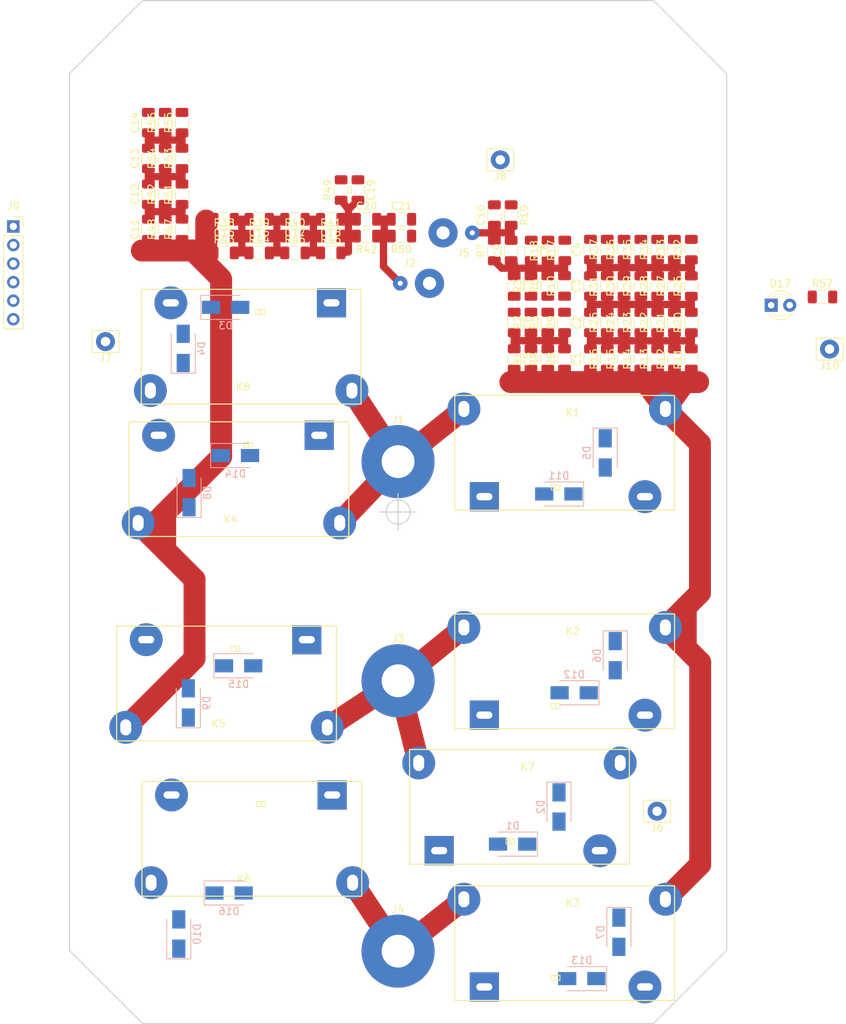
<source format=kicad_pcb>
(kicad_pcb (version 20171130) (host pcbnew "(5.1.0)-1")

  (general
    (thickness 1.6)
    (drawings 9)
    (tracks 126)
    (zones 0)
    (modules 113)
    (nets 39)
  )

  (page A4)
  (layers
    (0 F.Cu signal)
    (31 B.Cu signal)
    (32 B.Adhes user hide)
    (33 F.Adhes user hide)
    (34 B.Paste user hide)
    (35 F.Paste user hide)
    (36 B.SilkS user hide)
    (37 F.SilkS user hide)
    (38 B.Mask user hide)
    (39 F.Mask user hide)
    (40 Dwgs.User user hide)
    (41 Cmts.User user hide)
    (42 Eco1.User user hide)
    (43 Eco2.User user hide)
    (44 Edge.Cuts user)
    (45 Margin user hide)
    (46 B.CrtYd user)
    (47 F.CrtYd user)
    (48 B.Fab user hide)
    (49 F.Fab user hide)
  )

  (setup
    (last_trace_width 0.25)
    (trace_clearance 0.2)
    (zone_clearance 0.508)
    (zone_45_only no)
    (trace_min 0.2)
    (via_size 0.8)
    (via_drill 0.4)
    (via_min_size 0.4)
    (via_min_drill 0.3)
    (uvia_size 0.3)
    (uvia_drill 0.1)
    (uvias_allowed no)
    (uvia_min_size 0.2)
    (uvia_min_drill 0.1)
    (edge_width 0.15)
    (segment_width 0.2)
    (pcb_text_width 0.3)
    (pcb_text_size 1.5 1.5)
    (mod_edge_width 0.15)
    (mod_text_size 1 1)
    (mod_text_width 0.15)
    (pad_size 1.524 1.524)
    (pad_drill 0.762)
    (pad_to_mask_clearance 0.2)
    (aux_axis_origin 0 0)
    (visible_elements 7FFFFFFF)
    (pcbplotparams
      (layerselection 0x01030_ffffffff)
      (usegerberextensions false)
      (usegerberattributes false)
      (usegerberadvancedattributes false)
      (creategerberjobfile false)
      (excludeedgelayer true)
      (linewidth 0.100000)
      (plotframeref false)
      (viasonmask false)
      (mode 1)
      (useauxorigin false)
      (hpglpennumber 1)
      (hpglpenspeed 20)
      (hpglpendiameter 15.000000)
      (psnegative false)
      (psa4output false)
      (plotreference true)
      (plotvalue true)
      (plotinvisibletext false)
      (padsonsilk false)
      (subtractmaskfromsilk false)
      (outputformat 4)
      (mirror false)
      (drillshape 0)
      (scaleselection 1)
      (outputdirectory "plot/"))
  )

  (net 0 "")
  (net 1 GND)
  (net 2 reloutcom)
  (net 3 "Net-(D1-Pad1)")
  (net 4 rel-)
  (net 5 "Net-(D3-Pad1)")
  (net 6 rel+)
  (net 7 "Net-(D11-Pad1)")
  (net 8 "Net-(D12-Pad1)")
  (net 9 relPE)
  (net 10 "Net-(D13-Pad1)")
  (net 11 "Net-(D14-Pad1)")
  (net 12 "Net-(D15-Pad1)")
  (net 13 "Net-(D10-Pad1)")
  (net 14 rel54com)
  (net 15 rel60com)
  (net 16 /V+in)
  (net 17 /V-in)
  (net 18 /PEin)
  (net 19 /V-out)
  (net 20 /V+out)
  (net 21 /max750)
  (net 22 /max563)
  (net 23 /max375)
  (net 24 /max188)
  (net 25 /max512)
  (net 26 /max273)
  (net 27 /max34)
  (net 28 /max1.5)
  (net 29 /max1049)
  (net 30 /max1429)
  (net 31 /max699)
  (net 32 /max350)
  (net 33 /max1057)
  (net 34 /max715)
  (net 35 /max373)
  (net 36 /max31)
  (net 37 /max1.4)
  (net 38 "Net-(D17-Pad2)")

  (net_class Default "This is the default net class."
    (clearance 0.2)
    (trace_width 0.25)
    (via_dia 0.8)
    (via_drill 0.4)
    (uvia_dia 0.3)
    (uvia_drill 0.1)
    (add_net "Net-(D1-Pad1)")
    (add_net "Net-(D10-Pad1)")
    (add_net "Net-(D11-Pad1)")
    (add_net "Net-(D12-Pad1)")
    (add_net "Net-(D13-Pad1)")
    (add_net "Net-(D14-Pad1)")
    (add_net "Net-(D15-Pad1)")
    (add_net "Net-(D17-Pad2)")
    (add_net "Net-(D3-Pad1)")
  )

  (net_class HV ""
    (clearance 1)
    (trace_width 3)
    (via_dia 0.8)
    (via_drill 0.4)
    (uvia_dia 0.3)
    (uvia_drill 0.1)
    (add_net /PEin)
    (add_net /V+in)
    (add_net /V+out)
    (add_net /V-in)
    (add_net /V-out)
    (add_net /max1429)
    (add_net GND)
  )

  (net_class LV ""
    (clearance 0.4)
    (trace_width 1)
    (via_dia 0.8)
    (via_drill 0.4)
    (uvia_dia 0.3)
    (uvia_drill 0.1)
    (add_net /max1.4)
    (add_net /max1.5)
  )

  (net_class MIDV ""
    (clearance 1)
    (trace_width 1)
    (via_dia 0.8)
    (via_drill 0.4)
    (uvia_dia 0.3)
    (uvia_drill 0.1)
    (add_net /max1049)
    (add_net /max1057)
    (add_net /max188)
    (add_net /max273)
    (add_net /max31)
    (add_net /max34)
    (add_net /max350)
    (add_net /max373)
    (add_net /max375)
    (add_net /max512)
    (add_net /max563)
    (add_net /max699)
    (add_net /max715)
    (add_net /max750)
  )

  (net_class signals ""
    (clearance 0.2)
    (trace_width 0.25)
    (via_dia 0.8)
    (via_drill 0.4)
    (uvia_dia 0.3)
    (uvia_drill 0.1)
    (add_net rel+)
    (add_net rel-)
    (add_net rel54com)
    (add_net rel60com)
    (add_net relPE)
    (add_net reloutcom)
  )

  (module Connector_Pin:Pin_D1.3mm_L10.0mm_W3.5mm_Flat (layer F.Cu) (tedit 5A1DC085) (tstamp 5CDBCE13)
    (at 184.1 67.7)
    (descr "solder Pin_ with flat with hole, hole diameter 1.3mm, length 10.0mm, width 3.5mm, e.g. Ettinger 13.13.865, https://katalog.ettinger.de/#p=434")
    (tags "solder Pin_ with flat fork")
    (path /5CFF7508)
    (fp_text reference J10 (at 0 2.25) (layer F.SilkS)
      (effects (font (size 1 1) (thickness 0.15)))
    )
    (fp_text value Conn_01x01_Female (at 0 -2.05) (layer F.Fab)
      (effects (font (size 1 1) (thickness 0.15)))
    )
    (fp_line (start 2.25 1.8) (end -2.25 1.8) (layer F.CrtYd) (width 0.05))
    (fp_line (start 2.25 1.8) (end 2.25 -1.8) (layer F.CrtYd) (width 0.05))
    (fp_line (start -2.25 -1.8) (end -2.25 1.8) (layer F.CrtYd) (width 0.05))
    (fp_line (start -2.25 -1.8) (end 2.25 -1.8) (layer F.CrtYd) (width 0.05))
    (fp_line (start -1.75 -0.3) (end 1.75 -0.3) (layer F.Fab) (width 0.12))
    (fp_line (start -1.75 0.3) (end -1.75 -0.3) (layer F.Fab) (width 0.12))
    (fp_line (start 1.75 0.3) (end -1.75 0.3) (layer F.Fab) (width 0.12))
    (fp_line (start 1.75 -0.3) (end 1.75 0.3) (layer F.Fab) (width 0.12))
    (fp_line (start -1.85 -1.5) (end -1.85 1.5) (layer F.SilkS) (width 0.12))
    (fp_line (start 1.85 1.5) (end -1.85 1.5) (layer F.SilkS) (width 0.12))
    (fp_line (start 1.85 -1.5) (end 1.85 1.5) (layer F.SilkS) (width 0.12))
    (fp_line (start -1.85 -1.5) (end 1.85 -1.5) (layer F.SilkS) (width 0.12))
    (fp_text user %R (at 0 2.25) (layer F.Fab)
      (effects (font (size 1 1) (thickness 0.15)))
    )
    (pad 1 thru_hole circle (at 0 0) (size 2.6 2.6) (drill 1.3) (layers *.Cu *.Mask)
      (net 1 GND))
    (model ${KISYS3DMOD}/Connector_Pin.3dshapes/Pin_D1.3mm_L10.0mm_W3.5mm_Flat.wrl
      (at (xyz 0 0 0))
      (scale (xyz 1 1 1))
      (rotate (xyz 0 0 0))
    )
  )

  (module Resistor_SMD:R_1206_3216Metric (layer F.Cu) (tedit 5B301BBD) (tstamp 5CDBB842)
    (at 183.13 60.57)
    (descr "Resistor SMD 1206 (3216 Metric), square (rectangular) end terminal, IPC_7351 nominal, (Body size source: http://www.tortai-tech.com/upload/download/2011102023233369053.pdf), generated with kicad-footprint-generator")
    (tags resistor)
    (path /5CF614FE)
    (attr smd)
    (fp_text reference R57 (at 0 -1.82) (layer F.SilkS)
      (effects (font (size 1 1) (thickness 0.15)))
    )
    (fp_text value 5600 (at 0 1.82) (layer F.Fab)
      (effects (font (size 1 1) (thickness 0.15)))
    )
    (fp_text user %R (at 0 0) (layer F.Fab)
      (effects (font (size 0.8 0.8) (thickness 0.12)))
    )
    (fp_line (start 2.28 1.12) (end -2.28 1.12) (layer F.CrtYd) (width 0.05))
    (fp_line (start 2.28 -1.12) (end 2.28 1.12) (layer F.CrtYd) (width 0.05))
    (fp_line (start -2.28 -1.12) (end 2.28 -1.12) (layer F.CrtYd) (width 0.05))
    (fp_line (start -2.28 1.12) (end -2.28 -1.12) (layer F.CrtYd) (width 0.05))
    (fp_line (start -0.602064 0.91) (end 0.602064 0.91) (layer F.SilkS) (width 0.12))
    (fp_line (start -0.602064 -0.91) (end 0.602064 -0.91) (layer F.SilkS) (width 0.12))
    (fp_line (start 1.6 0.8) (end -1.6 0.8) (layer F.Fab) (width 0.1))
    (fp_line (start 1.6 -0.8) (end 1.6 0.8) (layer F.Fab) (width 0.1))
    (fp_line (start -1.6 -0.8) (end 1.6 -0.8) (layer F.Fab) (width 0.1))
    (fp_line (start -1.6 0.8) (end -1.6 -0.8) (layer F.Fab) (width 0.1))
    (pad 2 smd roundrect (at 1.4 0) (size 1.25 1.75) (layers F.Cu F.Paste F.Mask) (roundrect_rratio 0.2)
      (net 38 "Net-(D17-Pad2)"))
    (pad 1 smd roundrect (at -1.4 0) (size 1.25 1.75) (layers F.Cu F.Paste F.Mask) (roundrect_rratio 0.2)
      (net 9 relPE))
    (model ${KISYS3DMOD}/Resistor_SMD.3dshapes/R_1206_3216Metric.wrl
      (at (xyz 0 0 0))
      (scale (xyz 1 1 1))
      (rotate (xyz 0 0 0))
    )
  )

  (module LED_THT:LED_D3.0mm (layer F.Cu) (tedit 587A3A7B) (tstamp 5CDBAED7)
    (at 176.1 61.7)
    (descr "LED, diameter 3.0mm, 2 pins")
    (tags "LED diameter 3.0mm 2 pins")
    (path /5CF5FE57)
    (fp_text reference D17 (at 1.27 -2.96) (layer F.SilkS)
      (effects (font (size 1 1) (thickness 0.15)))
    )
    (fp_text value LED (at 1.27 2.96) (layer F.Fab)
      (effects (font (size 1 1) (thickness 0.15)))
    )
    (fp_line (start 3.7 -2.25) (end -1.15 -2.25) (layer F.CrtYd) (width 0.05))
    (fp_line (start 3.7 2.25) (end 3.7 -2.25) (layer F.CrtYd) (width 0.05))
    (fp_line (start -1.15 2.25) (end 3.7 2.25) (layer F.CrtYd) (width 0.05))
    (fp_line (start -1.15 -2.25) (end -1.15 2.25) (layer F.CrtYd) (width 0.05))
    (fp_line (start -0.29 1.08) (end -0.29 1.236) (layer F.SilkS) (width 0.12))
    (fp_line (start -0.29 -1.236) (end -0.29 -1.08) (layer F.SilkS) (width 0.12))
    (fp_line (start -0.23 -1.16619) (end -0.23 1.16619) (layer F.Fab) (width 0.1))
    (fp_circle (center 1.27 0) (end 2.77 0) (layer F.Fab) (width 0.1))
    (fp_arc (start 1.27 0) (end 0.229039 1.08) (angle -87.9) (layer F.SilkS) (width 0.12))
    (fp_arc (start 1.27 0) (end 0.229039 -1.08) (angle 87.9) (layer F.SilkS) (width 0.12))
    (fp_arc (start 1.27 0) (end -0.29 1.235516) (angle -108.8) (layer F.SilkS) (width 0.12))
    (fp_arc (start 1.27 0) (end -0.29 -1.235516) (angle 108.8) (layer F.SilkS) (width 0.12))
    (fp_arc (start 1.27 0) (end -0.23 -1.16619) (angle 284.3) (layer F.Fab) (width 0.1))
    (pad 2 thru_hole circle (at 2.54 0) (size 1.8 1.8) (drill 0.9) (layers *.Cu *.Mask)
      (net 38 "Net-(D17-Pad2)"))
    (pad 1 thru_hole rect (at 0 0) (size 1.8 1.8) (drill 0.9) (layers *.Cu *.Mask)
      (net 2 reloutcom))
    (model ${KISYS3DMOD}/LED_THT.3dshapes/LED_D3.0mm.wrl
      (at (xyz 0 0 0))
      (scale (xyz 1 1 1))
      (rotate (xyz 0 0 0))
    )
  )

  (module custom_footprints:rg400_solder_together (layer F.Cu) (tedit 5CDA880C) (tstamp 5CDB328D)
    (at 125.3 58.7)
    (path /5CE54902)
    (fp_text reference J2 (at 1.25 -2.75) (layer F.SilkS)
      (effects (font (size 1 1) (thickness 0.15)))
    )
    (fp_text value Conn_01x02_Female (at 1.5 3) (layer F.Fab)
      (effects (font (size 1 1) (thickness 0.15)))
    )
    (pad 2 thru_hole circle (at 4 0 180) (size 4 4) (drill 1.8) (layers *.Cu *.Mask)
      (net 1 GND))
    (pad 1 thru_hole circle (at 0 0 180) (size 2 2) (drill 0.7) (layers *.Cu *.Mask)
      (net 37 /max1.4))
  )

  (module custom_footprints:rg400_solder_together (layer F.Cu) (tedit 5CDA880C) (tstamp 5CDB32A7)
    (at 135.16 51.79 180)
    (path /5CE554D6)
    (fp_text reference J5 (at 1.25 -2.75 180) (layer F.SilkS)
      (effects (font (size 1 1) (thickness 0.15)))
    )
    (fp_text value Conn_01x02_Female (at 1.5 3 180) (layer F.Fab)
      (effects (font (size 1 1) (thickness 0.15)))
    )
    (pad 2 thru_hole circle (at 4 0) (size 4 4) (drill 1.8) (layers *.Cu *.Mask)
      (net 1 GND))
    (pad 1 thru_hole circle (at 0 0) (size 2 2) (drill 0.7) (layers *.Cu *.Mask)
      (net 28 /max1.5))
  )

  (module custom_footprints:banana_connector (layer F.Cu) (tedit 5CDA7887) (tstamp 5CBED532)
    (at 125 150.1)
    (path /5CDC6C6D)
    (fp_text reference J4 (at 0 -5.75) (layer F.SilkS)
      (effects (font (size 1 1) (thickness 0.15)))
    )
    (fp_text value Conn_01x01_Female (at 0 5.75) (layer F.Fab)
      (effects (font (size 1 1) (thickness 0.15)))
    )
    (fp_circle (center 0 0) (end 5.75 0) (layer F.CrtYd) (width 0.12))
    (pad 1 thru_hole circle (at 0 0) (size 10 10) (drill 4.5) (layers *.Cu *.Mask)
      (net 18 /PEin))
  )

  (module custom_footprints:banana_connector (layer F.Cu) (tedit 5CDA7887) (tstamp 5CBED4BE)
    (at 125 113.1)
    (path /5CDC6BB5)
    (fp_text reference J3 (at 0 -5.75) (layer F.SilkS)
      (effects (font (size 1 1) (thickness 0.15)))
    )
    (fp_text value Conn_01x01_Female (at 0 5.75) (layer F.Fab)
      (effects (font (size 1 1) (thickness 0.15)))
    )
    (fp_circle (center 0 0) (end 5.75 0) (layer F.CrtYd) (width 0.12))
    (pad 1 thru_hole circle (at 0 0) (size 10 10) (drill 4.5) (layers *.Cu *.Mask)
      (net 17 /V-in))
  )

  (module custom_footprints:banana_connector (layer F.Cu) (tedit 5CDA7887) (tstamp 5CBED467)
    (at 125 83.1)
    (path /5CDC67ED)
    (fp_text reference J1 (at 0 -5.75) (layer F.SilkS)
      (effects (font (size 1 1) (thickness 0.15)))
    )
    (fp_text value Conn_01x01_Female (at 0 5.75) (layer F.Fab)
      (effects (font (size 1 1) (thickness 0.15)))
    )
    (fp_circle (center 0 0) (end 5.75 0) (layer F.CrtYd) (width 0.12))
    (pad 1 thru_hole circle (at 0 0) (size 10 10) (drill 4.5) (layers *.Cu *.Mask)
      (net 16 /V+in))
  )

  (module Resistor_SMD:R_1206_3216Metric (layer F.Cu) (tedit 5B301BBD) (tstamp 5CE10126)
    (at 93.1 36.71 90)
    (descr "Resistor SMD 1206 (3216 Metric), square (rectangular) end terminal, IPC_7351 nominal, (Body size source: http://www.tortai-tech.com/upload/download/2011102023233369053.pdf), generated with kicad-footprint-generator")
    (tags resistor)
    (path /5CC70841)
    (attr smd)
    (fp_text reference R56 (at 0 -1.82 90) (layer F.SilkS)
      (effects (font (size 1 1) (thickness 0.15)))
    )
    (fp_text value 1200 (at 0 1.82 90) (layer F.Fab)
      (effects (font (size 1 1) (thickness 0.15)))
    )
    (fp_text user %R (at 0 0 90) (layer F.Fab)
      (effects (font (size 0.8 0.8) (thickness 0.12)))
    )
    (fp_line (start 2.28 1.12) (end -2.28 1.12) (layer F.CrtYd) (width 0.05))
    (fp_line (start 2.28 -1.12) (end 2.28 1.12) (layer F.CrtYd) (width 0.05))
    (fp_line (start -2.28 -1.12) (end 2.28 -1.12) (layer F.CrtYd) (width 0.05))
    (fp_line (start -2.28 1.12) (end -2.28 -1.12) (layer F.CrtYd) (width 0.05))
    (fp_line (start -0.602064 0.91) (end 0.602064 0.91) (layer F.SilkS) (width 0.12))
    (fp_line (start -0.602064 -0.91) (end 0.602064 -0.91) (layer F.SilkS) (width 0.12))
    (fp_line (start 1.6 0.8) (end -1.6 0.8) (layer F.Fab) (width 0.1))
    (fp_line (start 1.6 -0.8) (end 1.6 0.8) (layer F.Fab) (width 0.1))
    (fp_line (start -1.6 -0.8) (end 1.6 -0.8) (layer F.Fab) (width 0.1))
    (fp_line (start -1.6 0.8) (end -1.6 -0.8) (layer F.Fab) (width 0.1))
    (pad 2 smd roundrect (at 1.4 0 90) (size 1.25 1.75) (layers F.Cu F.Paste F.Mask) (roundrect_rratio 0.2)
      (net 1 GND))
    (pad 1 smd roundrect (at -1.4 0 90) (size 1.25 1.75) (layers F.Cu F.Paste F.Mask) (roundrect_rratio 0.2)
      (net 32 /max350))
    (model ${KISYS3DMOD}/Resistor_SMD.3dshapes/R_1206_3216Metric.wrl
      (at (xyz 0 0 0))
      (scale (xyz 1 1 1))
      (rotate (xyz 0 0 0))
    )
  )

  (module Resistor_SMD:R_1206_3216Metric (layer F.Cu) (tedit 5B301BBD) (tstamp 5CE10115)
    (at 95.4 36.71 90)
    (descr "Resistor SMD 1206 (3216 Metric), square (rectangular) end terminal, IPC_7351 nominal, (Body size source: http://www.tortai-tech.com/upload/download/2011102023233369053.pdf), generated with kicad-footprint-generator")
    (tags resistor)
    (path /5CC7083A)
    (attr smd)
    (fp_text reference R55 (at 0 -1.82 90) (layer F.SilkS)
      (effects (font (size 1 1) (thickness 0.15)))
    )
    (fp_text value 820 (at 0 1.82 90) (layer F.Fab)
      (effects (font (size 1 1) (thickness 0.15)))
    )
    (fp_text user %R (at 0 0 90) (layer F.Fab)
      (effects (font (size 0.8 0.8) (thickness 0.12)))
    )
    (fp_line (start 2.28 1.12) (end -2.28 1.12) (layer F.CrtYd) (width 0.05))
    (fp_line (start 2.28 -1.12) (end 2.28 1.12) (layer F.CrtYd) (width 0.05))
    (fp_line (start -2.28 -1.12) (end 2.28 -1.12) (layer F.CrtYd) (width 0.05))
    (fp_line (start -2.28 1.12) (end -2.28 -1.12) (layer F.CrtYd) (width 0.05))
    (fp_line (start -0.602064 0.91) (end 0.602064 0.91) (layer F.SilkS) (width 0.12))
    (fp_line (start -0.602064 -0.91) (end 0.602064 -0.91) (layer F.SilkS) (width 0.12))
    (fp_line (start 1.6 0.8) (end -1.6 0.8) (layer F.Fab) (width 0.1))
    (fp_line (start 1.6 -0.8) (end 1.6 0.8) (layer F.Fab) (width 0.1))
    (fp_line (start -1.6 -0.8) (end 1.6 -0.8) (layer F.Fab) (width 0.1))
    (fp_line (start -1.6 0.8) (end -1.6 -0.8) (layer F.Fab) (width 0.1))
    (pad 2 smd roundrect (at 1.4 0 90) (size 1.25 1.75) (layers F.Cu F.Paste F.Mask) (roundrect_rratio 0.2)
      (net 1 GND))
    (pad 1 smd roundrect (at -1.4 0 90) (size 1.25 1.75) (layers F.Cu F.Paste F.Mask) (roundrect_rratio 0.2)
      (net 32 /max350))
    (model ${KISYS3DMOD}/Resistor_SMD.3dshapes/R_1206_3216Metric.wrl
      (at (xyz 0 0 0))
      (scale (xyz 1 1 1))
      (rotate (xyz 0 0 0))
    )
  )

  (module Resistor_SMD:R_1206_3216Metric (layer F.Cu) (tedit 5B301BBD) (tstamp 5CE10104)
    (at 93.1 41.61 90)
    (descr "Resistor SMD 1206 (3216 Metric), square (rectangular) end terminal, IPC_7351 nominal, (Body size source: http://www.tortai-tech.com/upload/download/2011102023233369053.pdf), generated with kicad-footprint-generator")
    (tags resistor)
    (path /5CC70833)
    (attr smd)
    (fp_text reference R54 (at 0 -1.82 90) (layer F.SilkS)
      (effects (font (size 1 1) (thickness 0.15)))
    )
    (fp_text value 1200 (at 0 1.82 90) (layer F.Fab)
      (effects (font (size 1 1) (thickness 0.15)))
    )
    (fp_text user %R (at 0 0 90) (layer F.Fab)
      (effects (font (size 0.8 0.8) (thickness 0.12)))
    )
    (fp_line (start 2.28 1.12) (end -2.28 1.12) (layer F.CrtYd) (width 0.05))
    (fp_line (start 2.28 -1.12) (end 2.28 1.12) (layer F.CrtYd) (width 0.05))
    (fp_line (start -2.28 -1.12) (end 2.28 -1.12) (layer F.CrtYd) (width 0.05))
    (fp_line (start -2.28 1.12) (end -2.28 -1.12) (layer F.CrtYd) (width 0.05))
    (fp_line (start -0.602064 0.91) (end 0.602064 0.91) (layer F.SilkS) (width 0.12))
    (fp_line (start -0.602064 -0.91) (end 0.602064 -0.91) (layer F.SilkS) (width 0.12))
    (fp_line (start 1.6 0.8) (end -1.6 0.8) (layer F.Fab) (width 0.1))
    (fp_line (start 1.6 -0.8) (end 1.6 0.8) (layer F.Fab) (width 0.1))
    (fp_line (start -1.6 -0.8) (end 1.6 -0.8) (layer F.Fab) (width 0.1))
    (fp_line (start -1.6 0.8) (end -1.6 -0.8) (layer F.Fab) (width 0.1))
    (pad 2 smd roundrect (at 1.4 0 90) (size 1.25 1.75) (layers F.Cu F.Paste F.Mask) (roundrect_rratio 0.2)
      (net 32 /max350))
    (pad 1 smd roundrect (at -1.4 0 90) (size 1.25 1.75) (layers F.Cu F.Paste F.Mask) (roundrect_rratio 0.2)
      (net 31 /max699))
    (model ${KISYS3DMOD}/Resistor_SMD.3dshapes/R_1206_3216Metric.wrl
      (at (xyz 0 0 0))
      (scale (xyz 1 1 1))
      (rotate (xyz 0 0 0))
    )
  )

  (module Resistor_SMD:R_1206_3216Metric (layer F.Cu) (tedit 5B301BBD) (tstamp 5CE100F3)
    (at 95.4 41.61 90)
    (descr "Resistor SMD 1206 (3216 Metric), square (rectangular) end terminal, IPC_7351 nominal, (Body size source: http://www.tortai-tech.com/upload/download/2011102023233369053.pdf), generated with kicad-footprint-generator")
    (tags resistor)
    (path /5CC7082C)
    (attr smd)
    (fp_text reference R53 (at 0 -1.82 90) (layer F.SilkS)
      (effects (font (size 1 1) (thickness 0.15)))
    )
    (fp_text value 820 (at 0 1.82 90) (layer F.Fab)
      (effects (font (size 1 1) (thickness 0.15)))
    )
    (fp_text user %R (at 0 0 90) (layer F.Fab)
      (effects (font (size 0.8 0.8) (thickness 0.12)))
    )
    (fp_line (start 2.28 1.12) (end -2.28 1.12) (layer F.CrtYd) (width 0.05))
    (fp_line (start 2.28 -1.12) (end 2.28 1.12) (layer F.CrtYd) (width 0.05))
    (fp_line (start -2.28 -1.12) (end 2.28 -1.12) (layer F.CrtYd) (width 0.05))
    (fp_line (start -2.28 1.12) (end -2.28 -1.12) (layer F.CrtYd) (width 0.05))
    (fp_line (start -0.602064 0.91) (end 0.602064 0.91) (layer F.SilkS) (width 0.12))
    (fp_line (start -0.602064 -0.91) (end 0.602064 -0.91) (layer F.SilkS) (width 0.12))
    (fp_line (start 1.6 0.8) (end -1.6 0.8) (layer F.Fab) (width 0.1))
    (fp_line (start 1.6 -0.8) (end 1.6 0.8) (layer F.Fab) (width 0.1))
    (fp_line (start -1.6 -0.8) (end 1.6 -0.8) (layer F.Fab) (width 0.1))
    (fp_line (start -1.6 0.8) (end -1.6 -0.8) (layer F.Fab) (width 0.1))
    (pad 2 smd roundrect (at 1.4 0 90) (size 1.25 1.75) (layers F.Cu F.Paste F.Mask) (roundrect_rratio 0.2)
      (net 32 /max350))
    (pad 1 smd roundrect (at -1.4 0 90) (size 1.25 1.75) (layers F.Cu F.Paste F.Mask) (roundrect_rratio 0.2)
      (net 31 /max699))
    (model ${KISYS3DMOD}/Resistor_SMD.3dshapes/R_1206_3216Metric.wrl
      (at (xyz 0 0 0))
      (scale (xyz 1 1 1))
      (rotate (xyz 0 0 0))
    )
  )

  (module Resistor_SMD:R_1206_3216Metric (layer F.Cu) (tedit 5B301BBD) (tstamp 5CD9ABE4)
    (at 93.1 46.51 90)
    (descr "Resistor SMD 1206 (3216 Metric), square (rectangular) end terminal, IPC_7351 nominal, (Body size source: http://www.tortai-tech.com/upload/download/2011102023233369053.pdf), generated with kicad-footprint-generator")
    (tags resistor)
    (path /5CC70825)
    (attr smd)
    (fp_text reference R52 (at 0 -1.82 90) (layer F.SilkS)
      (effects (font (size 1 1) (thickness 0.15)))
    )
    (fp_text value 1200 (at 0 1.82 90) (layer F.Fab)
      (effects (font (size 1 1) (thickness 0.15)))
    )
    (fp_text user %R (at 0 0 90) (layer F.Fab)
      (effects (font (size 0.8 0.8) (thickness 0.12)))
    )
    (fp_line (start 2.28 1.12) (end -2.28 1.12) (layer F.CrtYd) (width 0.05))
    (fp_line (start 2.28 -1.12) (end 2.28 1.12) (layer F.CrtYd) (width 0.05))
    (fp_line (start -2.28 -1.12) (end 2.28 -1.12) (layer F.CrtYd) (width 0.05))
    (fp_line (start -2.28 1.12) (end -2.28 -1.12) (layer F.CrtYd) (width 0.05))
    (fp_line (start -0.602064 0.91) (end 0.602064 0.91) (layer F.SilkS) (width 0.12))
    (fp_line (start -0.602064 -0.91) (end 0.602064 -0.91) (layer F.SilkS) (width 0.12))
    (fp_line (start 1.6 0.8) (end -1.6 0.8) (layer F.Fab) (width 0.1))
    (fp_line (start 1.6 -0.8) (end 1.6 0.8) (layer F.Fab) (width 0.1))
    (fp_line (start -1.6 -0.8) (end 1.6 -0.8) (layer F.Fab) (width 0.1))
    (fp_line (start -1.6 0.8) (end -1.6 -0.8) (layer F.Fab) (width 0.1))
    (pad 2 smd roundrect (at 1.4 0 90) (size 1.25 1.75) (layers F.Cu F.Paste F.Mask) (roundrect_rratio 0.2)
      (net 31 /max699))
    (pad 1 smd roundrect (at -1.4 0 90) (size 1.25 1.75) (layers F.Cu F.Paste F.Mask) (roundrect_rratio 0.2)
      (net 29 /max1049))
    (model ${KISYS3DMOD}/Resistor_SMD.3dshapes/R_1206_3216Metric.wrl
      (at (xyz 0 0 0))
      (scale (xyz 1 1 1))
      (rotate (xyz 0 0 0))
    )
  )

  (module Resistor_SMD:R_1206_3216Metric (layer F.Cu) (tedit 5B301BBD) (tstamp 5CE100D1)
    (at 95.4 46.51 90)
    (descr "Resistor SMD 1206 (3216 Metric), square (rectangular) end terminal, IPC_7351 nominal, (Body size source: http://www.tortai-tech.com/upload/download/2011102023233369053.pdf), generated with kicad-footprint-generator")
    (tags resistor)
    (path /5CC7081E)
    (attr smd)
    (fp_text reference R51 (at 0 -1.82 90) (layer F.SilkS)
      (effects (font (size 1 1) (thickness 0.15)))
    )
    (fp_text value 820 (at 0 1.82 90) (layer F.Fab)
      (effects (font (size 1 1) (thickness 0.15)))
    )
    (fp_text user %R (at 0 0 90) (layer F.Fab)
      (effects (font (size 0.8 0.8) (thickness 0.12)))
    )
    (fp_line (start 2.28 1.12) (end -2.28 1.12) (layer F.CrtYd) (width 0.05))
    (fp_line (start 2.28 -1.12) (end 2.28 1.12) (layer F.CrtYd) (width 0.05))
    (fp_line (start -2.28 -1.12) (end 2.28 -1.12) (layer F.CrtYd) (width 0.05))
    (fp_line (start -2.28 1.12) (end -2.28 -1.12) (layer F.CrtYd) (width 0.05))
    (fp_line (start -0.602064 0.91) (end 0.602064 0.91) (layer F.SilkS) (width 0.12))
    (fp_line (start -0.602064 -0.91) (end 0.602064 -0.91) (layer F.SilkS) (width 0.12))
    (fp_line (start 1.6 0.8) (end -1.6 0.8) (layer F.Fab) (width 0.1))
    (fp_line (start 1.6 -0.8) (end 1.6 0.8) (layer F.Fab) (width 0.1))
    (fp_line (start -1.6 -0.8) (end 1.6 -0.8) (layer F.Fab) (width 0.1))
    (fp_line (start -1.6 0.8) (end -1.6 -0.8) (layer F.Fab) (width 0.1))
    (pad 2 smd roundrect (at 1.4 0 90) (size 1.25 1.75) (layers F.Cu F.Paste F.Mask) (roundrect_rratio 0.2)
      (net 31 /max699))
    (pad 1 smd roundrect (at -1.4 0 90) (size 1.25 1.75) (layers F.Cu F.Paste F.Mask) (roundrect_rratio 0.2)
      (net 29 /max1049))
    (model ${KISYS3DMOD}/Resistor_SMD.3dshapes/R_1206_3216Metric.wrl
      (at (xyz 0 0 0))
      (scale (xyz 1 1 1))
      (rotate (xyz 0 0 0))
    )
  )

  (module Resistor_SMD:R_1206_3216Metric (layer F.Cu) (tedit 5B301BBD) (tstamp 5CE100C0)
    (at 125.45 52.235 180)
    (descr "Resistor SMD 1206 (3216 Metric), square (rectangular) end terminal, IPC_7351 nominal, (Body size source: http://www.tortai-tech.com/upload/download/2011102023233369053.pdf), generated with kicad-footprint-generator")
    (tags resistor)
    (path /5CC8AFD5)
    (attr smd)
    (fp_text reference R50 (at 0 -1.82 180) (layer F.SilkS)
      (effects (font (size 1 1) (thickness 0.15)))
    )
    (fp_text value 56 (at 0 1.82 180) (layer F.Fab)
      (effects (font (size 1 1) (thickness 0.15)))
    )
    (fp_text user %R (at 0 0 180) (layer F.Fab)
      (effects (font (size 0.8 0.8) (thickness 0.12)))
    )
    (fp_line (start 2.28 1.12) (end -2.28 1.12) (layer F.CrtYd) (width 0.05))
    (fp_line (start 2.28 -1.12) (end 2.28 1.12) (layer F.CrtYd) (width 0.05))
    (fp_line (start -2.28 -1.12) (end 2.28 -1.12) (layer F.CrtYd) (width 0.05))
    (fp_line (start -2.28 1.12) (end -2.28 -1.12) (layer F.CrtYd) (width 0.05))
    (fp_line (start -0.602064 0.91) (end 0.602064 0.91) (layer F.SilkS) (width 0.12))
    (fp_line (start -0.602064 -0.91) (end 0.602064 -0.91) (layer F.SilkS) (width 0.12))
    (fp_line (start 1.6 0.8) (end -1.6 0.8) (layer F.Fab) (width 0.1))
    (fp_line (start 1.6 -0.8) (end 1.6 0.8) (layer F.Fab) (width 0.1))
    (fp_line (start -1.6 -0.8) (end 1.6 -0.8) (layer F.Fab) (width 0.1))
    (fp_line (start -1.6 0.8) (end -1.6 -0.8) (layer F.Fab) (width 0.1))
    (pad 2 smd roundrect (at 1.4 0 180) (size 1.25 1.75) (layers F.Cu F.Paste F.Mask) (roundrect_rratio 0.2)
      (net 37 /max1.4))
    (pad 1 smd roundrect (at -1.4 0 180) (size 1.25 1.75) (layers F.Cu F.Paste F.Mask) (roundrect_rratio 0.2)
      (net 1 GND))
    (model ${KISYS3DMOD}/Resistor_SMD.3dshapes/R_1206_3216Metric.wrl
      (at (xyz 0 0 0))
      (scale (xyz 1 1 1))
      (rotate (xyz 0 0 0))
    )
  )

  (module Resistor_SMD:R_1206_3216Metric (layer F.Cu) (tedit 5B301BBD) (tstamp 5CE100AF)
    (at 117.2 45.935 90)
    (descr "Resistor SMD 1206 (3216 Metric), square (rectangular) end terminal, IPC_7351 nominal, (Body size source: http://www.tortai-tech.com/upload/download/2011102023233369053.pdf), generated with kicad-footprint-generator")
    (tags resistor)
    (path /5CC8AD7E)
    (attr smd)
    (fp_text reference R49 (at 0 -1.82 90) (layer F.SilkS)
      (effects (font (size 1 1) (thickness 0.15)))
    )
    (fp_text value 47 (at 0 1.82 90) (layer F.Fab)
      (effects (font (size 1 1) (thickness 0.15)))
    )
    (fp_text user %R (at 0 0 90) (layer F.Fab)
      (effects (font (size 0.8 0.8) (thickness 0.12)))
    )
    (fp_line (start 2.28 1.12) (end -2.28 1.12) (layer F.CrtYd) (width 0.05))
    (fp_line (start 2.28 -1.12) (end 2.28 1.12) (layer F.CrtYd) (width 0.05))
    (fp_line (start -2.28 -1.12) (end 2.28 -1.12) (layer F.CrtYd) (width 0.05))
    (fp_line (start -2.28 1.12) (end -2.28 -1.12) (layer F.CrtYd) (width 0.05))
    (fp_line (start -0.602064 0.91) (end 0.602064 0.91) (layer F.SilkS) (width 0.12))
    (fp_line (start -0.602064 -0.91) (end 0.602064 -0.91) (layer F.SilkS) (width 0.12))
    (fp_line (start 1.6 0.8) (end -1.6 0.8) (layer F.Fab) (width 0.1))
    (fp_line (start 1.6 -0.8) (end 1.6 0.8) (layer F.Fab) (width 0.1))
    (fp_line (start -1.6 -0.8) (end 1.6 -0.8) (layer F.Fab) (width 0.1))
    (fp_line (start -1.6 0.8) (end -1.6 -0.8) (layer F.Fab) (width 0.1))
    (pad 2 smd roundrect (at 1.4 0 90) (size 1.25 1.75) (layers F.Cu F.Paste F.Mask) (roundrect_rratio 0.2)
      (net 1 GND))
    (pad 1 smd roundrect (at -1.4 0 90) (size 1.25 1.75) (layers F.Cu F.Paste F.Mask) (roundrect_rratio 0.2)
      (net 36 /max31))
    (model ${KISYS3DMOD}/Resistor_SMD.3dshapes/R_1206_3216Metric.wrl
      (at (xyz 0 0 0))
      (scale (xyz 1 1 1))
      (rotate (xyz 0 0 0))
    )
  )

  (module Resistor_SMD:R_1206_3216Metric (layer F.Cu) (tedit 5B301BBD) (tstamp 5CE11088)
    (at 93.1 51.31 90)
    (descr "Resistor SMD 1206 (3216 Metric), square (rectangular) end terminal, IPC_7351 nominal, (Body size source: http://www.tortai-tech.com/upload/download/2011102023233369053.pdf), generated with kicad-footprint-generator")
    (tags resistor)
    (path /5CC70817)
    (attr smd)
    (fp_text reference R48 (at 0 -1.82 90) (layer F.SilkS)
      (effects (font (size 1 1) (thickness 0.15)))
    )
    (fp_text value 1500 (at 0 1.82 90) (layer F.Fab)
      (effects (font (size 1 1) (thickness 0.15)))
    )
    (fp_text user %R (at 0 0 90) (layer F.Fab)
      (effects (font (size 0.8 0.8) (thickness 0.12)))
    )
    (fp_line (start 2.28 1.12) (end -2.28 1.12) (layer F.CrtYd) (width 0.05))
    (fp_line (start 2.28 -1.12) (end 2.28 1.12) (layer F.CrtYd) (width 0.05))
    (fp_line (start -2.28 -1.12) (end 2.28 -1.12) (layer F.CrtYd) (width 0.05))
    (fp_line (start -2.28 1.12) (end -2.28 -1.12) (layer F.CrtYd) (width 0.05))
    (fp_line (start -0.602064 0.91) (end 0.602064 0.91) (layer F.SilkS) (width 0.12))
    (fp_line (start -0.602064 -0.91) (end 0.602064 -0.91) (layer F.SilkS) (width 0.12))
    (fp_line (start 1.6 0.8) (end -1.6 0.8) (layer F.Fab) (width 0.1))
    (fp_line (start 1.6 -0.8) (end 1.6 0.8) (layer F.Fab) (width 0.1))
    (fp_line (start -1.6 -0.8) (end 1.6 -0.8) (layer F.Fab) (width 0.1))
    (fp_line (start -1.6 0.8) (end -1.6 -0.8) (layer F.Fab) (width 0.1))
    (pad 2 smd roundrect (at 1.4 0 90) (size 1.25 1.75) (layers F.Cu F.Paste F.Mask) (roundrect_rratio 0.2)
      (net 29 /max1049))
    (pad 1 smd roundrect (at -1.4 0 90) (size 1.25 1.75) (layers F.Cu F.Paste F.Mask) (roundrect_rratio 0.2)
      (net 30 /max1429))
    (model ${KISYS3DMOD}/Resistor_SMD.3dshapes/R_1206_3216Metric.wrl
      (at (xyz 0 0 0))
      (scale (xyz 1 1 1))
      (rotate (xyz 0 0 0))
    )
  )

  (module Resistor_SMD:R_1206_3216Metric (layer F.Cu) (tedit 5B301BBD) (tstamp 5CE1008D)
    (at 95.4 51.31 90)
    (descr "Resistor SMD 1206 (3216 Metric), square (rectangular) end terminal, IPC_7351 nominal, (Body size source: http://www.tortai-tech.com/upload/download/2011102023233369053.pdf), generated with kicad-footprint-generator")
    (tags resistor)
    (path /5CC70810)
    (attr smd)
    (fp_text reference R47 (at 0 -1.82 90) (layer F.SilkS)
      (effects (font (size 1 1) (thickness 0.15)))
    )
    (fp_text value 820 (at 0 1.82 90) (layer F.Fab)
      (effects (font (size 1 1) (thickness 0.15)))
    )
    (fp_text user %R (at 0 0 90) (layer F.Fab)
      (effects (font (size 0.8 0.8) (thickness 0.12)))
    )
    (fp_line (start 2.28 1.12) (end -2.28 1.12) (layer F.CrtYd) (width 0.05))
    (fp_line (start 2.28 -1.12) (end 2.28 1.12) (layer F.CrtYd) (width 0.05))
    (fp_line (start -2.28 -1.12) (end 2.28 -1.12) (layer F.CrtYd) (width 0.05))
    (fp_line (start -2.28 1.12) (end -2.28 -1.12) (layer F.CrtYd) (width 0.05))
    (fp_line (start -0.602064 0.91) (end 0.602064 0.91) (layer F.SilkS) (width 0.12))
    (fp_line (start -0.602064 -0.91) (end 0.602064 -0.91) (layer F.SilkS) (width 0.12))
    (fp_line (start 1.6 0.8) (end -1.6 0.8) (layer F.Fab) (width 0.1))
    (fp_line (start 1.6 -0.8) (end 1.6 0.8) (layer F.Fab) (width 0.1))
    (fp_line (start -1.6 -0.8) (end 1.6 -0.8) (layer F.Fab) (width 0.1))
    (fp_line (start -1.6 0.8) (end -1.6 -0.8) (layer F.Fab) (width 0.1))
    (pad 2 smd roundrect (at 1.4 0 90) (size 1.25 1.75) (layers F.Cu F.Paste F.Mask) (roundrect_rratio 0.2)
      (net 29 /max1049))
    (pad 1 smd roundrect (at -1.4 0 90) (size 1.25 1.75) (layers F.Cu F.Paste F.Mask) (roundrect_rratio 0.2)
      (net 30 /max1429))
    (model ${KISYS3DMOD}/Resistor_SMD.3dshapes/R_1206_3216Metric.wrl
      (at (xyz 0 0 0))
      (scale (xyz 1 1 1))
      (rotate (xyz 0 0 0))
    )
  )

  (module Resistor_SMD:R_1206_3216Metric locked (layer F.Cu) (tedit 5B301BBD) (tstamp 5CE1007C)
    (at 115.775 54.535)
    (descr "Resistor SMD 1206 (3216 Metric), square (rectangular) end terminal, IPC_7351 nominal, (Body size source: http://www.tortai-tech.com/upload/download/2011102023233369053.pdf), generated with kicad-footprint-generator")
    (tags resistor)
    (path /5CC76761)
    (attr smd)
    (fp_text reference R46 (at 0 -1.82) (layer F.SilkS)
      (effects (font (size 1 1) (thickness 0.15)))
    )
    (fp_text value 820 (at 0 1.82) (layer F.Fab)
      (effects (font (size 1 1) (thickness 0.15)))
    )
    (fp_text user %R (at 0 0) (layer F.Fab)
      (effects (font (size 0.8 0.8) (thickness 0.12)))
    )
    (fp_line (start 2.28 1.12) (end -2.28 1.12) (layer F.CrtYd) (width 0.05))
    (fp_line (start 2.28 -1.12) (end 2.28 1.12) (layer F.CrtYd) (width 0.05))
    (fp_line (start -2.28 -1.12) (end 2.28 -1.12) (layer F.CrtYd) (width 0.05))
    (fp_line (start -2.28 1.12) (end -2.28 -1.12) (layer F.CrtYd) (width 0.05))
    (fp_line (start -0.602064 0.91) (end 0.602064 0.91) (layer F.SilkS) (width 0.12))
    (fp_line (start -0.602064 -0.91) (end 0.602064 -0.91) (layer F.SilkS) (width 0.12))
    (fp_line (start 1.6 0.8) (end -1.6 0.8) (layer F.Fab) (width 0.1))
    (fp_line (start 1.6 -0.8) (end 1.6 0.8) (layer F.Fab) (width 0.1))
    (fp_line (start -1.6 -0.8) (end 1.6 -0.8) (layer F.Fab) (width 0.1))
    (fp_line (start -1.6 0.8) (end -1.6 -0.8) (layer F.Fab) (width 0.1))
    (pad 2 smd roundrect (at 1.4 0) (size 1.25 1.75) (layers F.Cu F.Paste F.Mask) (roundrect_rratio 0.2)
      (net 36 /max31))
    (pad 1 smd roundrect (at -1.4 0) (size 1.25 1.75) (layers F.Cu F.Paste F.Mask) (roundrect_rratio 0.2)
      (net 35 /max373))
    (model ${KISYS3DMOD}/Resistor_SMD.3dshapes/R_1206_3216Metric.wrl
      (at (xyz 0 0 0))
      (scale (xyz 1 1 1))
      (rotate (xyz 0 0 0))
    )
  )

  (module Resistor_SMD:R_1206_3216Metric (layer F.Cu) (tedit 5B301BBD) (tstamp 5CE110E9)
    (at 110.875 54.535)
    (descr "Resistor SMD 1206 (3216 Metric), square (rectangular) end terminal, IPC_7351 nominal, (Body size source: http://www.tortai-tech.com/upload/download/2011102023233369053.pdf), generated with kicad-footprint-generator")
    (tags resistor)
    (path /5CC76753)
    (attr smd)
    (fp_text reference R45 (at 0 -1.82) (layer F.SilkS)
      (effects (font (size 1 1) (thickness 0.15)))
    )
    (fp_text value 820 (at 0 1.82) (layer F.Fab)
      (effects (font (size 1 1) (thickness 0.15)))
    )
    (fp_text user %R (at 0 0) (layer F.Fab)
      (effects (font (size 0.8 0.8) (thickness 0.12)))
    )
    (fp_line (start 2.28 1.12) (end -2.28 1.12) (layer F.CrtYd) (width 0.05))
    (fp_line (start 2.28 -1.12) (end 2.28 1.12) (layer F.CrtYd) (width 0.05))
    (fp_line (start -2.28 -1.12) (end 2.28 -1.12) (layer F.CrtYd) (width 0.05))
    (fp_line (start -2.28 1.12) (end -2.28 -1.12) (layer F.CrtYd) (width 0.05))
    (fp_line (start -0.602064 0.91) (end 0.602064 0.91) (layer F.SilkS) (width 0.12))
    (fp_line (start -0.602064 -0.91) (end 0.602064 -0.91) (layer F.SilkS) (width 0.12))
    (fp_line (start 1.6 0.8) (end -1.6 0.8) (layer F.Fab) (width 0.1))
    (fp_line (start 1.6 -0.8) (end 1.6 0.8) (layer F.Fab) (width 0.1))
    (fp_line (start -1.6 -0.8) (end 1.6 -0.8) (layer F.Fab) (width 0.1))
    (fp_line (start -1.6 0.8) (end -1.6 -0.8) (layer F.Fab) (width 0.1))
    (pad 2 smd roundrect (at 1.4 0) (size 1.25 1.75) (layers F.Cu F.Paste F.Mask) (roundrect_rratio 0.2)
      (net 35 /max373))
    (pad 1 smd roundrect (at -1.4 0) (size 1.25 1.75) (layers F.Cu F.Paste F.Mask) (roundrect_rratio 0.2)
      (net 34 /max715))
    (model ${KISYS3DMOD}/Resistor_SMD.3dshapes/R_1206_3216Metric.wrl
      (at (xyz 0 0 0))
      (scale (xyz 1 1 1))
      (rotate (xyz 0 0 0))
    )
  )

  (module Resistor_SMD:R_1206_3216Metric (layer F.Cu) (tedit 5B301BBD) (tstamp 5CE1005A)
    (at 105.975 54.535)
    (descr "Resistor SMD 1206 (3216 Metric), square (rectangular) end terminal, IPC_7351 nominal, (Body size source: http://www.tortai-tech.com/upload/download/2011102023233369053.pdf), generated with kicad-footprint-generator")
    (tags resistor)
    (path /5CC76745)
    (attr smd)
    (fp_text reference R44 (at 0 -1.82) (layer F.SilkS)
      (effects (font (size 1 1) (thickness 0.15)))
    )
    (fp_text value 820 (at 0 1.82) (layer F.Fab)
      (effects (font (size 1 1) (thickness 0.15)))
    )
    (fp_text user %R (at 0 0) (layer F.Fab)
      (effects (font (size 0.8 0.8) (thickness 0.12)))
    )
    (fp_line (start 2.28 1.12) (end -2.28 1.12) (layer F.CrtYd) (width 0.05))
    (fp_line (start 2.28 -1.12) (end 2.28 1.12) (layer F.CrtYd) (width 0.05))
    (fp_line (start -2.28 -1.12) (end 2.28 -1.12) (layer F.CrtYd) (width 0.05))
    (fp_line (start -2.28 1.12) (end -2.28 -1.12) (layer F.CrtYd) (width 0.05))
    (fp_line (start -0.602064 0.91) (end 0.602064 0.91) (layer F.SilkS) (width 0.12))
    (fp_line (start -0.602064 -0.91) (end 0.602064 -0.91) (layer F.SilkS) (width 0.12))
    (fp_line (start 1.6 0.8) (end -1.6 0.8) (layer F.Fab) (width 0.1))
    (fp_line (start 1.6 -0.8) (end 1.6 0.8) (layer F.Fab) (width 0.1))
    (fp_line (start -1.6 -0.8) (end 1.6 -0.8) (layer F.Fab) (width 0.1))
    (fp_line (start -1.6 0.8) (end -1.6 -0.8) (layer F.Fab) (width 0.1))
    (pad 2 smd roundrect (at 1.4 0) (size 1.25 1.75) (layers F.Cu F.Paste F.Mask) (roundrect_rratio 0.2)
      (net 34 /max715))
    (pad 1 smd roundrect (at -1.4 0) (size 1.25 1.75) (layers F.Cu F.Paste F.Mask) (roundrect_rratio 0.2)
      (net 33 /max1057))
    (model ${KISYS3DMOD}/Resistor_SMD.3dshapes/R_1206_3216Metric.wrl
      (at (xyz 0 0 0))
      (scale (xyz 1 1 1))
      (rotate (xyz 0 0 0))
    )
  )

  (module Resistor_SMD:R_1206_3216Metric (layer F.Cu) (tedit 5B301BBD) (tstamp 5CE10049)
    (at 101.175 54.535)
    (descr "Resistor SMD 1206 (3216 Metric), square (rectangular) end terminal, IPC_7351 nominal, (Body size source: http://www.tortai-tech.com/upload/download/2011102023233369053.pdf), generated with kicad-footprint-generator")
    (tags resistor)
    (path /5CC76737)
    (attr smd)
    (fp_text reference R43 (at 0 -1.82) (layer F.SilkS)
      (effects (font (size 1 1) (thickness 0.15)))
    )
    (fp_text value 820 (at 0 1.82) (layer F.Fab)
      (effects (font (size 1 1) (thickness 0.15)))
    )
    (fp_text user %R (at 0 0) (layer F.Fab)
      (effects (font (size 0.8 0.8) (thickness 0.12)))
    )
    (fp_line (start 2.28 1.12) (end -2.28 1.12) (layer F.CrtYd) (width 0.05))
    (fp_line (start 2.28 -1.12) (end 2.28 1.12) (layer F.CrtYd) (width 0.05))
    (fp_line (start -2.28 -1.12) (end 2.28 -1.12) (layer F.CrtYd) (width 0.05))
    (fp_line (start -2.28 1.12) (end -2.28 -1.12) (layer F.CrtYd) (width 0.05))
    (fp_line (start -0.602064 0.91) (end 0.602064 0.91) (layer F.SilkS) (width 0.12))
    (fp_line (start -0.602064 -0.91) (end 0.602064 -0.91) (layer F.SilkS) (width 0.12))
    (fp_line (start 1.6 0.8) (end -1.6 0.8) (layer F.Fab) (width 0.1))
    (fp_line (start 1.6 -0.8) (end 1.6 0.8) (layer F.Fab) (width 0.1))
    (fp_line (start -1.6 -0.8) (end 1.6 -0.8) (layer F.Fab) (width 0.1))
    (fp_line (start -1.6 0.8) (end -1.6 -0.8) (layer F.Fab) (width 0.1))
    (pad 2 smd roundrect (at 1.4 0) (size 1.25 1.75) (layers F.Cu F.Paste F.Mask) (roundrect_rratio 0.2)
      (net 33 /max1057))
    (pad 1 smd roundrect (at -1.4 0) (size 1.25 1.75) (layers F.Cu F.Paste F.Mask) (roundrect_rratio 0.2)
      (net 30 /max1429))
    (model ${KISYS3DMOD}/Resistor_SMD.3dshapes/R_1206_3216Metric.wrl
      (at (xyz 0 0 0))
      (scale (xyz 1 1 1))
      (rotate (xyz 0 0 0))
    )
  )

  (module Resistor_SMD:R_1206_3216Metric (layer F.Cu) (tedit 5B301BBD) (tstamp 5CE10038)
    (at 120.675 52.235 180)
    (descr "Resistor SMD 1206 (3216 Metric), square (rectangular) end terminal, IPC_7351 nominal, (Body size source: http://www.tortai-tech.com/upload/download/2011102023233369053.pdf), generated with kicad-footprint-generator")
    (tags resistor)
    (path /5CC8AF03)
    (attr smd)
    (fp_text reference R42 (at 0 -1.82 180) (layer F.SilkS)
      (effects (font (size 1 1) (thickness 0.15)))
    )
    (fp_text value 560 (at 0 1.82 180) (layer F.Fab)
      (effects (font (size 1 1) (thickness 0.15)))
    )
    (fp_text user %R (at 0 0 180) (layer F.Fab)
      (effects (font (size 0.8 0.8) (thickness 0.12)))
    )
    (fp_line (start 2.28 1.12) (end -2.28 1.12) (layer F.CrtYd) (width 0.05))
    (fp_line (start 2.28 -1.12) (end 2.28 1.12) (layer F.CrtYd) (width 0.05))
    (fp_line (start -2.28 -1.12) (end 2.28 -1.12) (layer F.CrtYd) (width 0.05))
    (fp_line (start -2.28 1.12) (end -2.28 -1.12) (layer F.CrtYd) (width 0.05))
    (fp_line (start -0.602064 0.91) (end 0.602064 0.91) (layer F.SilkS) (width 0.12))
    (fp_line (start -0.602064 -0.91) (end 0.602064 -0.91) (layer F.SilkS) (width 0.12))
    (fp_line (start 1.6 0.8) (end -1.6 0.8) (layer F.Fab) (width 0.1))
    (fp_line (start 1.6 -0.8) (end 1.6 0.8) (layer F.Fab) (width 0.1))
    (fp_line (start -1.6 -0.8) (end 1.6 -0.8) (layer F.Fab) (width 0.1))
    (fp_line (start -1.6 0.8) (end -1.6 -0.8) (layer F.Fab) (width 0.1))
    (pad 2 smd roundrect (at 1.4 0 180) (size 1.25 1.75) (layers F.Cu F.Paste F.Mask) (roundrect_rratio 0.2)
      (net 36 /max31))
    (pad 1 smd roundrect (at -1.4 0 180) (size 1.25 1.75) (layers F.Cu F.Paste F.Mask) (roundrect_rratio 0.2)
      (net 37 /max1.4))
    (model ${KISYS3DMOD}/Resistor_SMD.3dshapes/R_1206_3216Metric.wrl
      (at (xyz 0 0 0))
      (scale (xyz 1 1 1))
      (rotate (xyz 0 0 0))
    )
  )

  (module Resistor_SMD:R_1206_3216Metric locked (layer F.Cu) (tedit 5B301BBD) (tstamp 5CE10027)
    (at 115.775 52.235)
    (descr "Resistor SMD 1206 (3216 Metric), square (rectangular) end terminal, IPC_7351 nominal, (Body size source: http://www.tortai-tech.com/upload/download/2011102023233369053.pdf), generated with kicad-footprint-generator")
    (tags resistor)
    (path /5CC76768)
    (attr smd)
    (fp_text reference R41 (at 0 -1.82) (layer F.SilkS)
      (effects (font (size 1 1) (thickness 0.15)))
    )
    (fp_text value 1200 (at 0 1.82) (layer F.Fab)
      (effects (font (size 1 1) (thickness 0.15)))
    )
    (fp_text user %R (at 0 0) (layer F.Fab)
      (effects (font (size 0.8 0.8) (thickness 0.12)))
    )
    (fp_line (start 2.28 1.12) (end -2.28 1.12) (layer F.CrtYd) (width 0.05))
    (fp_line (start 2.28 -1.12) (end 2.28 1.12) (layer F.CrtYd) (width 0.05))
    (fp_line (start -2.28 -1.12) (end 2.28 -1.12) (layer F.CrtYd) (width 0.05))
    (fp_line (start -2.28 1.12) (end -2.28 -1.12) (layer F.CrtYd) (width 0.05))
    (fp_line (start -0.602064 0.91) (end 0.602064 0.91) (layer F.SilkS) (width 0.12))
    (fp_line (start -0.602064 -0.91) (end 0.602064 -0.91) (layer F.SilkS) (width 0.12))
    (fp_line (start 1.6 0.8) (end -1.6 0.8) (layer F.Fab) (width 0.1))
    (fp_line (start 1.6 -0.8) (end 1.6 0.8) (layer F.Fab) (width 0.1))
    (fp_line (start -1.6 -0.8) (end 1.6 -0.8) (layer F.Fab) (width 0.1))
    (fp_line (start -1.6 0.8) (end -1.6 -0.8) (layer F.Fab) (width 0.1))
    (pad 2 smd roundrect (at 1.4 0) (size 1.25 1.75) (layers F.Cu F.Paste F.Mask) (roundrect_rratio 0.2)
      (net 36 /max31))
    (pad 1 smd roundrect (at -1.4 0) (size 1.25 1.75) (layers F.Cu F.Paste F.Mask) (roundrect_rratio 0.2)
      (net 35 /max373))
    (model ${KISYS3DMOD}/Resistor_SMD.3dshapes/R_1206_3216Metric.wrl
      (at (xyz 0 0 0))
      (scale (xyz 1 1 1))
      (rotate (xyz 0 0 0))
    )
  )

  (module Resistor_SMD:R_1206_3216Metric (layer F.Cu) (tedit 5B301BBD) (tstamp 5CE10016)
    (at 110.875 52.235)
    (descr "Resistor SMD 1206 (3216 Metric), square (rectangular) end terminal, IPC_7351 nominal, (Body size source: http://www.tortai-tech.com/upload/download/2011102023233369053.pdf), generated with kicad-footprint-generator")
    (tags resistor)
    (path /5CC7675A)
    (attr smd)
    (fp_text reference R40 (at 0 -1.82) (layer F.SilkS)
      (effects (font (size 1 1) (thickness 0.15)))
    )
    (fp_text value 1200 (at 0 1.82) (layer F.Fab)
      (effects (font (size 1 1) (thickness 0.15)))
    )
    (fp_text user %R (at 0 0) (layer F.Fab)
      (effects (font (size 0.8 0.8) (thickness 0.12)))
    )
    (fp_line (start 2.28 1.12) (end -2.28 1.12) (layer F.CrtYd) (width 0.05))
    (fp_line (start 2.28 -1.12) (end 2.28 1.12) (layer F.CrtYd) (width 0.05))
    (fp_line (start -2.28 -1.12) (end 2.28 -1.12) (layer F.CrtYd) (width 0.05))
    (fp_line (start -2.28 1.12) (end -2.28 -1.12) (layer F.CrtYd) (width 0.05))
    (fp_line (start -0.602064 0.91) (end 0.602064 0.91) (layer F.SilkS) (width 0.12))
    (fp_line (start -0.602064 -0.91) (end 0.602064 -0.91) (layer F.SilkS) (width 0.12))
    (fp_line (start 1.6 0.8) (end -1.6 0.8) (layer F.Fab) (width 0.1))
    (fp_line (start 1.6 -0.8) (end 1.6 0.8) (layer F.Fab) (width 0.1))
    (fp_line (start -1.6 -0.8) (end 1.6 -0.8) (layer F.Fab) (width 0.1))
    (fp_line (start -1.6 0.8) (end -1.6 -0.8) (layer F.Fab) (width 0.1))
    (pad 2 smd roundrect (at 1.4 0) (size 1.25 1.75) (layers F.Cu F.Paste F.Mask) (roundrect_rratio 0.2)
      (net 35 /max373))
    (pad 1 smd roundrect (at -1.4 0) (size 1.25 1.75) (layers F.Cu F.Paste F.Mask) (roundrect_rratio 0.2)
      (net 34 /max715))
    (model ${KISYS3DMOD}/Resistor_SMD.3dshapes/R_1206_3216Metric.wrl
      (at (xyz 0 0 0))
      (scale (xyz 1 1 1))
      (rotate (xyz 0 0 0))
    )
  )

  (module Resistor_SMD:R_1206_3216Metric (layer F.Cu) (tedit 5B301BBD) (tstamp 5CE10005)
    (at 105.975 52.235)
    (descr "Resistor SMD 1206 (3216 Metric), square (rectangular) end terminal, IPC_7351 nominal, (Body size source: http://www.tortai-tech.com/upload/download/2011102023233369053.pdf), generated with kicad-footprint-generator")
    (tags resistor)
    (path /5CC7674C)
    (attr smd)
    (fp_text reference R39 (at 0 -1.82) (layer F.SilkS)
      (effects (font (size 1 1) (thickness 0.15)))
    )
    (fp_text value 1200 (at 0 1.82) (layer F.Fab)
      (effects (font (size 1 1) (thickness 0.15)))
    )
    (fp_text user %R (at 0 0) (layer F.Fab)
      (effects (font (size 0.8 0.8) (thickness 0.12)))
    )
    (fp_line (start 2.28 1.12) (end -2.28 1.12) (layer F.CrtYd) (width 0.05))
    (fp_line (start 2.28 -1.12) (end 2.28 1.12) (layer F.CrtYd) (width 0.05))
    (fp_line (start -2.28 -1.12) (end 2.28 -1.12) (layer F.CrtYd) (width 0.05))
    (fp_line (start -2.28 1.12) (end -2.28 -1.12) (layer F.CrtYd) (width 0.05))
    (fp_line (start -0.602064 0.91) (end 0.602064 0.91) (layer F.SilkS) (width 0.12))
    (fp_line (start -0.602064 -0.91) (end 0.602064 -0.91) (layer F.SilkS) (width 0.12))
    (fp_line (start 1.6 0.8) (end -1.6 0.8) (layer F.Fab) (width 0.1))
    (fp_line (start 1.6 -0.8) (end 1.6 0.8) (layer F.Fab) (width 0.1))
    (fp_line (start -1.6 -0.8) (end 1.6 -0.8) (layer F.Fab) (width 0.1))
    (fp_line (start -1.6 0.8) (end -1.6 -0.8) (layer F.Fab) (width 0.1))
    (pad 2 smd roundrect (at 1.4 0) (size 1.25 1.75) (layers F.Cu F.Paste F.Mask) (roundrect_rratio 0.2)
      (net 34 /max715))
    (pad 1 smd roundrect (at -1.4 0) (size 1.25 1.75) (layers F.Cu F.Paste F.Mask) (roundrect_rratio 0.2)
      (net 33 /max1057))
    (model ${KISYS3DMOD}/Resistor_SMD.3dshapes/R_1206_3216Metric.wrl
      (at (xyz 0 0 0))
      (scale (xyz 1 1 1))
      (rotate (xyz 0 0 0))
    )
  )

  (module Resistor_SMD:R_1206_3216Metric (layer F.Cu) (tedit 5B301BBD) (tstamp 5CE0FFF4)
    (at 101.175 52.235)
    (descr "Resistor SMD 1206 (3216 Metric), square (rectangular) end terminal, IPC_7351 nominal, (Body size source: http://www.tortai-tech.com/upload/download/2011102023233369053.pdf), generated with kicad-footprint-generator")
    (tags resistor)
    (path /5CC7673E)
    (attr smd)
    (fp_text reference R38 (at 0 -1.82) (layer F.SilkS)
      (effects (font (size 1 1) (thickness 0.15)))
    )
    (fp_text value 1500 (at 0 1.82) (layer F.Fab)
      (effects (font (size 1 1) (thickness 0.15)))
    )
    (fp_text user %R (at 0 0) (layer F.Fab)
      (effects (font (size 0.8 0.8) (thickness 0.12)))
    )
    (fp_line (start 2.28 1.12) (end -2.28 1.12) (layer F.CrtYd) (width 0.05))
    (fp_line (start 2.28 -1.12) (end 2.28 1.12) (layer F.CrtYd) (width 0.05))
    (fp_line (start -2.28 -1.12) (end 2.28 -1.12) (layer F.CrtYd) (width 0.05))
    (fp_line (start -2.28 1.12) (end -2.28 -1.12) (layer F.CrtYd) (width 0.05))
    (fp_line (start -0.602064 0.91) (end 0.602064 0.91) (layer F.SilkS) (width 0.12))
    (fp_line (start -0.602064 -0.91) (end 0.602064 -0.91) (layer F.SilkS) (width 0.12))
    (fp_line (start 1.6 0.8) (end -1.6 0.8) (layer F.Fab) (width 0.1))
    (fp_line (start 1.6 -0.8) (end 1.6 0.8) (layer F.Fab) (width 0.1))
    (fp_line (start -1.6 -0.8) (end 1.6 -0.8) (layer F.Fab) (width 0.1))
    (fp_line (start -1.6 0.8) (end -1.6 -0.8) (layer F.Fab) (width 0.1))
    (pad 2 smd roundrect (at 1.4 0) (size 1.25 1.75) (layers F.Cu F.Paste F.Mask) (roundrect_rratio 0.2)
      (net 33 /max1057))
    (pad 1 smd roundrect (at -1.4 0) (size 1.25 1.75) (layers F.Cu F.Paste F.Mask) (roundrect_rratio 0.2)
      (net 30 /max1429))
    (model ${KISYS3DMOD}/Resistor_SMD.3dshapes/R_1206_3216Metric.wrl
      (at (xyz 0 0 0))
      (scale (xyz 1 1 1))
      (rotate (xyz 0 0 0))
    )
  )

  (module Resistor_SMD:R_1206_3216Metric (layer F.Cu) (tedit 5B301BBD) (tstamp 5CBEECAE)
    (at 153.65 54.075 90)
    (descr "Resistor SMD 1206 (3216 Metric), square (rectangular) end terminal, IPC_7351 nominal, (Body size source: http://www.tortai-tech.com/upload/download/2011102023233369053.pdf), generated with kicad-footprint-generator")
    (tags resistor)
    (path /5CBC778B)
    (attr smd)
    (fp_text reference R37 (at 0 -1.82 90) (layer F.SilkS)
      (effects (font (size 1 1) (thickness 0.15)))
    )
    (fp_text value 82 (at 0 1.82 90) (layer F.Fab)
      (effects (font (size 1 1) (thickness 0.15)))
    )
    (fp_text user %R (at 0 0 90) (layer F.Fab)
      (effects (font (size 0.8 0.8) (thickness 0.12)))
    )
    (fp_line (start 2.28 1.12) (end -2.28 1.12) (layer F.CrtYd) (width 0.05))
    (fp_line (start 2.28 -1.12) (end 2.28 1.12) (layer F.CrtYd) (width 0.05))
    (fp_line (start -2.28 -1.12) (end 2.28 -1.12) (layer F.CrtYd) (width 0.05))
    (fp_line (start -2.28 1.12) (end -2.28 -1.12) (layer F.CrtYd) (width 0.05))
    (fp_line (start -0.602064 0.91) (end 0.602064 0.91) (layer F.SilkS) (width 0.12))
    (fp_line (start -0.602064 -0.91) (end 0.602064 -0.91) (layer F.SilkS) (width 0.12))
    (fp_line (start 1.6 0.8) (end -1.6 0.8) (layer F.Fab) (width 0.1))
    (fp_line (start 1.6 -0.8) (end 1.6 0.8) (layer F.Fab) (width 0.1))
    (fp_line (start -1.6 -0.8) (end 1.6 -0.8) (layer F.Fab) (width 0.1))
    (fp_line (start -1.6 0.8) (end -1.6 -0.8) (layer F.Fab) (width 0.1))
    (pad 2 smd roundrect (at 1.4 0 90) (size 1.25 1.75) (layers F.Cu F.Paste F.Mask) (roundrect_rratio 0.2)
      (net 1 GND))
    (pad 1 smd roundrect (at -1.4 0 90) (size 1.25 1.75) (layers F.Cu F.Paste F.Mask) (roundrect_rratio 0.2)
      (net 24 /max188))
    (model ${KISYS3DMOD}/Resistor_SMD.3dshapes/R_1206_3216Metric.wrl
      (at (xyz 0 0 0))
      (scale (xyz 1 1 1))
      (rotate (xyz 0 0 0))
    )
  )

  (module Resistor_SMD:R_1206_3216Metric (layer F.Cu) (tedit 5B301BBD) (tstamp 5CBEECDE)
    (at 155.95 54.0875 90)
    (descr "Resistor SMD 1206 (3216 Metric), square (rectangular) end terminal, IPC_7351 nominal, (Body size source: http://www.tortai-tech.com/upload/download/2011102023233369053.pdf), generated with kicad-footprint-generator")
    (tags resistor)
    (path /5CBC7784)
    (attr smd)
    (fp_text reference R36 (at 0 -1.82 90) (layer F.SilkS)
      (effects (font (size 1 1) (thickness 0.15)))
    )
    (fp_text value 82 (at 0 1.82 90) (layer F.Fab)
      (effects (font (size 1 1) (thickness 0.15)))
    )
    (fp_text user %R (at 0 0 90) (layer F.Fab)
      (effects (font (size 0.8 0.8) (thickness 0.12)))
    )
    (fp_line (start 2.28 1.12) (end -2.28 1.12) (layer F.CrtYd) (width 0.05))
    (fp_line (start 2.28 -1.12) (end 2.28 1.12) (layer F.CrtYd) (width 0.05))
    (fp_line (start -2.28 -1.12) (end 2.28 -1.12) (layer F.CrtYd) (width 0.05))
    (fp_line (start -2.28 1.12) (end -2.28 -1.12) (layer F.CrtYd) (width 0.05))
    (fp_line (start -0.602064 0.91) (end 0.602064 0.91) (layer F.SilkS) (width 0.12))
    (fp_line (start -0.602064 -0.91) (end 0.602064 -0.91) (layer F.SilkS) (width 0.12))
    (fp_line (start 1.6 0.8) (end -1.6 0.8) (layer F.Fab) (width 0.1))
    (fp_line (start 1.6 -0.8) (end 1.6 0.8) (layer F.Fab) (width 0.1))
    (fp_line (start -1.6 -0.8) (end 1.6 -0.8) (layer F.Fab) (width 0.1))
    (fp_line (start -1.6 0.8) (end -1.6 -0.8) (layer F.Fab) (width 0.1))
    (pad 2 smd roundrect (at 1.4 0 90) (size 1.25 1.75) (layers F.Cu F.Paste F.Mask) (roundrect_rratio 0.2)
      (net 1 GND))
    (pad 1 smd roundrect (at -1.4 0 90) (size 1.25 1.75) (layers F.Cu F.Paste F.Mask) (roundrect_rratio 0.2)
      (net 24 /max188))
    (model ${KISYS3DMOD}/Resistor_SMD.3dshapes/R_1206_3216Metric.wrl
      (at (xyz 0 0 0))
      (scale (xyz 1 1 1))
      (rotate (xyz 0 0 0))
    )
  )

  (module Resistor_SMD:R_1206_3216Metric (layer F.Cu) (tedit 5B301BBD) (tstamp 5CBEED0E)
    (at 158.25 54.0875 90)
    (descr "Resistor SMD 1206 (3216 Metric), square (rectangular) end terminal, IPC_7351 nominal, (Body size source: http://www.tortai-tech.com/upload/download/2011102023233369053.pdf), generated with kicad-footprint-generator")
    (tags resistor)
    (path /5CBC77A7)
    (attr smd)
    (fp_text reference R35 (at 0 -1.82 90) (layer F.SilkS)
      (effects (font (size 1 1) (thickness 0.15)))
    )
    (fp_text value 82 (at 0 1.82 90) (layer F.Fab)
      (effects (font (size 1 1) (thickness 0.15)))
    )
    (fp_text user %R (at 0 0 90) (layer F.Fab)
      (effects (font (size 0.8 0.8) (thickness 0.12)))
    )
    (fp_line (start 2.28 1.12) (end -2.28 1.12) (layer F.CrtYd) (width 0.05))
    (fp_line (start 2.28 -1.12) (end 2.28 1.12) (layer F.CrtYd) (width 0.05))
    (fp_line (start -2.28 -1.12) (end 2.28 -1.12) (layer F.CrtYd) (width 0.05))
    (fp_line (start -2.28 1.12) (end -2.28 -1.12) (layer F.CrtYd) (width 0.05))
    (fp_line (start -0.602064 0.91) (end 0.602064 0.91) (layer F.SilkS) (width 0.12))
    (fp_line (start -0.602064 -0.91) (end 0.602064 -0.91) (layer F.SilkS) (width 0.12))
    (fp_line (start 1.6 0.8) (end -1.6 0.8) (layer F.Fab) (width 0.1))
    (fp_line (start 1.6 -0.8) (end 1.6 0.8) (layer F.Fab) (width 0.1))
    (fp_line (start -1.6 -0.8) (end 1.6 -0.8) (layer F.Fab) (width 0.1))
    (fp_line (start -1.6 0.8) (end -1.6 -0.8) (layer F.Fab) (width 0.1))
    (pad 2 smd roundrect (at 1.4 0 90) (size 1.25 1.75) (layers F.Cu F.Paste F.Mask) (roundrect_rratio 0.2)
      (net 1 GND))
    (pad 1 smd roundrect (at -1.4 0 90) (size 1.25 1.75) (layers F.Cu F.Paste F.Mask) (roundrect_rratio 0.2)
      (net 24 /max188))
    (model ${KISYS3DMOD}/Resistor_SMD.3dshapes/R_1206_3216Metric.wrl
      (at (xyz 0 0 0))
      (scale (xyz 1 1 1))
      (rotate (xyz 0 0 0))
    )
  )

  (module Resistor_SMD:R_1206_3216Metric (layer F.Cu) (tedit 5B301BBD) (tstamp 5CBEED3E)
    (at 160.55 54.0875 90)
    (descr "Resistor SMD 1206 (3216 Metric), square (rectangular) end terminal, IPC_7351 nominal, (Body size source: http://www.tortai-tech.com/upload/download/2011102023233369053.pdf), generated with kicad-footprint-generator")
    (tags resistor)
    (path /5CBC77A0)
    (attr smd)
    (fp_text reference R34 (at 0 -1.82 90) (layer F.SilkS)
      (effects (font (size 1 1) (thickness 0.15)))
    )
    (fp_text value 82 (at 0 1.82 90) (layer F.Fab)
      (effects (font (size 1 1) (thickness 0.15)))
    )
    (fp_text user %R (at 0 0 90) (layer F.Fab)
      (effects (font (size 0.8 0.8) (thickness 0.12)))
    )
    (fp_line (start 2.28 1.12) (end -2.28 1.12) (layer F.CrtYd) (width 0.05))
    (fp_line (start 2.28 -1.12) (end 2.28 1.12) (layer F.CrtYd) (width 0.05))
    (fp_line (start -2.28 -1.12) (end 2.28 -1.12) (layer F.CrtYd) (width 0.05))
    (fp_line (start -2.28 1.12) (end -2.28 -1.12) (layer F.CrtYd) (width 0.05))
    (fp_line (start -0.602064 0.91) (end 0.602064 0.91) (layer F.SilkS) (width 0.12))
    (fp_line (start -0.602064 -0.91) (end 0.602064 -0.91) (layer F.SilkS) (width 0.12))
    (fp_line (start 1.6 0.8) (end -1.6 0.8) (layer F.Fab) (width 0.1))
    (fp_line (start 1.6 -0.8) (end 1.6 0.8) (layer F.Fab) (width 0.1))
    (fp_line (start -1.6 -0.8) (end 1.6 -0.8) (layer F.Fab) (width 0.1))
    (fp_line (start -1.6 0.8) (end -1.6 -0.8) (layer F.Fab) (width 0.1))
    (pad 2 smd roundrect (at 1.4 0 90) (size 1.25 1.75) (layers F.Cu F.Paste F.Mask) (roundrect_rratio 0.2)
      (net 1 GND))
    (pad 1 smd roundrect (at -1.4 0 90) (size 1.25 1.75) (layers F.Cu F.Paste F.Mask) (roundrect_rratio 0.2)
      (net 24 /max188))
    (model ${KISYS3DMOD}/Resistor_SMD.3dshapes/R_1206_3216Metric.wrl
      (at (xyz 0 0 0))
      (scale (xyz 1 1 1))
      (rotate (xyz 0 0 0))
    )
  )

  (module Resistor_SMD:R_1206_3216Metric (layer F.Cu) (tedit 5B301BBD) (tstamp 5CBEED6E)
    (at 162.84 54.0875 90)
    (descr "Resistor SMD 1206 (3216 Metric), square (rectangular) end terminal, IPC_7351 nominal, (Body size source: http://www.tortai-tech.com/upload/download/2011102023233369053.pdf), generated with kicad-footprint-generator")
    (tags resistor)
    (path /5CBC7799)
    (attr smd)
    (fp_text reference R33 (at 0 -1.82 90) (layer F.SilkS)
      (effects (font (size 1 1) (thickness 0.15)))
    )
    (fp_text value 82 (at 0 1.82 90) (layer F.Fab)
      (effects (font (size 1 1) (thickness 0.15)))
    )
    (fp_text user %R (at 0 0 90) (layer F.Fab)
      (effects (font (size 0.8 0.8) (thickness 0.12)))
    )
    (fp_line (start 2.28 1.12) (end -2.28 1.12) (layer F.CrtYd) (width 0.05))
    (fp_line (start 2.28 -1.12) (end 2.28 1.12) (layer F.CrtYd) (width 0.05))
    (fp_line (start -2.28 -1.12) (end 2.28 -1.12) (layer F.CrtYd) (width 0.05))
    (fp_line (start -2.28 1.12) (end -2.28 -1.12) (layer F.CrtYd) (width 0.05))
    (fp_line (start -0.602064 0.91) (end 0.602064 0.91) (layer F.SilkS) (width 0.12))
    (fp_line (start -0.602064 -0.91) (end 0.602064 -0.91) (layer F.SilkS) (width 0.12))
    (fp_line (start 1.6 0.8) (end -1.6 0.8) (layer F.Fab) (width 0.1))
    (fp_line (start 1.6 -0.8) (end 1.6 0.8) (layer F.Fab) (width 0.1))
    (fp_line (start -1.6 -0.8) (end 1.6 -0.8) (layer F.Fab) (width 0.1))
    (fp_line (start -1.6 0.8) (end -1.6 -0.8) (layer F.Fab) (width 0.1))
    (pad 2 smd roundrect (at 1.4 0 90) (size 1.25 1.75) (layers F.Cu F.Paste F.Mask) (roundrect_rratio 0.2)
      (net 1 GND))
    (pad 1 smd roundrect (at -1.4 0 90) (size 1.25 1.75) (layers F.Cu F.Paste F.Mask) (roundrect_rratio 0.2)
      (net 24 /max188))
    (model ${KISYS3DMOD}/Resistor_SMD.3dshapes/R_1206_3216Metric.wrl
      (at (xyz 0 0 0))
      (scale (xyz 1 1 1))
      (rotate (xyz 0 0 0))
    )
  )

  (module Resistor_SMD:R_1206_3216Metric (layer F.Cu) (tedit 5B301BBD) (tstamp 5CBEED9E)
    (at 165.1675 54.0875 90)
    (descr "Resistor SMD 1206 (3216 Metric), square (rectangular) end terminal, IPC_7351 nominal, (Body size source: http://www.tortai-tech.com/upload/download/2011102023233369053.pdf), generated with kicad-footprint-generator")
    (tags resistor)
    (path /5CBC7792)
    (attr smd)
    (fp_text reference R32 (at 0 -1.82 90) (layer F.SilkS)
      (effects (font (size 1 1) (thickness 0.15)))
    )
    (fp_text value 82 (at 0 1.82 90) (layer F.Fab)
      (effects (font (size 1 1) (thickness 0.15)))
    )
    (fp_text user %R (at 0 0 90) (layer F.Fab)
      (effects (font (size 0.8 0.8) (thickness 0.12)))
    )
    (fp_line (start 2.28 1.12) (end -2.28 1.12) (layer F.CrtYd) (width 0.05))
    (fp_line (start 2.28 -1.12) (end 2.28 1.12) (layer F.CrtYd) (width 0.05))
    (fp_line (start -2.28 -1.12) (end 2.28 -1.12) (layer F.CrtYd) (width 0.05))
    (fp_line (start -2.28 1.12) (end -2.28 -1.12) (layer F.CrtYd) (width 0.05))
    (fp_line (start -0.602064 0.91) (end 0.602064 0.91) (layer F.SilkS) (width 0.12))
    (fp_line (start -0.602064 -0.91) (end 0.602064 -0.91) (layer F.SilkS) (width 0.12))
    (fp_line (start 1.6 0.8) (end -1.6 0.8) (layer F.Fab) (width 0.1))
    (fp_line (start 1.6 -0.8) (end 1.6 0.8) (layer F.Fab) (width 0.1))
    (fp_line (start -1.6 -0.8) (end 1.6 -0.8) (layer F.Fab) (width 0.1))
    (fp_line (start -1.6 0.8) (end -1.6 -0.8) (layer F.Fab) (width 0.1))
    (pad 2 smd roundrect (at 1.4 0 90) (size 1.25 1.75) (layers F.Cu F.Paste F.Mask) (roundrect_rratio 0.2)
      (net 1 GND))
    (pad 1 smd roundrect (at -1.4 0 90) (size 1.25 1.75) (layers F.Cu F.Paste F.Mask) (roundrect_rratio 0.2)
      (net 24 /max188))
    (model ${KISYS3DMOD}/Resistor_SMD.3dshapes/R_1206_3216Metric.wrl
      (at (xyz 0 0 0))
      (scale (xyz 1 1 1))
      (rotate (xyz 0 0 0))
    )
  )

  (module Resistor_SMD:R_1206_3216Metric (layer F.Cu) (tedit 5B301BBD) (tstamp 5CDC3E58)
    (at 153.65 59.070834 90)
    (descr "Resistor SMD 1206 (3216 Metric), square (rectangular) end terminal, IPC_7351 nominal, (Body size source: http://www.tortai-tech.com/upload/download/2011102023233369053.pdf), generated with kicad-footprint-generator")
    (tags resistor)
    (path /5CBC7761)
    (attr smd)
    (fp_text reference R31 (at -0.029166 -1.82 90) (layer F.SilkS)
      (effects (font (size 1 1) (thickness 0.15)))
    )
    (fp_text value 82 (at 0 1.82 90) (layer F.Fab)
      (effects (font (size 1 1) (thickness 0.15)))
    )
    (fp_text user %R (at 0 0 90) (layer F.Fab)
      (effects (font (size 0.8 0.8) (thickness 0.12)))
    )
    (fp_line (start 2.28 1.12) (end -2.28 1.12) (layer F.CrtYd) (width 0.05))
    (fp_line (start 2.28 -1.12) (end 2.28 1.12) (layer F.CrtYd) (width 0.05))
    (fp_line (start -2.28 -1.12) (end 2.28 -1.12) (layer F.CrtYd) (width 0.05))
    (fp_line (start -2.28 1.12) (end -2.28 -1.12) (layer F.CrtYd) (width 0.05))
    (fp_line (start -0.602064 0.91) (end 0.602064 0.91) (layer F.SilkS) (width 0.12))
    (fp_line (start -0.602064 -0.91) (end 0.602064 -0.91) (layer F.SilkS) (width 0.12))
    (fp_line (start 1.6 0.8) (end -1.6 0.8) (layer F.Fab) (width 0.1))
    (fp_line (start 1.6 -0.8) (end 1.6 0.8) (layer F.Fab) (width 0.1))
    (fp_line (start -1.6 -0.8) (end 1.6 -0.8) (layer F.Fab) (width 0.1))
    (fp_line (start -1.6 0.8) (end -1.6 -0.8) (layer F.Fab) (width 0.1))
    (pad 2 smd roundrect (at 1.4 0 90) (size 1.25 1.75) (layers F.Cu F.Paste F.Mask) (roundrect_rratio 0.2)
      (net 24 /max188))
    (pad 1 smd roundrect (at -1.4 0 90) (size 1.25 1.75) (layers F.Cu F.Paste F.Mask) (roundrect_rratio 0.2)
      (net 23 /max375))
    (model ${KISYS3DMOD}/Resistor_SMD.3dshapes/R_1206_3216Metric.wrl
      (at (xyz 0 0 0))
      (scale (xyz 1 1 1))
      (rotate (xyz 0 0 0))
    )
  )

  (module Resistor_SMD:R_1206_3216Metric (layer F.Cu) (tedit 5B301BBD) (tstamp 5CDC3F4B)
    (at 155.95 59.079168 90)
    (descr "Resistor SMD 1206 (3216 Metric), square (rectangular) end terminal, IPC_7351 nominal, (Body size source: http://www.tortai-tech.com/upload/download/2011102023233369053.pdf), generated with kicad-footprint-generator")
    (tags resistor)
    (path /5CBC775A)
    (attr smd)
    (fp_text reference R30 (at 0 -1.82 90) (layer F.SilkS)
      (effects (font (size 1 1) (thickness 0.15)))
    )
    (fp_text value 82 (at 0 1.82 90) (layer F.Fab)
      (effects (font (size 1 1) (thickness 0.15)))
    )
    (fp_text user %R (at 0 0 90) (layer F.Fab)
      (effects (font (size 0.8 0.8) (thickness 0.12)))
    )
    (fp_line (start 2.28 1.12) (end -2.28 1.12) (layer F.CrtYd) (width 0.05))
    (fp_line (start 2.28 -1.12) (end 2.28 1.12) (layer F.CrtYd) (width 0.05))
    (fp_line (start -2.28 -1.12) (end 2.28 -1.12) (layer F.CrtYd) (width 0.05))
    (fp_line (start -2.28 1.12) (end -2.28 -1.12) (layer F.CrtYd) (width 0.05))
    (fp_line (start -0.602064 0.91) (end 0.602064 0.91) (layer F.SilkS) (width 0.12))
    (fp_line (start -0.602064 -0.91) (end 0.602064 -0.91) (layer F.SilkS) (width 0.12))
    (fp_line (start 1.6 0.8) (end -1.6 0.8) (layer F.Fab) (width 0.1))
    (fp_line (start 1.6 -0.8) (end 1.6 0.8) (layer F.Fab) (width 0.1))
    (fp_line (start -1.6 -0.8) (end 1.6 -0.8) (layer F.Fab) (width 0.1))
    (fp_line (start -1.6 0.8) (end -1.6 -0.8) (layer F.Fab) (width 0.1))
    (pad 2 smd roundrect (at 1.4 0 90) (size 1.25 1.75) (layers F.Cu F.Paste F.Mask) (roundrect_rratio 0.2)
      (net 24 /max188))
    (pad 1 smd roundrect (at -1.4 0 90) (size 1.25 1.75) (layers F.Cu F.Paste F.Mask) (roundrect_rratio 0.2)
      (net 23 /max375))
    (model ${KISYS3DMOD}/Resistor_SMD.3dshapes/R_1206_3216Metric.wrl
      (at (xyz 0 0 0))
      (scale (xyz 1 1 1))
      (rotate (xyz 0 0 0))
    )
  )

  (module Resistor_SMD:R_1206_3216Metric (layer F.Cu) (tedit 5B301BBD) (tstamp 5CDC3F9C)
    (at 158.25 59.079168 90)
    (descr "Resistor SMD 1206 (3216 Metric), square (rectangular) end terminal, IPC_7351 nominal, (Body size source: http://www.tortai-tech.com/upload/download/2011102023233369053.pdf), generated with kicad-footprint-generator")
    (tags resistor)
    (path /5CBC777D)
    (attr smd)
    (fp_text reference R29 (at 0 -1.82 90) (layer F.SilkS)
      (effects (font (size 1 1) (thickness 0.15)))
    )
    (fp_text value 82 (at 0 1.82 90) (layer F.Fab)
      (effects (font (size 1 1) (thickness 0.15)))
    )
    (fp_text user %R (at 0 0 90) (layer F.Fab)
      (effects (font (size 0.8 0.8) (thickness 0.12)))
    )
    (fp_line (start 2.28 1.12) (end -2.28 1.12) (layer F.CrtYd) (width 0.05))
    (fp_line (start 2.28 -1.12) (end 2.28 1.12) (layer F.CrtYd) (width 0.05))
    (fp_line (start -2.28 -1.12) (end 2.28 -1.12) (layer F.CrtYd) (width 0.05))
    (fp_line (start -2.28 1.12) (end -2.28 -1.12) (layer F.CrtYd) (width 0.05))
    (fp_line (start -0.602064 0.91) (end 0.602064 0.91) (layer F.SilkS) (width 0.12))
    (fp_line (start -0.602064 -0.91) (end 0.602064 -0.91) (layer F.SilkS) (width 0.12))
    (fp_line (start 1.6 0.8) (end -1.6 0.8) (layer F.Fab) (width 0.1))
    (fp_line (start 1.6 -0.8) (end 1.6 0.8) (layer F.Fab) (width 0.1))
    (fp_line (start -1.6 -0.8) (end 1.6 -0.8) (layer F.Fab) (width 0.1))
    (fp_line (start -1.6 0.8) (end -1.6 -0.8) (layer F.Fab) (width 0.1))
    (pad 2 smd roundrect (at 1.4 0 90) (size 1.25 1.75) (layers F.Cu F.Paste F.Mask) (roundrect_rratio 0.2)
      (net 24 /max188))
    (pad 1 smd roundrect (at -1.4 0 90) (size 1.25 1.75) (layers F.Cu F.Paste F.Mask) (roundrect_rratio 0.2)
      (net 23 /max375))
    (model ${KISYS3DMOD}/Resistor_SMD.3dshapes/R_1206_3216Metric.wrl
      (at (xyz 0 0 0))
      (scale (xyz 1 1 1))
      (rotate (xyz 0 0 0))
    )
  )

  (module Resistor_SMD:R_1206_3216Metric (layer F.Cu) (tedit 5B301BBD) (tstamp 5CBEEE5E)
    (at 160.55 59.079168 90)
    (descr "Resistor SMD 1206 (3216 Metric), square (rectangular) end terminal, IPC_7351 nominal, (Body size source: http://www.tortai-tech.com/upload/download/2011102023233369053.pdf), generated with kicad-footprint-generator")
    (tags resistor)
    (path /5CBC7776)
    (attr smd)
    (fp_text reference R28 (at 0 -1.82 90) (layer F.SilkS)
      (effects (font (size 1 1) (thickness 0.15)))
    )
    (fp_text value 82 (at 0 1.82 90) (layer F.Fab)
      (effects (font (size 1 1) (thickness 0.15)))
    )
    (fp_text user %R (at 0 0 90) (layer F.Fab)
      (effects (font (size 0.8 0.8) (thickness 0.12)))
    )
    (fp_line (start 2.28 1.12) (end -2.28 1.12) (layer F.CrtYd) (width 0.05))
    (fp_line (start 2.28 -1.12) (end 2.28 1.12) (layer F.CrtYd) (width 0.05))
    (fp_line (start -2.28 -1.12) (end 2.28 -1.12) (layer F.CrtYd) (width 0.05))
    (fp_line (start -2.28 1.12) (end -2.28 -1.12) (layer F.CrtYd) (width 0.05))
    (fp_line (start -0.602064 0.91) (end 0.602064 0.91) (layer F.SilkS) (width 0.12))
    (fp_line (start -0.602064 -0.91) (end 0.602064 -0.91) (layer F.SilkS) (width 0.12))
    (fp_line (start 1.6 0.8) (end -1.6 0.8) (layer F.Fab) (width 0.1))
    (fp_line (start 1.6 -0.8) (end 1.6 0.8) (layer F.Fab) (width 0.1))
    (fp_line (start -1.6 -0.8) (end 1.6 -0.8) (layer F.Fab) (width 0.1))
    (fp_line (start -1.6 0.8) (end -1.6 -0.8) (layer F.Fab) (width 0.1))
    (pad 2 smd roundrect (at 1.4 0 90) (size 1.25 1.75) (layers F.Cu F.Paste F.Mask) (roundrect_rratio 0.2)
      (net 24 /max188))
    (pad 1 smd roundrect (at -1.4 0 90) (size 1.25 1.75) (layers F.Cu F.Paste F.Mask) (roundrect_rratio 0.2)
      (net 23 /max375))
    (model ${KISYS3DMOD}/Resistor_SMD.3dshapes/R_1206_3216Metric.wrl
      (at (xyz 0 0 0))
      (scale (xyz 1 1 1))
      (rotate (xyz 0 0 0))
    )
  )

  (module Resistor_SMD:R_1206_3216Metric (layer F.Cu) (tedit 5B301BBD) (tstamp 5CBEEE8E)
    (at 162.85 59.079168 90)
    (descr "Resistor SMD 1206 (3216 Metric), square (rectangular) end terminal, IPC_7351 nominal, (Body size source: http://www.tortai-tech.com/upload/download/2011102023233369053.pdf), generated with kicad-footprint-generator")
    (tags resistor)
    (path /5CBC776F)
    (attr smd)
    (fp_text reference R27 (at 0 -1.82 90) (layer F.SilkS)
      (effects (font (size 1 1) (thickness 0.15)))
    )
    (fp_text value 82 (at 0 1.82 90) (layer F.Fab)
      (effects (font (size 1 1) (thickness 0.15)))
    )
    (fp_text user %R (at 0 0 90) (layer F.Fab)
      (effects (font (size 0.8 0.8) (thickness 0.12)))
    )
    (fp_line (start 2.28 1.12) (end -2.28 1.12) (layer F.CrtYd) (width 0.05))
    (fp_line (start 2.28 -1.12) (end 2.28 1.12) (layer F.CrtYd) (width 0.05))
    (fp_line (start -2.28 -1.12) (end 2.28 -1.12) (layer F.CrtYd) (width 0.05))
    (fp_line (start -2.28 1.12) (end -2.28 -1.12) (layer F.CrtYd) (width 0.05))
    (fp_line (start -0.602064 0.91) (end 0.602064 0.91) (layer F.SilkS) (width 0.12))
    (fp_line (start -0.602064 -0.91) (end 0.602064 -0.91) (layer F.SilkS) (width 0.12))
    (fp_line (start 1.6 0.8) (end -1.6 0.8) (layer F.Fab) (width 0.1))
    (fp_line (start 1.6 -0.8) (end 1.6 0.8) (layer F.Fab) (width 0.1))
    (fp_line (start -1.6 -0.8) (end 1.6 -0.8) (layer F.Fab) (width 0.1))
    (fp_line (start -1.6 0.8) (end -1.6 -0.8) (layer F.Fab) (width 0.1))
    (pad 2 smd roundrect (at 1.4 0 90) (size 1.25 1.75) (layers F.Cu F.Paste F.Mask) (roundrect_rratio 0.2)
      (net 24 /max188))
    (pad 1 smd roundrect (at -1.4 0 90) (size 1.25 1.75) (layers F.Cu F.Paste F.Mask) (roundrect_rratio 0.2)
      (net 23 /max375))
    (model ${KISYS3DMOD}/Resistor_SMD.3dshapes/R_1206_3216Metric.wrl
      (at (xyz 0 0 0))
      (scale (xyz 1 1 1))
      (rotate (xyz 0 0 0))
    )
  )

  (module Resistor_SMD:R_1206_3216Metric (layer F.Cu) (tedit 5B301BBD) (tstamp 5CBEEEC1)
    (at 165.1675 59.079168 90)
    (descr "Resistor SMD 1206 (3216 Metric), square (rectangular) end terminal, IPC_7351 nominal, (Body size source: http://www.tortai-tech.com/upload/download/2011102023233369053.pdf), generated with kicad-footprint-generator")
    (tags resistor)
    (path /5CBC7768)
    (attr smd)
    (fp_text reference R26 (at 0 -1.82 90) (layer F.SilkS)
      (effects (font (size 1 1) (thickness 0.15)))
    )
    (fp_text value 82 (at 0 1.82 90) (layer F.Fab)
      (effects (font (size 1 1) (thickness 0.15)))
    )
    (fp_text user %R (at 0 0 90) (layer F.Fab)
      (effects (font (size 0.8 0.8) (thickness 0.12)))
    )
    (fp_line (start 2.28 1.12) (end -2.28 1.12) (layer F.CrtYd) (width 0.05))
    (fp_line (start 2.28 -1.12) (end 2.28 1.12) (layer F.CrtYd) (width 0.05))
    (fp_line (start -2.28 -1.12) (end 2.28 -1.12) (layer F.CrtYd) (width 0.05))
    (fp_line (start -2.28 1.12) (end -2.28 -1.12) (layer F.CrtYd) (width 0.05))
    (fp_line (start -0.602064 0.91) (end 0.602064 0.91) (layer F.SilkS) (width 0.12))
    (fp_line (start -0.602064 -0.91) (end 0.602064 -0.91) (layer F.SilkS) (width 0.12))
    (fp_line (start 1.6 0.8) (end -1.6 0.8) (layer F.Fab) (width 0.1))
    (fp_line (start 1.6 -0.8) (end 1.6 0.8) (layer F.Fab) (width 0.1))
    (fp_line (start -1.6 -0.8) (end 1.6 -0.8) (layer F.Fab) (width 0.1))
    (fp_line (start -1.6 0.8) (end -1.6 -0.8) (layer F.Fab) (width 0.1))
    (pad 2 smd roundrect (at 1.4 0 90) (size 1.25 1.75) (layers F.Cu F.Paste F.Mask) (roundrect_rratio 0.2)
      (net 24 /max188))
    (pad 1 smd roundrect (at -1.4 0 90) (size 1.25 1.75) (layers F.Cu F.Paste F.Mask) (roundrect_rratio 0.2)
      (net 23 /max375))
    (model ${KISYS3DMOD}/Resistor_SMD.3dshapes/R_1206_3216Metric.wrl
      (at (xyz 0 0 0))
      (scale (xyz 1 1 1))
      (rotate (xyz 0 0 0))
    )
  )

  (module Resistor_SMD:R_1206_3216Metric (layer F.Cu) (tedit 5B301BBD) (tstamp 5CBEEEF1)
    (at 153.65 64.066667 90)
    (descr "Resistor SMD 1206 (3216 Metric), square (rectangular) end terminal, IPC_7351 nominal, (Body size source: http://www.tortai-tech.com/upload/download/2011102023233369053.pdf), generated with kicad-footprint-generator")
    (tags resistor)
    (path /5CBC74BB)
    (attr smd)
    (fp_text reference R25 (at 0 -1.82 90) (layer F.SilkS)
      (effects (font (size 1 1) (thickness 0.15)))
    )
    (fp_text value 82 (at 0 1.82 90) (layer F.Fab)
      (effects (font (size 1 1) (thickness 0.15)))
    )
    (fp_text user %R (at 0 0 90) (layer F.Fab)
      (effects (font (size 0.8 0.8) (thickness 0.12)))
    )
    (fp_line (start 2.28 1.12) (end -2.28 1.12) (layer F.CrtYd) (width 0.05))
    (fp_line (start 2.28 -1.12) (end 2.28 1.12) (layer F.CrtYd) (width 0.05))
    (fp_line (start -2.28 -1.12) (end 2.28 -1.12) (layer F.CrtYd) (width 0.05))
    (fp_line (start -2.28 1.12) (end -2.28 -1.12) (layer F.CrtYd) (width 0.05))
    (fp_line (start -0.602064 0.91) (end 0.602064 0.91) (layer F.SilkS) (width 0.12))
    (fp_line (start -0.602064 -0.91) (end 0.602064 -0.91) (layer F.SilkS) (width 0.12))
    (fp_line (start 1.6 0.8) (end -1.6 0.8) (layer F.Fab) (width 0.1))
    (fp_line (start 1.6 -0.8) (end 1.6 0.8) (layer F.Fab) (width 0.1))
    (fp_line (start -1.6 -0.8) (end 1.6 -0.8) (layer F.Fab) (width 0.1))
    (fp_line (start -1.6 0.8) (end -1.6 -0.8) (layer F.Fab) (width 0.1))
    (pad 2 smd roundrect (at 1.4 0 90) (size 1.25 1.75) (layers F.Cu F.Paste F.Mask) (roundrect_rratio 0.2)
      (net 23 /max375))
    (pad 1 smd roundrect (at -1.4 0 90) (size 1.25 1.75) (layers F.Cu F.Paste F.Mask) (roundrect_rratio 0.2)
      (net 22 /max563))
    (model ${KISYS3DMOD}/Resistor_SMD.3dshapes/R_1206_3216Metric.wrl
      (at (xyz 0 0 0))
      (scale (xyz 1 1 1))
      (rotate (xyz 0 0 0))
    )
  )

  (module Resistor_SMD:R_1206_3216Metric (layer F.Cu) (tedit 5B301BBD) (tstamp 5CBEEF21)
    (at 155.95 64.070834 90)
    (descr "Resistor SMD 1206 (3216 Metric), square (rectangular) end terminal, IPC_7351 nominal, (Body size source: http://www.tortai-tech.com/upload/download/2011102023233369053.pdf), generated with kicad-footprint-generator")
    (tags resistor)
    (path /5CBC74B4)
    (attr smd)
    (fp_text reference R24 (at 0 -1.82 90) (layer F.SilkS)
      (effects (font (size 1 1) (thickness 0.15)))
    )
    (fp_text value 82 (at 0 1.82 90) (layer F.Fab)
      (effects (font (size 1 1) (thickness 0.15)))
    )
    (fp_text user %R (at 0 0 90) (layer F.Fab)
      (effects (font (size 0.8 0.8) (thickness 0.12)))
    )
    (fp_line (start 2.28 1.12) (end -2.28 1.12) (layer F.CrtYd) (width 0.05))
    (fp_line (start 2.28 -1.12) (end 2.28 1.12) (layer F.CrtYd) (width 0.05))
    (fp_line (start -2.28 -1.12) (end 2.28 -1.12) (layer F.CrtYd) (width 0.05))
    (fp_line (start -2.28 1.12) (end -2.28 -1.12) (layer F.CrtYd) (width 0.05))
    (fp_line (start -0.602064 0.91) (end 0.602064 0.91) (layer F.SilkS) (width 0.12))
    (fp_line (start -0.602064 -0.91) (end 0.602064 -0.91) (layer F.SilkS) (width 0.12))
    (fp_line (start 1.6 0.8) (end -1.6 0.8) (layer F.Fab) (width 0.1))
    (fp_line (start 1.6 -0.8) (end 1.6 0.8) (layer F.Fab) (width 0.1))
    (fp_line (start -1.6 -0.8) (end 1.6 -0.8) (layer F.Fab) (width 0.1))
    (fp_line (start -1.6 0.8) (end -1.6 -0.8) (layer F.Fab) (width 0.1))
    (pad 2 smd roundrect (at 1.4 0 90) (size 1.25 1.75) (layers F.Cu F.Paste F.Mask) (roundrect_rratio 0.2)
      (net 23 /max375))
    (pad 1 smd roundrect (at -1.4 0 90) (size 1.25 1.75) (layers F.Cu F.Paste F.Mask) (roundrect_rratio 0.2)
      (net 22 /max563))
    (model ${KISYS3DMOD}/Resistor_SMD.3dshapes/R_1206_3216Metric.wrl
      (at (xyz 0 0 0))
      (scale (xyz 1 1 1))
      (rotate (xyz 0 0 0))
    )
  )

  (module Resistor_SMD:R_1206_3216Metric (layer F.Cu) (tedit 5B301BBD) (tstamp 5CBEEF51)
    (at 158.25 64.070834 90)
    (descr "Resistor SMD 1206 (3216 Metric), square (rectangular) end terminal, IPC_7351 nominal, (Body size source: http://www.tortai-tech.com/upload/download/2011102023233369053.pdf), generated with kicad-footprint-generator")
    (tags resistor)
    (path /5CBC74D7)
    (attr smd)
    (fp_text reference R23 (at 0 -1.82 90) (layer F.SilkS)
      (effects (font (size 1 1) (thickness 0.15)))
    )
    (fp_text value 82 (at 0 1.82 90) (layer F.Fab)
      (effects (font (size 1 1) (thickness 0.15)))
    )
    (fp_text user %R (at 0 0 90) (layer F.Fab)
      (effects (font (size 0.8 0.8) (thickness 0.12)))
    )
    (fp_line (start 2.28 1.12) (end -2.28 1.12) (layer F.CrtYd) (width 0.05))
    (fp_line (start 2.28 -1.12) (end 2.28 1.12) (layer F.CrtYd) (width 0.05))
    (fp_line (start -2.28 -1.12) (end 2.28 -1.12) (layer F.CrtYd) (width 0.05))
    (fp_line (start -2.28 1.12) (end -2.28 -1.12) (layer F.CrtYd) (width 0.05))
    (fp_line (start -0.602064 0.91) (end 0.602064 0.91) (layer F.SilkS) (width 0.12))
    (fp_line (start -0.602064 -0.91) (end 0.602064 -0.91) (layer F.SilkS) (width 0.12))
    (fp_line (start 1.6 0.8) (end -1.6 0.8) (layer F.Fab) (width 0.1))
    (fp_line (start 1.6 -0.8) (end 1.6 0.8) (layer F.Fab) (width 0.1))
    (fp_line (start -1.6 -0.8) (end 1.6 -0.8) (layer F.Fab) (width 0.1))
    (fp_line (start -1.6 0.8) (end -1.6 -0.8) (layer F.Fab) (width 0.1))
    (pad 2 smd roundrect (at 1.4 0 90) (size 1.25 1.75) (layers F.Cu F.Paste F.Mask) (roundrect_rratio 0.2)
      (net 23 /max375))
    (pad 1 smd roundrect (at -1.4 0 90) (size 1.25 1.75) (layers F.Cu F.Paste F.Mask) (roundrect_rratio 0.2)
      (net 22 /max563))
    (model ${KISYS3DMOD}/Resistor_SMD.3dshapes/R_1206_3216Metric.wrl
      (at (xyz 0 0 0))
      (scale (xyz 1 1 1))
      (rotate (xyz 0 0 0))
    )
  )

  (module Resistor_SMD:R_1206_3216Metric (layer F.Cu) (tedit 5B301BBD) (tstamp 5CBEEF81)
    (at 160.55 64.070834 90)
    (descr "Resistor SMD 1206 (3216 Metric), square (rectangular) end terminal, IPC_7351 nominal, (Body size source: http://www.tortai-tech.com/upload/download/2011102023233369053.pdf), generated with kicad-footprint-generator")
    (tags resistor)
    (path /5CBC74D0)
    (attr smd)
    (fp_text reference R22 (at 0 -1.82 90) (layer F.SilkS)
      (effects (font (size 1 1) (thickness 0.15)))
    )
    (fp_text value 82 (at 0 1.82 90) (layer F.Fab)
      (effects (font (size 1 1) (thickness 0.15)))
    )
    (fp_text user %R (at 0 0 90) (layer F.Fab)
      (effects (font (size 0.8 0.8) (thickness 0.12)))
    )
    (fp_line (start 2.28 1.12) (end -2.28 1.12) (layer F.CrtYd) (width 0.05))
    (fp_line (start 2.28 -1.12) (end 2.28 1.12) (layer F.CrtYd) (width 0.05))
    (fp_line (start -2.28 -1.12) (end 2.28 -1.12) (layer F.CrtYd) (width 0.05))
    (fp_line (start -2.28 1.12) (end -2.28 -1.12) (layer F.CrtYd) (width 0.05))
    (fp_line (start -0.602064 0.91) (end 0.602064 0.91) (layer F.SilkS) (width 0.12))
    (fp_line (start -0.602064 -0.91) (end 0.602064 -0.91) (layer F.SilkS) (width 0.12))
    (fp_line (start 1.6 0.8) (end -1.6 0.8) (layer F.Fab) (width 0.1))
    (fp_line (start 1.6 -0.8) (end 1.6 0.8) (layer F.Fab) (width 0.1))
    (fp_line (start -1.6 -0.8) (end 1.6 -0.8) (layer F.Fab) (width 0.1))
    (fp_line (start -1.6 0.8) (end -1.6 -0.8) (layer F.Fab) (width 0.1))
    (pad 2 smd roundrect (at 1.4 0 90) (size 1.25 1.75) (layers F.Cu F.Paste F.Mask) (roundrect_rratio 0.2)
      (net 23 /max375))
    (pad 1 smd roundrect (at -1.4 0 90) (size 1.25 1.75) (layers F.Cu F.Paste F.Mask) (roundrect_rratio 0.2)
      (net 22 /max563))
    (model ${KISYS3DMOD}/Resistor_SMD.3dshapes/R_1206_3216Metric.wrl
      (at (xyz 0 0 0))
      (scale (xyz 1 1 1))
      (rotate (xyz 0 0 0))
    )
  )

  (module Resistor_SMD:R_1206_3216Metric (layer F.Cu) (tedit 5B301BBD) (tstamp 5CBEEFB1)
    (at 162.85 64.070834 90)
    (descr "Resistor SMD 1206 (3216 Metric), square (rectangular) end terminal, IPC_7351 nominal, (Body size source: http://www.tortai-tech.com/upload/download/2011102023233369053.pdf), generated with kicad-footprint-generator")
    (tags resistor)
    (path /5CBC74C9)
    (attr smd)
    (fp_text reference R21 (at 0 -1.82 90) (layer F.SilkS)
      (effects (font (size 1 1) (thickness 0.15)))
    )
    (fp_text value 82 (at 0 1.82 90) (layer F.Fab)
      (effects (font (size 1 1) (thickness 0.15)))
    )
    (fp_text user %R (at 0 0 90) (layer F.Fab)
      (effects (font (size 0.8 0.8) (thickness 0.12)))
    )
    (fp_line (start 2.28 1.12) (end -2.28 1.12) (layer F.CrtYd) (width 0.05))
    (fp_line (start 2.28 -1.12) (end 2.28 1.12) (layer F.CrtYd) (width 0.05))
    (fp_line (start -2.28 -1.12) (end 2.28 -1.12) (layer F.CrtYd) (width 0.05))
    (fp_line (start -2.28 1.12) (end -2.28 -1.12) (layer F.CrtYd) (width 0.05))
    (fp_line (start -0.602064 0.91) (end 0.602064 0.91) (layer F.SilkS) (width 0.12))
    (fp_line (start -0.602064 -0.91) (end 0.602064 -0.91) (layer F.SilkS) (width 0.12))
    (fp_line (start 1.6 0.8) (end -1.6 0.8) (layer F.Fab) (width 0.1))
    (fp_line (start 1.6 -0.8) (end 1.6 0.8) (layer F.Fab) (width 0.1))
    (fp_line (start -1.6 -0.8) (end 1.6 -0.8) (layer F.Fab) (width 0.1))
    (fp_line (start -1.6 0.8) (end -1.6 -0.8) (layer F.Fab) (width 0.1))
    (pad 2 smd roundrect (at 1.4 0 90) (size 1.25 1.75) (layers F.Cu F.Paste F.Mask) (roundrect_rratio 0.2)
      (net 23 /max375))
    (pad 1 smd roundrect (at -1.4 0 90) (size 1.25 1.75) (layers F.Cu F.Paste F.Mask) (roundrect_rratio 0.2)
      (net 22 /max563))
    (model ${KISYS3DMOD}/Resistor_SMD.3dshapes/R_1206_3216Metric.wrl
      (at (xyz 0 0 0))
      (scale (xyz 1 1 1))
      (rotate (xyz 0 0 0))
    )
  )

  (module Resistor_SMD:R_1206_3216Metric (layer F.Cu) (tedit 5B301BBD) (tstamp 5CBEEFE1)
    (at 165.1675 64.070834 90)
    (descr "Resistor SMD 1206 (3216 Metric), square (rectangular) end terminal, IPC_7351 nominal, (Body size source: http://www.tortai-tech.com/upload/download/2011102023233369053.pdf), generated with kicad-footprint-generator")
    (tags resistor)
    (path /5CBC74C2)
    (attr smd)
    (fp_text reference R20 (at 0 -1.82 90) (layer F.SilkS)
      (effects (font (size 1 1) (thickness 0.15)))
    )
    (fp_text value 82 (at 0 1.82 90) (layer F.Fab)
      (effects (font (size 1 1) (thickness 0.15)))
    )
    (fp_text user %R (at 0 0 90) (layer F.Fab)
      (effects (font (size 0.8 0.8) (thickness 0.12)))
    )
    (fp_line (start 2.28 1.12) (end -2.28 1.12) (layer F.CrtYd) (width 0.05))
    (fp_line (start 2.28 -1.12) (end 2.28 1.12) (layer F.CrtYd) (width 0.05))
    (fp_line (start -2.28 -1.12) (end 2.28 -1.12) (layer F.CrtYd) (width 0.05))
    (fp_line (start -2.28 1.12) (end -2.28 -1.12) (layer F.CrtYd) (width 0.05))
    (fp_line (start -0.602064 0.91) (end 0.602064 0.91) (layer F.SilkS) (width 0.12))
    (fp_line (start -0.602064 -0.91) (end 0.602064 -0.91) (layer F.SilkS) (width 0.12))
    (fp_line (start 1.6 0.8) (end -1.6 0.8) (layer F.Fab) (width 0.1))
    (fp_line (start 1.6 -0.8) (end 1.6 0.8) (layer F.Fab) (width 0.1))
    (fp_line (start -1.6 -0.8) (end 1.6 -0.8) (layer F.Fab) (width 0.1))
    (fp_line (start -1.6 0.8) (end -1.6 -0.8) (layer F.Fab) (width 0.1))
    (pad 2 smd roundrect (at 1.4 0 90) (size 1.25 1.75) (layers F.Cu F.Paste F.Mask) (roundrect_rratio 0.2)
      (net 23 /max375))
    (pad 1 smd roundrect (at -1.4 0 90) (size 1.25 1.75) (layers F.Cu F.Paste F.Mask) (roundrect_rratio 0.2)
      (net 22 /max563))
    (model ${KISYS3DMOD}/Resistor_SMD.3dshapes/R_1206_3216Metric.wrl
      (at (xyz 0 0 0))
      (scale (xyz 1 1 1))
      (rotate (xyz 0 0 0))
    )
  )

  (module Resistor_SMD:R_1206_3216Metric (layer F.Cu) (tedit 5B301BBD) (tstamp 5CBF0CF6)
    (at 140.485 49.365 270)
    (descr "Resistor SMD 1206 (3216 Metric), square (rectangular) end terminal, IPC_7351 nominal, (Body size source: http://www.tortai-tech.com/upload/download/2011102023233369053.pdf), generated with kicad-footprint-generator")
    (tags resistor)
    (path /5CBED5FC)
    (attr smd)
    (fp_text reference R19 (at 0 -1.82 270) (layer F.SilkS)
      (effects (font (size 1 1) (thickness 0.15)))
    )
    (fp_text value 56 (at 0 1.82 270) (layer F.Fab)
      (effects (font (size 1 1) (thickness 0.15)))
    )
    (fp_text user %R (at 0 0 270) (layer F.Fab)
      (effects (font (size 0.8 0.8) (thickness 0.12)))
    )
    (fp_line (start 2.28 1.12) (end -2.28 1.12) (layer F.CrtYd) (width 0.05))
    (fp_line (start 2.28 -1.12) (end 2.28 1.12) (layer F.CrtYd) (width 0.05))
    (fp_line (start -2.28 -1.12) (end 2.28 -1.12) (layer F.CrtYd) (width 0.05))
    (fp_line (start -2.28 1.12) (end -2.28 -1.12) (layer F.CrtYd) (width 0.05))
    (fp_line (start -0.602064 0.91) (end 0.602064 0.91) (layer F.SilkS) (width 0.12))
    (fp_line (start -0.602064 -0.91) (end 0.602064 -0.91) (layer F.SilkS) (width 0.12))
    (fp_line (start 1.6 0.8) (end -1.6 0.8) (layer F.Fab) (width 0.1))
    (fp_line (start 1.6 -0.8) (end 1.6 0.8) (layer F.Fab) (width 0.1))
    (fp_line (start -1.6 -0.8) (end 1.6 -0.8) (layer F.Fab) (width 0.1))
    (fp_line (start -1.6 0.8) (end -1.6 -0.8) (layer F.Fab) (width 0.1))
    (pad 2 smd roundrect (at 1.4 0 270) (size 1.25 1.75) (layers F.Cu F.Paste F.Mask) (roundrect_rratio 0.2)
      (net 28 /max1.5))
    (pad 1 smd roundrect (at -1.4 0 270) (size 1.25 1.75) (layers F.Cu F.Paste F.Mask) (roundrect_rratio 0.2)
      (net 1 GND))
    (model ${KISYS3DMOD}/Resistor_SMD.3dshapes/R_1206_3216Metric.wrl
      (at (xyz 0 0 0))
      (scale (xyz 1 1 1))
      (rotate (xyz 0 0 0))
    )
  )

  (module Resistor_SMD:R_1206_3216Metric (layer F.Cu) (tedit 5B301BBD) (tstamp 5CDC8EAD)
    (at 145.535 54.2 90)
    (descr "Resistor SMD 1206 (3216 Metric), square (rectangular) end terminal, IPC_7351 nominal, (Body size source: http://www.tortai-tech.com/upload/download/2011102023233369053.pdf), generated with kicad-footprint-generator")
    (tags resistor)
    (path /5CBE1651)
    (attr smd)
    (fp_text reference R18 (at -0.065 -1.875 90) (layer F.SilkS)
      (effects (font (size 1 1) (thickness 0.15)))
    )
    (fp_text value 56 (at 0 1.82 90) (layer F.Fab)
      (effects (font (size 1 1) (thickness 0.15)))
    )
    (fp_text user %R (at 0 0 90) (layer F.Fab)
      (effects (font (size 0.8 0.8) (thickness 0.12)))
    )
    (fp_line (start 2.28 1.12) (end -2.28 1.12) (layer F.CrtYd) (width 0.05))
    (fp_line (start 2.28 -1.12) (end 2.28 1.12) (layer F.CrtYd) (width 0.05))
    (fp_line (start -2.28 -1.12) (end 2.28 -1.12) (layer F.CrtYd) (width 0.05))
    (fp_line (start -2.28 1.12) (end -2.28 -1.12) (layer F.CrtYd) (width 0.05))
    (fp_line (start -0.602064 0.91) (end 0.602064 0.91) (layer F.SilkS) (width 0.12))
    (fp_line (start -0.602064 -0.91) (end 0.602064 -0.91) (layer F.SilkS) (width 0.12))
    (fp_line (start 1.6 0.8) (end -1.6 0.8) (layer F.Fab) (width 0.1))
    (fp_line (start 1.6 -0.8) (end 1.6 0.8) (layer F.Fab) (width 0.1))
    (fp_line (start -1.6 -0.8) (end 1.6 -0.8) (layer F.Fab) (width 0.1))
    (fp_line (start -1.6 0.8) (end -1.6 -0.8) (layer F.Fab) (width 0.1))
    (pad 2 smd roundrect (at 1.4 0 90) (size 1.25 1.75) (layers F.Cu F.Paste F.Mask) (roundrect_rratio 0.2)
      (net 1 GND))
    (pad 1 smd roundrect (at -1.4 0 90) (size 1.25 1.75) (layers F.Cu F.Paste F.Mask) (roundrect_rratio 0.2)
      (net 27 /max34))
    (model ${KISYS3DMOD}/Resistor_SMD.3dshapes/R_1206_3216Metric.wrl
      (at (xyz 0 0 0))
      (scale (xyz 1 1 1))
      (rotate (xyz 0 0 0))
    )
  )

  (module Resistor_SMD:R_1206_3216Metric (layer F.Cu) (tedit 5B301BBD) (tstamp 5CDC8E7D)
    (at 147.835 54.2 90)
    (descr "Resistor SMD 1206 (3216 Metric), square (rectangular) end terminal, IPC_7351 nominal, (Body size source: http://www.tortai-tech.com/upload/download/2011102023233369053.pdf), generated with kicad-footprint-generator")
    (tags resistor)
    (path /5CBE164A)
    (attr smd)
    (fp_text reference R17 (at 0 -1.82 90) (layer F.SilkS)
      (effects (font (size 1 1) (thickness 0.15)))
    )
    (fp_text value 56 (at 0 1.82 90) (layer F.Fab)
      (effects (font (size 1 1) (thickness 0.15)))
    )
    (fp_text user %R (at 0 0 90) (layer F.Fab)
      (effects (font (size 0.8 0.8) (thickness 0.12)))
    )
    (fp_line (start 2.28 1.12) (end -2.28 1.12) (layer F.CrtYd) (width 0.05))
    (fp_line (start 2.28 -1.12) (end 2.28 1.12) (layer F.CrtYd) (width 0.05))
    (fp_line (start -2.28 -1.12) (end 2.28 -1.12) (layer F.CrtYd) (width 0.05))
    (fp_line (start -2.28 1.12) (end -2.28 -1.12) (layer F.CrtYd) (width 0.05))
    (fp_line (start -0.602064 0.91) (end 0.602064 0.91) (layer F.SilkS) (width 0.12))
    (fp_line (start -0.602064 -0.91) (end 0.602064 -0.91) (layer F.SilkS) (width 0.12))
    (fp_line (start 1.6 0.8) (end -1.6 0.8) (layer F.Fab) (width 0.1))
    (fp_line (start 1.6 -0.8) (end 1.6 0.8) (layer F.Fab) (width 0.1))
    (fp_line (start -1.6 -0.8) (end 1.6 -0.8) (layer F.Fab) (width 0.1))
    (fp_line (start -1.6 0.8) (end -1.6 -0.8) (layer F.Fab) (width 0.1))
    (pad 2 smd roundrect (at 1.4 0 90) (size 1.25 1.75) (layers F.Cu F.Paste F.Mask) (roundrect_rratio 0.2)
      (net 1 GND))
    (pad 1 smd roundrect (at -1.4 0 90) (size 1.25 1.75) (layers F.Cu F.Paste F.Mask) (roundrect_rratio 0.2)
      (net 27 /max34))
    (model ${KISYS3DMOD}/Resistor_SMD.3dshapes/R_1206_3216Metric.wrl
      (at (xyz 0 0 0))
      (scale (xyz 1 1 1))
      (rotate (xyz 0 0 0))
    )
  )

  (module Resistor_SMD:R_1206_3216Metric (layer F.Cu) (tedit 5B301BBD) (tstamp 5CBEF011)
    (at 153.65 69.0625 90)
    (descr "Resistor SMD 1206 (3216 Metric), square (rectangular) end terminal, IPC_7351 nominal, (Body size source: http://www.tortai-tech.com/upload/download/2011102023233369053.pdf), generated with kicad-footprint-generator")
    (tags resistor)
    (path /5CBC6F5A)
    (attr smd)
    (fp_text reference R16 (at 0 -1.82 90) (layer F.SilkS)
      (effects (font (size 1 1) (thickness 0.15)))
    )
    (fp_text value 82 (at 0 1.82 90) (layer F.Fab)
      (effects (font (size 1 1) (thickness 0.15)))
    )
    (fp_text user %R (at 0 0 90) (layer F.Fab)
      (effects (font (size 0.8 0.8) (thickness 0.12)))
    )
    (fp_line (start 2.28 1.12) (end -2.28 1.12) (layer F.CrtYd) (width 0.05))
    (fp_line (start 2.28 -1.12) (end 2.28 1.12) (layer F.CrtYd) (width 0.05))
    (fp_line (start -2.28 -1.12) (end 2.28 -1.12) (layer F.CrtYd) (width 0.05))
    (fp_line (start -2.28 1.12) (end -2.28 -1.12) (layer F.CrtYd) (width 0.05))
    (fp_line (start -0.602064 0.91) (end 0.602064 0.91) (layer F.SilkS) (width 0.12))
    (fp_line (start -0.602064 -0.91) (end 0.602064 -0.91) (layer F.SilkS) (width 0.12))
    (fp_line (start 1.6 0.8) (end -1.6 0.8) (layer F.Fab) (width 0.1))
    (fp_line (start 1.6 -0.8) (end 1.6 0.8) (layer F.Fab) (width 0.1))
    (fp_line (start -1.6 -0.8) (end 1.6 -0.8) (layer F.Fab) (width 0.1))
    (fp_line (start -1.6 0.8) (end -1.6 -0.8) (layer F.Fab) (width 0.1))
    (pad 2 smd roundrect (at 1.4 0 90) (size 1.25 1.75) (layers F.Cu F.Paste F.Mask) (roundrect_rratio 0.2)
      (net 22 /max563))
    (pad 1 smd roundrect (at -1.4 0 90) (size 1.25 1.75) (layers F.Cu F.Paste F.Mask) (roundrect_rratio 0.2)
      (net 21 /max750))
    (model ${KISYS3DMOD}/Resistor_SMD.3dshapes/R_1206_3216Metric.wrl
      (at (xyz 0 0 0))
      (scale (xyz 1 1 1))
      (rotate (xyz 0 0 0))
    )
  )

  (module Resistor_SMD:R_1206_3216Metric (layer F.Cu) (tedit 5B301BBD) (tstamp 5CBEF041)
    (at 155.95 69.0625 90)
    (descr "Resistor SMD 1206 (3216 Metric), square (rectangular) end terminal, IPC_7351 nominal, (Body size source: http://www.tortai-tech.com/upload/download/2011102023233369053.pdf), generated with kicad-footprint-generator")
    (tags resistor)
    (path /5CBC59AE)
    (attr smd)
    (fp_text reference R15 (at 0 -1.82 90) (layer F.SilkS)
      (effects (font (size 1 1) (thickness 0.15)))
    )
    (fp_text value 82 (at 0 1.82 90) (layer F.Fab)
      (effects (font (size 1 1) (thickness 0.15)))
    )
    (fp_text user %R (at 0 0 90) (layer F.Fab)
      (effects (font (size 0.8 0.8) (thickness 0.12)))
    )
    (fp_line (start 2.28 1.12) (end -2.28 1.12) (layer F.CrtYd) (width 0.05))
    (fp_line (start 2.28 -1.12) (end 2.28 1.12) (layer F.CrtYd) (width 0.05))
    (fp_line (start -2.28 -1.12) (end 2.28 -1.12) (layer F.CrtYd) (width 0.05))
    (fp_line (start -2.28 1.12) (end -2.28 -1.12) (layer F.CrtYd) (width 0.05))
    (fp_line (start -0.602064 0.91) (end 0.602064 0.91) (layer F.SilkS) (width 0.12))
    (fp_line (start -0.602064 -0.91) (end 0.602064 -0.91) (layer F.SilkS) (width 0.12))
    (fp_line (start 1.6 0.8) (end -1.6 0.8) (layer F.Fab) (width 0.1))
    (fp_line (start 1.6 -0.8) (end 1.6 0.8) (layer F.Fab) (width 0.1))
    (fp_line (start -1.6 -0.8) (end 1.6 -0.8) (layer F.Fab) (width 0.1))
    (fp_line (start -1.6 0.8) (end -1.6 -0.8) (layer F.Fab) (width 0.1))
    (pad 2 smd roundrect (at 1.4 0 90) (size 1.25 1.75) (layers F.Cu F.Paste F.Mask) (roundrect_rratio 0.2)
      (net 22 /max563))
    (pad 1 smd roundrect (at -1.4 0 90) (size 1.25 1.75) (layers F.Cu F.Paste F.Mask) (roundrect_rratio 0.2)
      (net 21 /max750))
    (model ${KISYS3DMOD}/Resistor_SMD.3dshapes/R_1206_3216Metric.wrl
      (at (xyz 0 0 0))
      (scale (xyz 1 1 1))
      (rotate (xyz 0 0 0))
    )
  )

  (module Resistor_SMD:R_1206_3216Metric (layer F.Cu) (tedit 5B301BBD) (tstamp 5CBEF071)
    (at 158.25 69.0625 90)
    (descr "Resistor SMD 1206 (3216 Metric), square (rectangular) end terminal, IPC_7351 nominal, (Body size source: http://www.tortai-tech.com/upload/download/2011102023233369053.pdf), generated with kicad-footprint-generator")
    (tags resistor)
    (path /5CBC736D)
    (attr smd)
    (fp_text reference R14 (at 0 -1.82 90) (layer F.SilkS)
      (effects (font (size 1 1) (thickness 0.15)))
    )
    (fp_text value 82 (at 0 1.82 90) (layer F.Fab)
      (effects (font (size 1 1) (thickness 0.15)))
    )
    (fp_text user %R (at 0 0 90) (layer F.Fab)
      (effects (font (size 0.8 0.8) (thickness 0.12)))
    )
    (fp_line (start 2.28 1.12) (end -2.28 1.12) (layer F.CrtYd) (width 0.05))
    (fp_line (start 2.28 -1.12) (end 2.28 1.12) (layer F.CrtYd) (width 0.05))
    (fp_line (start -2.28 -1.12) (end 2.28 -1.12) (layer F.CrtYd) (width 0.05))
    (fp_line (start -2.28 1.12) (end -2.28 -1.12) (layer F.CrtYd) (width 0.05))
    (fp_line (start -0.602064 0.91) (end 0.602064 0.91) (layer F.SilkS) (width 0.12))
    (fp_line (start -0.602064 -0.91) (end 0.602064 -0.91) (layer F.SilkS) (width 0.12))
    (fp_line (start 1.6 0.8) (end -1.6 0.8) (layer F.Fab) (width 0.1))
    (fp_line (start 1.6 -0.8) (end 1.6 0.8) (layer F.Fab) (width 0.1))
    (fp_line (start -1.6 -0.8) (end 1.6 -0.8) (layer F.Fab) (width 0.1))
    (fp_line (start -1.6 0.8) (end -1.6 -0.8) (layer F.Fab) (width 0.1))
    (pad 2 smd roundrect (at 1.4 0 90) (size 1.25 1.75) (layers F.Cu F.Paste F.Mask) (roundrect_rratio 0.2)
      (net 22 /max563))
    (pad 1 smd roundrect (at -1.4 0 90) (size 1.25 1.75) (layers F.Cu F.Paste F.Mask) (roundrect_rratio 0.2)
      (net 21 /max750))
    (model ${KISYS3DMOD}/Resistor_SMD.3dshapes/R_1206_3216Metric.wrl
      (at (xyz 0 0 0))
      (scale (xyz 1 1 1))
      (rotate (xyz 0 0 0))
    )
  )

  (module Resistor_SMD:R_1206_3216Metric (layer F.Cu) (tedit 5B301BBD) (tstamp 5CDC42EC)
    (at 160.55 69.0625 90)
    (descr "Resistor SMD 1206 (3216 Metric), square (rectangular) end terminal, IPC_7351 nominal, (Body size source: http://www.tortai-tech.com/upload/download/2011102023233369053.pdf), generated with kicad-footprint-generator")
    (tags resistor)
    (path /5CBC7366)
    (attr smd)
    (fp_text reference R13 (at 0 -1.82 90) (layer F.SilkS)
      (effects (font (size 1 1) (thickness 0.15)))
    )
    (fp_text value 82 (at 0 1.82 90) (layer F.Fab)
      (effects (font (size 1 1) (thickness 0.15)))
    )
    (fp_text user %R (at 0 0 90) (layer F.Fab)
      (effects (font (size 0.8 0.8) (thickness 0.12)))
    )
    (fp_line (start 2.28 1.12) (end -2.28 1.12) (layer F.CrtYd) (width 0.05))
    (fp_line (start 2.28 -1.12) (end 2.28 1.12) (layer F.CrtYd) (width 0.05))
    (fp_line (start -2.28 -1.12) (end 2.28 -1.12) (layer F.CrtYd) (width 0.05))
    (fp_line (start -2.28 1.12) (end -2.28 -1.12) (layer F.CrtYd) (width 0.05))
    (fp_line (start -0.602064 0.91) (end 0.602064 0.91) (layer F.SilkS) (width 0.12))
    (fp_line (start -0.602064 -0.91) (end 0.602064 -0.91) (layer F.SilkS) (width 0.12))
    (fp_line (start 1.6 0.8) (end -1.6 0.8) (layer F.Fab) (width 0.1))
    (fp_line (start 1.6 -0.8) (end 1.6 0.8) (layer F.Fab) (width 0.1))
    (fp_line (start -1.6 -0.8) (end 1.6 -0.8) (layer F.Fab) (width 0.1))
    (fp_line (start -1.6 0.8) (end -1.6 -0.8) (layer F.Fab) (width 0.1))
    (pad 2 smd roundrect (at 1.4 0 90) (size 1.25 1.75) (layers F.Cu F.Paste F.Mask) (roundrect_rratio 0.2)
      (net 22 /max563))
    (pad 1 smd roundrect (at -1.4 0 90) (size 1.25 1.75) (layers F.Cu F.Paste F.Mask) (roundrect_rratio 0.2)
      (net 21 /max750))
    (model ${KISYS3DMOD}/Resistor_SMD.3dshapes/R_1206_3216Metric.wrl
      (at (xyz 0 0 0))
      (scale (xyz 1 1 1))
      (rotate (xyz 0 0 0))
    )
  )

  (module Resistor_SMD:R_1206_3216Metric (layer F.Cu) (tedit 5B301BBD) (tstamp 5CDC434C)
    (at 162.85 69.0625 90)
    (descr "Resistor SMD 1206 (3216 Metric), square (rectangular) end terminal, IPC_7351 nominal, (Body size source: http://www.tortai-tech.com/upload/download/2011102023233369053.pdf), generated with kicad-footprint-generator")
    (tags resistor)
    (path /5CBC735F)
    (attr smd)
    (fp_text reference R12 (at 0 -1.82 90) (layer F.SilkS)
      (effects (font (size 1 1) (thickness 0.15)))
    )
    (fp_text value 82 (at 0 1.82 90) (layer F.Fab)
      (effects (font (size 1 1) (thickness 0.15)))
    )
    (fp_text user %R (at 0 0 90) (layer F.Fab)
      (effects (font (size 0.8 0.8) (thickness 0.12)))
    )
    (fp_line (start 2.28 1.12) (end -2.28 1.12) (layer F.CrtYd) (width 0.05))
    (fp_line (start 2.28 -1.12) (end 2.28 1.12) (layer F.CrtYd) (width 0.05))
    (fp_line (start -2.28 -1.12) (end 2.28 -1.12) (layer F.CrtYd) (width 0.05))
    (fp_line (start -2.28 1.12) (end -2.28 -1.12) (layer F.CrtYd) (width 0.05))
    (fp_line (start -0.602064 0.91) (end 0.602064 0.91) (layer F.SilkS) (width 0.12))
    (fp_line (start -0.602064 -0.91) (end 0.602064 -0.91) (layer F.SilkS) (width 0.12))
    (fp_line (start 1.6 0.8) (end -1.6 0.8) (layer F.Fab) (width 0.1))
    (fp_line (start 1.6 -0.8) (end 1.6 0.8) (layer F.Fab) (width 0.1))
    (fp_line (start -1.6 -0.8) (end 1.6 -0.8) (layer F.Fab) (width 0.1))
    (fp_line (start -1.6 0.8) (end -1.6 -0.8) (layer F.Fab) (width 0.1))
    (pad 2 smd roundrect (at 1.4 0 90) (size 1.25 1.75) (layers F.Cu F.Paste F.Mask) (roundrect_rratio 0.2)
      (net 22 /max563))
    (pad 1 smd roundrect (at -1.4 0 90) (size 1.25 1.75) (layers F.Cu F.Paste F.Mask) (roundrect_rratio 0.2)
      (net 21 /max750))
    (model ${KISYS3DMOD}/Resistor_SMD.3dshapes/R_1206_3216Metric.wrl
      (at (xyz 0 0 0))
      (scale (xyz 1 1 1))
      (rotate (xyz 0 0 0))
    )
  )

  (module Resistor_SMD:R_1206_3216Metric (layer F.Cu) (tedit 5B301BBD) (tstamp 5CDC431C)
    (at 165.1675 69.0625 90)
    (descr "Resistor SMD 1206 (3216 Metric), square (rectangular) end terminal, IPC_7351 nominal, (Body size source: http://www.tortai-tech.com/upload/download/2011102023233369053.pdf), generated with kicad-footprint-generator")
    (tags resistor)
    (path /5CBC7358)
    (attr smd)
    (fp_text reference R11 (at 0 -1.82 90) (layer F.SilkS)
      (effects (font (size 1 1) (thickness 0.15)))
    )
    (fp_text value 82 (at 0 1.82 90) (layer F.Fab)
      (effects (font (size 1 1) (thickness 0.15)))
    )
    (fp_text user %R (at 0 0 90) (layer F.Fab)
      (effects (font (size 0.8 0.8) (thickness 0.12)))
    )
    (fp_line (start 2.28 1.12) (end -2.28 1.12) (layer F.CrtYd) (width 0.05))
    (fp_line (start 2.28 -1.12) (end 2.28 1.12) (layer F.CrtYd) (width 0.05))
    (fp_line (start -2.28 -1.12) (end 2.28 -1.12) (layer F.CrtYd) (width 0.05))
    (fp_line (start -2.28 1.12) (end -2.28 -1.12) (layer F.CrtYd) (width 0.05))
    (fp_line (start -0.602064 0.91) (end 0.602064 0.91) (layer F.SilkS) (width 0.12))
    (fp_line (start -0.602064 -0.91) (end 0.602064 -0.91) (layer F.SilkS) (width 0.12))
    (fp_line (start 1.6 0.8) (end -1.6 0.8) (layer F.Fab) (width 0.1))
    (fp_line (start 1.6 -0.8) (end 1.6 0.8) (layer F.Fab) (width 0.1))
    (fp_line (start -1.6 -0.8) (end 1.6 -0.8) (layer F.Fab) (width 0.1))
    (fp_line (start -1.6 0.8) (end -1.6 -0.8) (layer F.Fab) (width 0.1))
    (pad 2 smd roundrect (at 1.4 0 90) (size 1.25 1.75) (layers F.Cu F.Paste F.Mask) (roundrect_rratio 0.2)
      (net 22 /max563))
    (pad 1 smd roundrect (at -1.4 0 90) (size 1.25 1.75) (layers F.Cu F.Paste F.Mask) (roundrect_rratio 0.2)
      (net 21 /max750))
    (model ${KISYS3DMOD}/Resistor_SMD.3dshapes/R_1206_3216Metric.wrl
      (at (xyz 0 0 0))
      (scale (xyz 1 1 1))
      (rotate (xyz 0 0 0))
    )
  )

  (module Resistor_SMD:R_1206_3216Metric (layer F.Cu) (tedit 5B301BBD) (tstamp 5CE0FE18)
    (at 147.8 59.0625 90)
    (descr "Resistor SMD 1206 (3216 Metric), square (rectangular) end terminal, IPC_7351 nominal, (Body size source: http://www.tortai-tech.com/upload/download/2011102023233369053.pdf), generated with kicad-footprint-generator")
    (tags resistor)
    (path /5CBD9D69)
    (attr smd)
    (fp_text reference R10 (at 0 -1.82 90) (layer F.SilkS)
      (effects (font (size 1 1) (thickness 0.15)))
    )
    (fp_text value 560 (at 0 1.82 90) (layer F.Fab)
      (effects (font (size 1 1) (thickness 0.15)))
    )
    (fp_text user %R (at 0 0 90) (layer F.Fab)
      (effects (font (size 0.8 0.8) (thickness 0.12)))
    )
    (fp_line (start 2.28 1.12) (end -2.28 1.12) (layer F.CrtYd) (width 0.05))
    (fp_line (start 2.28 -1.12) (end 2.28 1.12) (layer F.CrtYd) (width 0.05))
    (fp_line (start -2.28 -1.12) (end 2.28 -1.12) (layer F.CrtYd) (width 0.05))
    (fp_line (start -2.28 1.12) (end -2.28 -1.12) (layer F.CrtYd) (width 0.05))
    (fp_line (start -0.602064 0.91) (end 0.602064 0.91) (layer F.SilkS) (width 0.12))
    (fp_line (start -0.602064 -0.91) (end 0.602064 -0.91) (layer F.SilkS) (width 0.12))
    (fp_line (start 1.6 0.8) (end -1.6 0.8) (layer F.Fab) (width 0.1))
    (fp_line (start 1.6 -0.8) (end 1.6 0.8) (layer F.Fab) (width 0.1))
    (fp_line (start -1.6 -0.8) (end 1.6 -0.8) (layer F.Fab) (width 0.1))
    (fp_line (start -1.6 0.8) (end -1.6 -0.8) (layer F.Fab) (width 0.1))
    (pad 2 smd roundrect (at 1.4 0 90) (size 1.25 1.75) (layers F.Cu F.Paste F.Mask) (roundrect_rratio 0.2)
      (net 27 /max34))
    (pad 1 smd roundrect (at -1.4 0 90) (size 1.25 1.75) (layers F.Cu F.Paste F.Mask) (roundrect_rratio 0.2)
      (net 26 /max273))
    (model ${KISYS3DMOD}/Resistor_SMD.3dshapes/R_1206_3216Metric.wrl
      (at (xyz 0 0 0))
      (scale (xyz 1 1 1))
      (rotate (xyz 0 0 0))
    )
  )

  (module Resistor_SMD:R_1206_3216Metric (layer F.Cu) (tedit 5B301BBD) (tstamp 5CE0FE07)
    (at 147.8 64.0625 90)
    (descr "Resistor SMD 1206 (3216 Metric), square (rectangular) end terminal, IPC_7351 nominal, (Body size source: http://www.tortai-tech.com/upload/download/2011102023233369053.pdf), generated with kicad-footprint-generator")
    (tags resistor)
    (path /5CBD9D54)
    (attr smd)
    (fp_text reference R9 (at 0 -1.82 90) (layer F.SilkS)
      (effects (font (size 1 1) (thickness 0.15)))
    )
    (fp_text value 560 (at 0 1.82 90) (layer F.Fab)
      (effects (font (size 1 1) (thickness 0.15)))
    )
    (fp_text user %R (at 0 0 90) (layer F.Fab)
      (effects (font (size 0.8 0.8) (thickness 0.12)))
    )
    (fp_line (start 2.28 1.12) (end -2.28 1.12) (layer F.CrtYd) (width 0.05))
    (fp_line (start 2.28 -1.12) (end 2.28 1.12) (layer F.CrtYd) (width 0.05))
    (fp_line (start -2.28 -1.12) (end 2.28 -1.12) (layer F.CrtYd) (width 0.05))
    (fp_line (start -2.28 1.12) (end -2.28 -1.12) (layer F.CrtYd) (width 0.05))
    (fp_line (start -0.602064 0.91) (end 0.602064 0.91) (layer F.SilkS) (width 0.12))
    (fp_line (start -0.602064 -0.91) (end 0.602064 -0.91) (layer F.SilkS) (width 0.12))
    (fp_line (start 1.6 0.8) (end -1.6 0.8) (layer F.Fab) (width 0.1))
    (fp_line (start 1.6 -0.8) (end 1.6 0.8) (layer F.Fab) (width 0.1))
    (fp_line (start -1.6 -0.8) (end 1.6 -0.8) (layer F.Fab) (width 0.1))
    (fp_line (start -1.6 0.8) (end -1.6 -0.8) (layer F.Fab) (width 0.1))
    (pad 2 smd roundrect (at 1.4 0 90) (size 1.25 1.75) (layers F.Cu F.Paste F.Mask) (roundrect_rratio 0.2)
      (net 26 /max273))
    (pad 1 smd roundrect (at -1.4 0 90) (size 1.25 1.75) (layers F.Cu F.Paste F.Mask) (roundrect_rratio 0.2)
      (net 25 /max512))
    (model ${KISYS3DMOD}/Resistor_SMD.3dshapes/R_1206_3216Metric.wrl
      (at (xyz 0 0 0))
      (scale (xyz 1 1 1))
      (rotate (xyz 0 0 0))
    )
  )

  (module Resistor_SMD:R_1206_3216Metric (layer F.Cu) (tedit 5B301BBD) (tstamp 5CE0FDF6)
    (at 147.8 69.0625 90)
    (descr "Resistor SMD 1206 (3216 Metric), square (rectangular) end terminal, IPC_7351 nominal, (Body size source: http://www.tortai-tech.com/upload/download/2011102023233369053.pdf), generated with kicad-footprint-generator")
    (tags resistor)
    (path /5CBD9D3F)
    (attr smd)
    (fp_text reference R8 (at 0 -1.82 90) (layer F.SilkS)
      (effects (font (size 1 1) (thickness 0.15)))
    )
    (fp_text value 560 (at 0 1.82 90) (layer F.Fab)
      (effects (font (size 1 1) (thickness 0.15)))
    )
    (fp_text user %R (at 0 0 90) (layer F.Fab)
      (effects (font (size 0.8 0.8) (thickness 0.12)))
    )
    (fp_line (start 2.28 1.12) (end -2.28 1.12) (layer F.CrtYd) (width 0.05))
    (fp_line (start 2.28 -1.12) (end 2.28 1.12) (layer F.CrtYd) (width 0.05))
    (fp_line (start -2.28 -1.12) (end 2.28 -1.12) (layer F.CrtYd) (width 0.05))
    (fp_line (start -2.28 1.12) (end -2.28 -1.12) (layer F.CrtYd) (width 0.05))
    (fp_line (start -0.602064 0.91) (end 0.602064 0.91) (layer F.SilkS) (width 0.12))
    (fp_line (start -0.602064 -0.91) (end 0.602064 -0.91) (layer F.SilkS) (width 0.12))
    (fp_line (start 1.6 0.8) (end -1.6 0.8) (layer F.Fab) (width 0.1))
    (fp_line (start 1.6 -0.8) (end 1.6 0.8) (layer F.Fab) (width 0.1))
    (fp_line (start -1.6 -0.8) (end 1.6 -0.8) (layer F.Fab) (width 0.1))
    (fp_line (start -1.6 0.8) (end -1.6 -0.8) (layer F.Fab) (width 0.1))
    (pad 2 smd roundrect (at 1.4 0 90) (size 1.25 1.75) (layers F.Cu F.Paste F.Mask) (roundrect_rratio 0.2)
      (net 25 /max512))
    (pad 1 smd roundrect (at -1.4 0 90) (size 1.25 1.75) (layers F.Cu F.Paste F.Mask) (roundrect_rratio 0.2)
      (net 21 /max750))
    (model ${KISYS3DMOD}/Resistor_SMD.3dshapes/R_1206_3216Metric.wrl
      (at (xyz 0 0 0))
      (scale (xyz 1 1 1))
      (rotate (xyz 0 0 0))
    )
  )

  (module Resistor_SMD:R_1206_3216Metric (layer F.Cu) (tedit 5B301BBD) (tstamp 5CDC8F3D)
    (at 138.185 54.215 90)
    (descr "Resistor SMD 1206 (3216 Metric), square (rectangular) end terminal, IPC_7351 nominal, (Body size source: http://www.tortai-tech.com/upload/download/2011102023233369053.pdf), generated with kicad-footprint-generator")
    (tags resistor)
    (path /5CBED010)
    (attr smd)
    (fp_text reference R7 (at 0 -1.82 90) (layer F.SilkS)
      (effects (font (size 1 1) (thickness 0.15)))
    )
    (fp_text value 560 (at 0 1.82 90) (layer F.Fab)
      (effects (font (size 1 1) (thickness 0.15)))
    )
    (fp_text user %R (at 0 0 90) (layer F.Fab)
      (effects (font (size 0.8 0.8) (thickness 0.12)))
    )
    (fp_line (start 2.28 1.12) (end -2.28 1.12) (layer F.CrtYd) (width 0.05))
    (fp_line (start 2.28 -1.12) (end 2.28 1.12) (layer F.CrtYd) (width 0.05))
    (fp_line (start -2.28 -1.12) (end 2.28 -1.12) (layer F.CrtYd) (width 0.05))
    (fp_line (start -2.28 1.12) (end -2.28 -1.12) (layer F.CrtYd) (width 0.05))
    (fp_line (start -0.602064 0.91) (end 0.602064 0.91) (layer F.SilkS) (width 0.12))
    (fp_line (start -0.602064 -0.91) (end 0.602064 -0.91) (layer F.SilkS) (width 0.12))
    (fp_line (start 1.6 0.8) (end -1.6 0.8) (layer F.Fab) (width 0.1))
    (fp_line (start 1.6 -0.8) (end 1.6 0.8) (layer F.Fab) (width 0.1))
    (fp_line (start -1.6 -0.8) (end 1.6 -0.8) (layer F.Fab) (width 0.1))
    (fp_line (start -1.6 0.8) (end -1.6 -0.8) (layer F.Fab) (width 0.1))
    (pad 2 smd roundrect (at 1.4 0 90) (size 1.25 1.75) (layers F.Cu F.Paste F.Mask) (roundrect_rratio 0.2)
      (net 28 /max1.5))
    (pad 1 smd roundrect (at -1.4 0 90) (size 1.25 1.75) (layers F.Cu F.Paste F.Mask) (roundrect_rratio 0.2)
      (net 27 /max34))
    (model ${KISYS3DMOD}/Resistor_SMD.3dshapes/R_1206_3216Metric.wrl
      (at (xyz 0 0 0))
      (scale (xyz 1 1 1))
      (rotate (xyz 0 0 0))
    )
  )

  (module Resistor_SMD:R_1206_3216Metric (layer F.Cu) (tedit 5B301BBD) (tstamp 5CE0FDD4)
    (at 145.5 59.0625 90)
    (descr "Resistor SMD 1206 (3216 Metric), square (rectangular) end terminal, IPC_7351 nominal, (Body size source: http://www.tortai-tech.com/upload/download/2011102023233369053.pdf), generated with kicad-footprint-generator")
    (tags resistor)
    (path /5CBD9D70)
    (attr smd)
    (fp_text reference R6 (at 0 -1.82 90) (layer F.SilkS)
      (effects (font (size 1 1) (thickness 0.15)))
    )
    (fp_text value 560 (at 0 1.82 90) (layer F.Fab)
      (effects (font (size 1 1) (thickness 0.15)))
    )
    (fp_text user %R (at 0 0 90) (layer F.Fab)
      (effects (font (size 0.8 0.8) (thickness 0.12)))
    )
    (fp_line (start 2.28 1.12) (end -2.28 1.12) (layer F.CrtYd) (width 0.05))
    (fp_line (start 2.28 -1.12) (end 2.28 1.12) (layer F.CrtYd) (width 0.05))
    (fp_line (start -2.28 -1.12) (end 2.28 -1.12) (layer F.CrtYd) (width 0.05))
    (fp_line (start -2.28 1.12) (end -2.28 -1.12) (layer F.CrtYd) (width 0.05))
    (fp_line (start -0.602064 0.91) (end 0.602064 0.91) (layer F.SilkS) (width 0.12))
    (fp_line (start -0.602064 -0.91) (end 0.602064 -0.91) (layer F.SilkS) (width 0.12))
    (fp_line (start 1.6 0.8) (end -1.6 0.8) (layer F.Fab) (width 0.1))
    (fp_line (start 1.6 -0.8) (end 1.6 0.8) (layer F.Fab) (width 0.1))
    (fp_line (start -1.6 -0.8) (end 1.6 -0.8) (layer F.Fab) (width 0.1))
    (fp_line (start -1.6 0.8) (end -1.6 -0.8) (layer F.Fab) (width 0.1))
    (pad 2 smd roundrect (at 1.4 0 90) (size 1.25 1.75) (layers F.Cu F.Paste F.Mask) (roundrect_rratio 0.2)
      (net 27 /max34))
    (pad 1 smd roundrect (at -1.4 0 90) (size 1.25 1.75) (layers F.Cu F.Paste F.Mask) (roundrect_rratio 0.2)
      (net 26 /max273))
    (model ${KISYS3DMOD}/Resistor_SMD.3dshapes/R_1206_3216Metric.wrl
      (at (xyz 0 0 0))
      (scale (xyz 1 1 1))
      (rotate (xyz 0 0 0))
    )
  )

  (module Resistor_SMD:R_1206_3216Metric (layer F.Cu) (tedit 5B301BBD) (tstamp 5CE0FDC3)
    (at 145.5 64.0625 90)
    (descr "Resistor SMD 1206 (3216 Metric), square (rectangular) end terminal, IPC_7351 nominal, (Body size source: http://www.tortai-tech.com/upload/download/2011102023233369053.pdf), generated with kicad-footprint-generator")
    (tags resistor)
    (path /5CBD9D5B)
    (attr smd)
    (fp_text reference R5 (at 0 -1.82 90) (layer F.SilkS)
      (effects (font (size 1 1) (thickness 0.15)))
    )
    (fp_text value 560 (at 0 1.82 90) (layer F.Fab)
      (effects (font (size 1 1) (thickness 0.15)))
    )
    (fp_text user %R (at 0 0 90) (layer F.Fab)
      (effects (font (size 0.8 0.8) (thickness 0.12)))
    )
    (fp_line (start 2.28 1.12) (end -2.28 1.12) (layer F.CrtYd) (width 0.05))
    (fp_line (start 2.28 -1.12) (end 2.28 1.12) (layer F.CrtYd) (width 0.05))
    (fp_line (start -2.28 -1.12) (end 2.28 -1.12) (layer F.CrtYd) (width 0.05))
    (fp_line (start -2.28 1.12) (end -2.28 -1.12) (layer F.CrtYd) (width 0.05))
    (fp_line (start -0.602064 0.91) (end 0.602064 0.91) (layer F.SilkS) (width 0.12))
    (fp_line (start -0.602064 -0.91) (end 0.602064 -0.91) (layer F.SilkS) (width 0.12))
    (fp_line (start 1.6 0.8) (end -1.6 0.8) (layer F.Fab) (width 0.1))
    (fp_line (start 1.6 -0.8) (end 1.6 0.8) (layer F.Fab) (width 0.1))
    (fp_line (start -1.6 -0.8) (end 1.6 -0.8) (layer F.Fab) (width 0.1))
    (fp_line (start -1.6 0.8) (end -1.6 -0.8) (layer F.Fab) (width 0.1))
    (pad 2 smd roundrect (at 1.4 0 90) (size 1.25 1.75) (layers F.Cu F.Paste F.Mask) (roundrect_rratio 0.2)
      (net 26 /max273))
    (pad 1 smd roundrect (at -1.4 0 90) (size 1.25 1.75) (layers F.Cu F.Paste F.Mask) (roundrect_rratio 0.2)
      (net 25 /max512))
    (model ${KISYS3DMOD}/Resistor_SMD.3dshapes/R_1206_3216Metric.wrl
      (at (xyz 0 0 0))
      (scale (xyz 1 1 1))
      (rotate (xyz 0 0 0))
    )
  )

  (module Resistor_SMD:R_1206_3216Metric (layer F.Cu) (tedit 5B301BBD) (tstamp 5CE0FDB2)
    (at 145.5 69.0625 90)
    (descr "Resistor SMD 1206 (3216 Metric), square (rectangular) end terminal, IPC_7351 nominal, (Body size source: http://www.tortai-tech.com/upload/download/2011102023233369053.pdf), generated with kicad-footprint-generator")
    (tags resistor)
    (path /5CBD9D46)
    (attr smd)
    (fp_text reference R4 (at 0 -1.82 90) (layer F.SilkS)
      (effects (font (size 1 1) (thickness 0.15)))
    )
    (fp_text value 560 (at 0 1.82 90) (layer F.Fab)
      (effects (font (size 1 1) (thickness 0.15)))
    )
    (fp_text user %R (at 0 0 90) (layer F.Fab)
      (effects (font (size 0.8 0.8) (thickness 0.12)))
    )
    (fp_line (start 2.28 1.12) (end -2.28 1.12) (layer F.CrtYd) (width 0.05))
    (fp_line (start 2.28 -1.12) (end 2.28 1.12) (layer F.CrtYd) (width 0.05))
    (fp_line (start -2.28 -1.12) (end 2.28 -1.12) (layer F.CrtYd) (width 0.05))
    (fp_line (start -2.28 1.12) (end -2.28 -1.12) (layer F.CrtYd) (width 0.05))
    (fp_line (start -0.602064 0.91) (end 0.602064 0.91) (layer F.SilkS) (width 0.12))
    (fp_line (start -0.602064 -0.91) (end 0.602064 -0.91) (layer F.SilkS) (width 0.12))
    (fp_line (start 1.6 0.8) (end -1.6 0.8) (layer F.Fab) (width 0.1))
    (fp_line (start 1.6 -0.8) (end 1.6 0.8) (layer F.Fab) (width 0.1))
    (fp_line (start -1.6 -0.8) (end 1.6 -0.8) (layer F.Fab) (width 0.1))
    (fp_line (start -1.6 0.8) (end -1.6 -0.8) (layer F.Fab) (width 0.1))
    (pad 2 smd roundrect (at 1.4 0 90) (size 1.25 1.75) (layers F.Cu F.Paste F.Mask) (roundrect_rratio 0.2)
      (net 25 /max512))
    (pad 1 smd roundrect (at -1.4 0 90) (size 1.25 1.75) (layers F.Cu F.Paste F.Mask) (roundrect_rratio 0.2)
      (net 21 /max750))
    (model ${KISYS3DMOD}/Resistor_SMD.3dshapes/R_1206_3216Metric.wrl
      (at (xyz 0 0 0))
      (scale (xyz 1 1 1))
      (rotate (xyz 0 0 0))
    )
  )

  (module Resistor_SMD:R_1206_3216Metric (layer F.Cu) (tedit 5B301BBD) (tstamp 5CE0FDA1)
    (at 143.2 59.0625 90)
    (descr "Resistor SMD 1206 (3216 Metric), square (rectangular) end terminal, IPC_7351 nominal, (Body size source: http://www.tortai-tech.com/upload/download/2011102023233369053.pdf), generated with kicad-footprint-generator")
    (tags resistor)
    (path /5CBD9D77)
    (attr smd)
    (fp_text reference R3 (at 0 -1.82 90) (layer F.SilkS)
      (effects (font (size 1 1) (thickness 0.15)))
    )
    (fp_text value 560 (at 0 1.82 90) (layer F.Fab)
      (effects (font (size 1 1) (thickness 0.15)))
    )
    (fp_text user %R (at 0 0 90) (layer F.Fab)
      (effects (font (size 0.8 0.8) (thickness 0.12)))
    )
    (fp_line (start 2.28 1.12) (end -2.28 1.12) (layer F.CrtYd) (width 0.05))
    (fp_line (start 2.28 -1.12) (end 2.28 1.12) (layer F.CrtYd) (width 0.05))
    (fp_line (start -2.28 -1.12) (end 2.28 -1.12) (layer F.CrtYd) (width 0.05))
    (fp_line (start -2.28 1.12) (end -2.28 -1.12) (layer F.CrtYd) (width 0.05))
    (fp_line (start -0.602064 0.91) (end 0.602064 0.91) (layer F.SilkS) (width 0.12))
    (fp_line (start -0.602064 -0.91) (end 0.602064 -0.91) (layer F.SilkS) (width 0.12))
    (fp_line (start 1.6 0.8) (end -1.6 0.8) (layer F.Fab) (width 0.1))
    (fp_line (start 1.6 -0.8) (end 1.6 0.8) (layer F.Fab) (width 0.1))
    (fp_line (start -1.6 -0.8) (end 1.6 -0.8) (layer F.Fab) (width 0.1))
    (fp_line (start -1.6 0.8) (end -1.6 -0.8) (layer F.Fab) (width 0.1))
    (pad 2 smd roundrect (at 1.4 0 90) (size 1.25 1.75) (layers F.Cu F.Paste F.Mask) (roundrect_rratio 0.2)
      (net 27 /max34))
    (pad 1 smd roundrect (at -1.4 0 90) (size 1.25 1.75) (layers F.Cu F.Paste F.Mask) (roundrect_rratio 0.2)
      (net 26 /max273))
    (model ${KISYS3DMOD}/Resistor_SMD.3dshapes/R_1206_3216Metric.wrl
      (at (xyz 0 0 0))
      (scale (xyz 1 1 1))
      (rotate (xyz 0 0 0))
    )
  )

  (module Resistor_SMD:R_1206_3216Metric (layer F.Cu) (tedit 5B301BBD) (tstamp 5CE0FD90)
    (at 143.2 64.0625 90)
    (descr "Resistor SMD 1206 (3216 Metric), square (rectangular) end terminal, IPC_7351 nominal, (Body size source: http://www.tortai-tech.com/upload/download/2011102023233369053.pdf), generated with kicad-footprint-generator")
    (tags resistor)
    (path /5CBD9D62)
    (attr smd)
    (fp_text reference R2 (at 0 -1.82 90) (layer F.SilkS)
      (effects (font (size 1 1) (thickness 0.15)))
    )
    (fp_text value 560 (at 0 1.82 90) (layer F.Fab)
      (effects (font (size 1 1) (thickness 0.15)))
    )
    (fp_text user %R (at 0 0 90) (layer F.Fab)
      (effects (font (size 0.8 0.8) (thickness 0.12)))
    )
    (fp_line (start 2.28 1.12) (end -2.28 1.12) (layer F.CrtYd) (width 0.05))
    (fp_line (start 2.28 -1.12) (end 2.28 1.12) (layer F.CrtYd) (width 0.05))
    (fp_line (start -2.28 -1.12) (end 2.28 -1.12) (layer F.CrtYd) (width 0.05))
    (fp_line (start -2.28 1.12) (end -2.28 -1.12) (layer F.CrtYd) (width 0.05))
    (fp_line (start -0.602064 0.91) (end 0.602064 0.91) (layer F.SilkS) (width 0.12))
    (fp_line (start -0.602064 -0.91) (end 0.602064 -0.91) (layer F.SilkS) (width 0.12))
    (fp_line (start 1.6 0.8) (end -1.6 0.8) (layer F.Fab) (width 0.1))
    (fp_line (start 1.6 -0.8) (end 1.6 0.8) (layer F.Fab) (width 0.1))
    (fp_line (start -1.6 -0.8) (end 1.6 -0.8) (layer F.Fab) (width 0.1))
    (fp_line (start -1.6 0.8) (end -1.6 -0.8) (layer F.Fab) (width 0.1))
    (pad 2 smd roundrect (at 1.4 0 90) (size 1.25 1.75) (layers F.Cu F.Paste F.Mask) (roundrect_rratio 0.2)
      (net 26 /max273))
    (pad 1 smd roundrect (at -1.4 0 90) (size 1.25 1.75) (layers F.Cu F.Paste F.Mask) (roundrect_rratio 0.2)
      (net 25 /max512))
    (model ${KISYS3DMOD}/Resistor_SMD.3dshapes/R_1206_3216Metric.wrl
      (at (xyz 0 0 0))
      (scale (xyz 1 1 1))
      (rotate (xyz 0 0 0))
    )
  )

  (module Resistor_SMD:R_1206_3216Metric (layer F.Cu) (tedit 5B301BBD) (tstamp 5CE0FD7F)
    (at 143.2 69.0625 90)
    (descr "Resistor SMD 1206 (3216 Metric), square (rectangular) end terminal, IPC_7351 nominal, (Body size source: http://www.tortai-tech.com/upload/download/2011102023233369053.pdf), generated with kicad-footprint-generator")
    (tags resistor)
    (path /5CBD9D4D)
    (attr smd)
    (fp_text reference R1 (at 0 -1.82 90) (layer F.SilkS)
      (effects (font (size 1 1) (thickness 0.15)))
    )
    (fp_text value 560 (at 0 1.82 90) (layer F.Fab)
      (effects (font (size 1 1) (thickness 0.15)))
    )
    (fp_text user %R (at 0 0 90) (layer F.Fab)
      (effects (font (size 0.8 0.8) (thickness 0.12)))
    )
    (fp_line (start 2.28 1.12) (end -2.28 1.12) (layer F.CrtYd) (width 0.05))
    (fp_line (start 2.28 -1.12) (end 2.28 1.12) (layer F.CrtYd) (width 0.05))
    (fp_line (start -2.28 -1.12) (end 2.28 -1.12) (layer F.CrtYd) (width 0.05))
    (fp_line (start -2.28 1.12) (end -2.28 -1.12) (layer F.CrtYd) (width 0.05))
    (fp_line (start -0.602064 0.91) (end 0.602064 0.91) (layer F.SilkS) (width 0.12))
    (fp_line (start -0.602064 -0.91) (end 0.602064 -0.91) (layer F.SilkS) (width 0.12))
    (fp_line (start 1.6 0.8) (end -1.6 0.8) (layer F.Fab) (width 0.1))
    (fp_line (start 1.6 -0.8) (end 1.6 0.8) (layer F.Fab) (width 0.1))
    (fp_line (start -1.6 -0.8) (end 1.6 -0.8) (layer F.Fab) (width 0.1))
    (fp_line (start -1.6 0.8) (end -1.6 -0.8) (layer F.Fab) (width 0.1))
    (pad 2 smd roundrect (at 1.4 0 90) (size 1.25 1.75) (layers F.Cu F.Paste F.Mask) (roundrect_rratio 0.2)
      (net 25 /max512))
    (pad 1 smd roundrect (at -1.4 0 90) (size 1.25 1.75) (layers F.Cu F.Paste F.Mask) (roundrect_rratio 0.2)
      (net 21 /max750))
    (model ${KISYS3DMOD}/Resistor_SMD.3dshapes/R_1206_3216Metric.wrl
      (at (xyz 0 0 0))
      (scale (xyz 1 1 1))
      (rotate (xyz 0 0 0))
    )
  )

  (module Capacitor_SMD:C_1206_3216Metric (layer F.Cu) (tedit 5B301BBE) (tstamp 5CD9974A)
    (at 125.45 49.935)
    (descr "Capacitor SMD 1206 (3216 Metric), square (rectangular) end terminal, IPC_7351 nominal, (Body size source: http://www.tortai-tech.com/upload/download/2011102023233369053.pdf), generated with kicad-footprint-generator")
    (tags capacitor)
    (path /5CFF791E)
    (attr smd)
    (fp_text reference C21 (at 0 -1.82) (layer F.SilkS)
      (effects (font (size 1 1) (thickness 0.15)))
    )
    (fp_text value C (at 0 1.82) (layer F.Fab)
      (effects (font (size 1 1) (thickness 0.15)))
    )
    (fp_text user %R (at 0 0) (layer F.Fab)
      (effects (font (size 0.8 0.8) (thickness 0.12)))
    )
    (fp_line (start 2.28 1.12) (end -2.28 1.12) (layer F.CrtYd) (width 0.05))
    (fp_line (start 2.28 -1.12) (end 2.28 1.12) (layer F.CrtYd) (width 0.05))
    (fp_line (start -2.28 -1.12) (end 2.28 -1.12) (layer F.CrtYd) (width 0.05))
    (fp_line (start -2.28 1.12) (end -2.28 -1.12) (layer F.CrtYd) (width 0.05))
    (fp_line (start -0.602064 0.91) (end 0.602064 0.91) (layer F.SilkS) (width 0.12))
    (fp_line (start -0.602064 -0.91) (end 0.602064 -0.91) (layer F.SilkS) (width 0.12))
    (fp_line (start 1.6 0.8) (end -1.6 0.8) (layer F.Fab) (width 0.1))
    (fp_line (start 1.6 -0.8) (end 1.6 0.8) (layer F.Fab) (width 0.1))
    (fp_line (start -1.6 -0.8) (end 1.6 -0.8) (layer F.Fab) (width 0.1))
    (fp_line (start -1.6 0.8) (end -1.6 -0.8) (layer F.Fab) (width 0.1))
    (pad 2 smd roundrect (at 1.4 0) (size 1.25 1.75) (layers F.Cu F.Paste F.Mask) (roundrect_rratio 0.2)
      (net 1 GND))
    (pad 1 smd roundrect (at -1.4 0) (size 1.25 1.75) (layers F.Cu F.Paste F.Mask) (roundrect_rratio 0.2)
      (net 37 /max1.4))
    (model ${KISYS3DMOD}/Capacitor_SMD.3dshapes/C_1206_3216Metric.wrl
      (at (xyz 0 0 0))
      (scale (xyz 1 1 1))
      (rotate (xyz 0 0 0))
    )
  )

  (module Capacitor_SMD:C_1206_3216Metric (layer F.Cu) (tedit 5B301BBE) (tstamp 5CDC7A5E)
    (at 120.675 49.935)
    (descr "Capacitor SMD 1206 (3216 Metric), square (rectangular) end terminal, IPC_7351 nominal, (Body size source: http://www.tortai-tech.com/upload/download/2011102023233369053.pdf), generated with kicad-footprint-generator")
    (tags capacitor)
    (path /5CFF73F2)
    (attr smd)
    (fp_text reference C20 (at 0 -1.82) (layer F.SilkS)
      (effects (font (size 1 1) (thickness 0.15)))
    )
    (fp_text value C (at 0 1.82) (layer F.Fab)
      (effects (font (size 1 1) (thickness 0.15)))
    )
    (fp_text user %R (at 0 0) (layer F.Fab)
      (effects (font (size 0.8 0.8) (thickness 0.12)))
    )
    (fp_line (start 2.28 1.12) (end -2.28 1.12) (layer F.CrtYd) (width 0.05))
    (fp_line (start 2.28 -1.12) (end 2.28 1.12) (layer F.CrtYd) (width 0.05))
    (fp_line (start -2.28 -1.12) (end 2.28 -1.12) (layer F.CrtYd) (width 0.05))
    (fp_line (start -2.28 1.12) (end -2.28 -1.12) (layer F.CrtYd) (width 0.05))
    (fp_line (start -0.602064 0.91) (end 0.602064 0.91) (layer F.SilkS) (width 0.12))
    (fp_line (start -0.602064 -0.91) (end 0.602064 -0.91) (layer F.SilkS) (width 0.12))
    (fp_line (start 1.6 0.8) (end -1.6 0.8) (layer F.Fab) (width 0.1))
    (fp_line (start 1.6 -0.8) (end 1.6 0.8) (layer F.Fab) (width 0.1))
    (fp_line (start -1.6 -0.8) (end 1.6 -0.8) (layer F.Fab) (width 0.1))
    (fp_line (start -1.6 0.8) (end -1.6 -0.8) (layer F.Fab) (width 0.1))
    (pad 2 smd roundrect (at 1.4 0) (size 1.25 1.75) (layers F.Cu F.Paste F.Mask) (roundrect_rratio 0.2)
      (net 37 /max1.4))
    (pad 1 smd roundrect (at -1.4 0) (size 1.25 1.75) (layers F.Cu F.Paste F.Mask) (roundrect_rratio 0.2)
      (net 36 /max31))
    (model ${KISYS3DMOD}/Capacitor_SMD.3dshapes/C_1206_3216Metric.wrl
      (at (xyz 0 0 0))
      (scale (xyz 1 1 1))
      (rotate (xyz 0 0 0))
    )
  )

  (module Capacitor_SMD:C_1206_3216Metric (layer F.Cu) (tedit 5B301BBE) (tstamp 5CD99728)
    (at 119.5 45.935 270)
    (descr "Capacitor SMD 1206 (3216 Metric), square (rectangular) end terminal, IPC_7351 nominal, (Body size source: http://www.tortai-tech.com/upload/download/2011102023233369053.pdf), generated with kicad-footprint-generator")
    (tags capacitor)
    (path /5CFF6FC7)
    (attr smd)
    (fp_text reference C19 (at 0 -1.82 270) (layer F.SilkS)
      (effects (font (size 1 1) (thickness 0.15)))
    )
    (fp_text value C (at 0 1.82 270) (layer F.Fab)
      (effects (font (size 1 1) (thickness 0.15)))
    )
    (fp_text user %R (at 0 0 270) (layer F.Fab)
      (effects (font (size 0.8 0.8) (thickness 0.12)))
    )
    (fp_line (start 2.28 1.12) (end -2.28 1.12) (layer F.CrtYd) (width 0.05))
    (fp_line (start 2.28 -1.12) (end 2.28 1.12) (layer F.CrtYd) (width 0.05))
    (fp_line (start -2.28 -1.12) (end 2.28 -1.12) (layer F.CrtYd) (width 0.05))
    (fp_line (start -2.28 1.12) (end -2.28 -1.12) (layer F.CrtYd) (width 0.05))
    (fp_line (start -0.602064 0.91) (end 0.602064 0.91) (layer F.SilkS) (width 0.12))
    (fp_line (start -0.602064 -0.91) (end 0.602064 -0.91) (layer F.SilkS) (width 0.12))
    (fp_line (start 1.6 0.8) (end -1.6 0.8) (layer F.Fab) (width 0.1))
    (fp_line (start 1.6 -0.8) (end 1.6 0.8) (layer F.Fab) (width 0.1))
    (fp_line (start -1.6 -0.8) (end 1.6 -0.8) (layer F.Fab) (width 0.1))
    (fp_line (start -1.6 0.8) (end -1.6 -0.8) (layer F.Fab) (width 0.1))
    (pad 2 smd roundrect (at 1.4 0 270) (size 1.25 1.75) (layers F.Cu F.Paste F.Mask) (roundrect_rratio 0.2)
      (net 36 /max31))
    (pad 1 smd roundrect (at -1.4 0 270) (size 1.25 1.75) (layers F.Cu F.Paste F.Mask) (roundrect_rratio 0.2)
      (net 1 GND))
    (model ${KISYS3DMOD}/Capacitor_SMD.3dshapes/C_1206_3216Metric.wrl
      (at (xyz 0 0 0))
      (scale (xyz 1 1 1))
      (rotate (xyz 0 0 0))
    )
  )

  (module Capacitor_SMD:C_1206_3216Metric locked (layer F.Cu) (tedit 5B301BBE) (tstamp 5CD99717)
    (at 115.775 49.935 180)
    (descr "Capacitor SMD 1206 (3216 Metric), square (rectangular) end terminal, IPC_7351 nominal, (Body size source: http://www.tortai-tech.com/upload/download/2011102023233369053.pdf), generated with kicad-footprint-generator")
    (tags capacitor)
    (path /5CFF6E71)
    (attr smd)
    (fp_text reference C18 (at 0 -1.82 180) (layer F.SilkS)
      (effects (font (size 1 1) (thickness 0.15)))
    )
    (fp_text value C (at 0 1.82 180) (layer F.Fab)
      (effects (font (size 1 1) (thickness 0.15)))
    )
    (fp_text user %R (at 0 0 180) (layer F.Fab)
      (effects (font (size 0.8 0.8) (thickness 0.12)))
    )
    (fp_line (start 2.28 1.12) (end -2.28 1.12) (layer F.CrtYd) (width 0.05))
    (fp_line (start 2.28 -1.12) (end 2.28 1.12) (layer F.CrtYd) (width 0.05))
    (fp_line (start -2.28 -1.12) (end 2.28 -1.12) (layer F.CrtYd) (width 0.05))
    (fp_line (start -2.28 1.12) (end -2.28 -1.12) (layer F.CrtYd) (width 0.05))
    (fp_line (start -0.602064 0.91) (end 0.602064 0.91) (layer F.SilkS) (width 0.12))
    (fp_line (start -0.602064 -0.91) (end 0.602064 -0.91) (layer F.SilkS) (width 0.12))
    (fp_line (start 1.6 0.8) (end -1.6 0.8) (layer F.Fab) (width 0.1))
    (fp_line (start 1.6 -0.8) (end 1.6 0.8) (layer F.Fab) (width 0.1))
    (fp_line (start -1.6 -0.8) (end 1.6 -0.8) (layer F.Fab) (width 0.1))
    (fp_line (start -1.6 0.8) (end -1.6 -0.8) (layer F.Fab) (width 0.1))
    (pad 2 smd roundrect (at 1.4 0 180) (size 1.25 1.75) (layers F.Cu F.Paste F.Mask) (roundrect_rratio 0.2)
      (net 35 /max373))
    (pad 1 smd roundrect (at -1.4 0 180) (size 1.25 1.75) (layers F.Cu F.Paste F.Mask) (roundrect_rratio 0.2)
      (net 36 /max31))
    (model ${KISYS3DMOD}/Capacitor_SMD.3dshapes/C_1206_3216Metric.wrl
      (at (xyz 0 0 0))
      (scale (xyz 1 1 1))
      (rotate (xyz 0 0 0))
    )
  )

  (module Capacitor_SMD:C_1206_3216Metric (layer F.Cu) (tedit 5B301BBE) (tstamp 5CD99706)
    (at 110.875 49.935 180)
    (descr "Capacitor SMD 1206 (3216 Metric), square (rectangular) end terminal, IPC_7351 nominal, (Body size source: http://www.tortai-tech.com/upload/download/2011102023233369053.pdf), generated with kicad-footprint-generator")
    (tags capacitor)
    (path /5CFF6B99)
    (attr smd)
    (fp_text reference C17 (at 0 -1.82 180) (layer F.SilkS)
      (effects (font (size 1 1) (thickness 0.15)))
    )
    (fp_text value C (at 0 1.82 180) (layer F.Fab)
      (effects (font (size 1 1) (thickness 0.15)))
    )
    (fp_text user %R (at 0 0 180) (layer F.Fab)
      (effects (font (size 0.8 0.8) (thickness 0.12)))
    )
    (fp_line (start 2.28 1.12) (end -2.28 1.12) (layer F.CrtYd) (width 0.05))
    (fp_line (start 2.28 -1.12) (end 2.28 1.12) (layer F.CrtYd) (width 0.05))
    (fp_line (start -2.28 -1.12) (end 2.28 -1.12) (layer F.CrtYd) (width 0.05))
    (fp_line (start -2.28 1.12) (end -2.28 -1.12) (layer F.CrtYd) (width 0.05))
    (fp_line (start -0.602064 0.91) (end 0.602064 0.91) (layer F.SilkS) (width 0.12))
    (fp_line (start -0.602064 -0.91) (end 0.602064 -0.91) (layer F.SilkS) (width 0.12))
    (fp_line (start 1.6 0.8) (end -1.6 0.8) (layer F.Fab) (width 0.1))
    (fp_line (start 1.6 -0.8) (end 1.6 0.8) (layer F.Fab) (width 0.1))
    (fp_line (start -1.6 -0.8) (end 1.6 -0.8) (layer F.Fab) (width 0.1))
    (fp_line (start -1.6 0.8) (end -1.6 -0.8) (layer F.Fab) (width 0.1))
    (pad 2 smd roundrect (at 1.4 0 180) (size 1.25 1.75) (layers F.Cu F.Paste F.Mask) (roundrect_rratio 0.2)
      (net 34 /max715))
    (pad 1 smd roundrect (at -1.4 0 180) (size 1.25 1.75) (layers F.Cu F.Paste F.Mask) (roundrect_rratio 0.2)
      (net 35 /max373))
    (model ${KISYS3DMOD}/Capacitor_SMD.3dshapes/C_1206_3216Metric.wrl
      (at (xyz 0 0 0))
      (scale (xyz 1 1 1))
      (rotate (xyz 0 0 0))
    )
  )

  (module Capacitor_SMD:C_1206_3216Metric (layer F.Cu) (tedit 5B301BBE) (tstamp 5CD996F5)
    (at 105.975 49.935 180)
    (descr "Capacitor SMD 1206 (3216 Metric), square (rectangular) end terminal, IPC_7351 nominal, (Body size source: http://www.tortai-tech.com/upload/download/2011102023233369053.pdf), generated with kicad-footprint-generator")
    (tags capacitor)
    (path /5CFF69B4)
    (attr smd)
    (fp_text reference C16 (at 0 -1.82 180) (layer F.SilkS)
      (effects (font (size 1 1) (thickness 0.15)))
    )
    (fp_text value C (at 0 1.82 180) (layer F.Fab)
      (effects (font (size 1 1) (thickness 0.15)))
    )
    (fp_text user %R (at 0 0 180) (layer F.Fab)
      (effects (font (size 0.8 0.8) (thickness 0.12)))
    )
    (fp_line (start 2.28 1.12) (end -2.28 1.12) (layer F.CrtYd) (width 0.05))
    (fp_line (start 2.28 -1.12) (end 2.28 1.12) (layer F.CrtYd) (width 0.05))
    (fp_line (start -2.28 -1.12) (end 2.28 -1.12) (layer F.CrtYd) (width 0.05))
    (fp_line (start -2.28 1.12) (end -2.28 -1.12) (layer F.CrtYd) (width 0.05))
    (fp_line (start -0.602064 0.91) (end 0.602064 0.91) (layer F.SilkS) (width 0.12))
    (fp_line (start -0.602064 -0.91) (end 0.602064 -0.91) (layer F.SilkS) (width 0.12))
    (fp_line (start 1.6 0.8) (end -1.6 0.8) (layer F.Fab) (width 0.1))
    (fp_line (start 1.6 -0.8) (end 1.6 0.8) (layer F.Fab) (width 0.1))
    (fp_line (start -1.6 -0.8) (end 1.6 -0.8) (layer F.Fab) (width 0.1))
    (fp_line (start -1.6 0.8) (end -1.6 -0.8) (layer F.Fab) (width 0.1))
    (pad 2 smd roundrect (at 1.4 0 180) (size 1.25 1.75) (layers F.Cu F.Paste F.Mask) (roundrect_rratio 0.2)
      (net 33 /max1057))
    (pad 1 smd roundrect (at -1.4 0 180) (size 1.25 1.75) (layers F.Cu F.Paste F.Mask) (roundrect_rratio 0.2)
      (net 34 /max715))
    (model ${KISYS3DMOD}/Capacitor_SMD.3dshapes/C_1206_3216Metric.wrl
      (at (xyz 0 0 0))
      (scale (xyz 1 1 1))
      (rotate (xyz 0 0 0))
    )
  )

  (module Capacitor_SMD:C_1206_3216Metric (layer F.Cu) (tedit 5B301BBE) (tstamp 5CD996E4)
    (at 101.175 49.935 180)
    (descr "Capacitor SMD 1206 (3216 Metric), square (rectangular) end terminal, IPC_7351 nominal, (Body size source: http://www.tortai-tech.com/upload/download/2011102023233369053.pdf), generated with kicad-footprint-generator")
    (tags capacitor)
    (path /5CFF645E)
    (attr smd)
    (fp_text reference C15 (at 0 -1.82 180) (layer F.SilkS)
      (effects (font (size 1 1) (thickness 0.15)))
    )
    (fp_text value C (at 0 1.82 180) (layer F.Fab)
      (effects (font (size 1 1) (thickness 0.15)))
    )
    (fp_text user %R (at 0 0 180) (layer F.Fab)
      (effects (font (size 0.8 0.8) (thickness 0.12)))
    )
    (fp_line (start 2.28 1.12) (end -2.28 1.12) (layer F.CrtYd) (width 0.05))
    (fp_line (start 2.28 -1.12) (end 2.28 1.12) (layer F.CrtYd) (width 0.05))
    (fp_line (start -2.28 -1.12) (end 2.28 -1.12) (layer F.CrtYd) (width 0.05))
    (fp_line (start -2.28 1.12) (end -2.28 -1.12) (layer F.CrtYd) (width 0.05))
    (fp_line (start -0.602064 0.91) (end 0.602064 0.91) (layer F.SilkS) (width 0.12))
    (fp_line (start -0.602064 -0.91) (end 0.602064 -0.91) (layer F.SilkS) (width 0.12))
    (fp_line (start 1.6 0.8) (end -1.6 0.8) (layer F.Fab) (width 0.1))
    (fp_line (start 1.6 -0.8) (end 1.6 0.8) (layer F.Fab) (width 0.1))
    (fp_line (start -1.6 -0.8) (end 1.6 -0.8) (layer F.Fab) (width 0.1))
    (fp_line (start -1.6 0.8) (end -1.6 -0.8) (layer F.Fab) (width 0.1))
    (pad 2 smd roundrect (at 1.4 0 180) (size 1.25 1.75) (layers F.Cu F.Paste F.Mask) (roundrect_rratio 0.2)
      (net 30 /max1429))
    (pad 1 smd roundrect (at -1.4 0 180) (size 1.25 1.75) (layers F.Cu F.Paste F.Mask) (roundrect_rratio 0.2)
      (net 33 /max1057))
    (model ${KISYS3DMOD}/Capacitor_SMD.3dshapes/C_1206_3216Metric.wrl
      (at (xyz 0 0 0))
      (scale (xyz 1 1 1))
      (rotate (xyz 0 0 0))
    )
  )

  (module Capacitor_SMD:C_1206_3216Metric (layer F.Cu) (tedit 5B301BBE) (tstamp 5CD996D3)
    (at 90.8 36.71 90)
    (descr "Capacitor SMD 1206 (3216 Metric), square (rectangular) end terminal, IPC_7351 nominal, (Body size source: http://www.tortai-tech.com/upload/download/2011102023233369053.pdf), generated with kicad-footprint-generator")
    (tags capacitor)
    (path /5CFF61F2)
    (attr smd)
    (fp_text reference C14 (at 0 -1.82 90) (layer F.SilkS)
      (effects (font (size 1 1) (thickness 0.15)))
    )
    (fp_text value C (at 0 1.82 90) (layer F.Fab)
      (effects (font (size 1 1) (thickness 0.15)))
    )
    (fp_text user %R (at 0 0 90) (layer F.Fab)
      (effects (font (size 0.8 0.8) (thickness 0.12)))
    )
    (fp_line (start 2.28 1.12) (end -2.28 1.12) (layer F.CrtYd) (width 0.05))
    (fp_line (start 2.28 -1.12) (end 2.28 1.12) (layer F.CrtYd) (width 0.05))
    (fp_line (start -2.28 -1.12) (end 2.28 -1.12) (layer F.CrtYd) (width 0.05))
    (fp_line (start -2.28 1.12) (end -2.28 -1.12) (layer F.CrtYd) (width 0.05))
    (fp_line (start -0.602064 0.91) (end 0.602064 0.91) (layer F.SilkS) (width 0.12))
    (fp_line (start -0.602064 -0.91) (end 0.602064 -0.91) (layer F.SilkS) (width 0.12))
    (fp_line (start 1.6 0.8) (end -1.6 0.8) (layer F.Fab) (width 0.1))
    (fp_line (start 1.6 -0.8) (end 1.6 0.8) (layer F.Fab) (width 0.1))
    (fp_line (start -1.6 -0.8) (end 1.6 -0.8) (layer F.Fab) (width 0.1))
    (fp_line (start -1.6 0.8) (end -1.6 -0.8) (layer F.Fab) (width 0.1))
    (pad 2 smd roundrect (at 1.4 0 90) (size 1.25 1.75) (layers F.Cu F.Paste F.Mask) (roundrect_rratio 0.2)
      (net 1 GND))
    (pad 1 smd roundrect (at -1.4 0 90) (size 1.25 1.75) (layers F.Cu F.Paste F.Mask) (roundrect_rratio 0.2)
      (net 32 /max350))
    (model ${KISYS3DMOD}/Capacitor_SMD.3dshapes/C_1206_3216Metric.wrl
      (at (xyz 0 0 0))
      (scale (xyz 1 1 1))
      (rotate (xyz 0 0 0))
    )
  )

  (module Capacitor_SMD:C_1206_3216Metric (layer F.Cu) (tedit 5B301BBE) (tstamp 5CD996C2)
    (at 90.8 41.61 90)
    (descr "Capacitor SMD 1206 (3216 Metric), square (rectangular) end terminal, IPC_7351 nominal, (Body size source: http://www.tortai-tech.com/upload/download/2011102023233369053.pdf), generated with kicad-footprint-generator")
    (tags capacitor)
    (path /5CFF6003)
    (attr smd)
    (fp_text reference C13 (at 0 -1.82 90) (layer F.SilkS)
      (effects (font (size 1 1) (thickness 0.15)))
    )
    (fp_text value C (at 0 1.82 90) (layer F.Fab)
      (effects (font (size 1 1) (thickness 0.15)))
    )
    (fp_text user %R (at 0 0 90) (layer F.Fab)
      (effects (font (size 0.8 0.8) (thickness 0.12)))
    )
    (fp_line (start 2.28 1.12) (end -2.28 1.12) (layer F.CrtYd) (width 0.05))
    (fp_line (start 2.28 -1.12) (end 2.28 1.12) (layer F.CrtYd) (width 0.05))
    (fp_line (start -2.28 -1.12) (end 2.28 -1.12) (layer F.CrtYd) (width 0.05))
    (fp_line (start -2.28 1.12) (end -2.28 -1.12) (layer F.CrtYd) (width 0.05))
    (fp_line (start -0.602064 0.91) (end 0.602064 0.91) (layer F.SilkS) (width 0.12))
    (fp_line (start -0.602064 -0.91) (end 0.602064 -0.91) (layer F.SilkS) (width 0.12))
    (fp_line (start 1.6 0.8) (end -1.6 0.8) (layer F.Fab) (width 0.1))
    (fp_line (start 1.6 -0.8) (end 1.6 0.8) (layer F.Fab) (width 0.1))
    (fp_line (start -1.6 -0.8) (end 1.6 -0.8) (layer F.Fab) (width 0.1))
    (fp_line (start -1.6 0.8) (end -1.6 -0.8) (layer F.Fab) (width 0.1))
    (pad 2 smd roundrect (at 1.4 0 90) (size 1.25 1.75) (layers F.Cu F.Paste F.Mask) (roundrect_rratio 0.2)
      (net 32 /max350))
    (pad 1 smd roundrect (at -1.4 0 90) (size 1.25 1.75) (layers F.Cu F.Paste F.Mask) (roundrect_rratio 0.2)
      (net 31 /max699))
    (model ${KISYS3DMOD}/Capacitor_SMD.3dshapes/C_1206_3216Metric.wrl
      (at (xyz 0 0 0))
      (scale (xyz 1 1 1))
      (rotate (xyz 0 0 0))
    )
  )

  (module Capacitor_SMD:C_1206_3216Metric (layer F.Cu) (tedit 5B301BBE) (tstamp 5CD996B1)
    (at 90.8 46.51 90)
    (descr "Capacitor SMD 1206 (3216 Metric), square (rectangular) end terminal, IPC_7351 nominal, (Body size source: http://www.tortai-tech.com/upload/download/2011102023233369053.pdf), generated with kicad-footprint-generator")
    (tags capacitor)
    (path /5CFF5CE2)
    (attr smd)
    (fp_text reference C12 (at 0 -1.82 90) (layer F.SilkS)
      (effects (font (size 1 1) (thickness 0.15)))
    )
    (fp_text value C (at 0 1.82 90) (layer F.Fab)
      (effects (font (size 1 1) (thickness 0.15)))
    )
    (fp_text user %R (at 0 0 90) (layer F.Fab)
      (effects (font (size 0.8 0.8) (thickness 0.12)))
    )
    (fp_line (start 2.28 1.12) (end -2.28 1.12) (layer F.CrtYd) (width 0.05))
    (fp_line (start 2.28 -1.12) (end 2.28 1.12) (layer F.CrtYd) (width 0.05))
    (fp_line (start -2.28 -1.12) (end 2.28 -1.12) (layer F.CrtYd) (width 0.05))
    (fp_line (start -2.28 1.12) (end -2.28 -1.12) (layer F.CrtYd) (width 0.05))
    (fp_line (start -0.602064 0.91) (end 0.602064 0.91) (layer F.SilkS) (width 0.12))
    (fp_line (start -0.602064 -0.91) (end 0.602064 -0.91) (layer F.SilkS) (width 0.12))
    (fp_line (start 1.6 0.8) (end -1.6 0.8) (layer F.Fab) (width 0.1))
    (fp_line (start 1.6 -0.8) (end 1.6 0.8) (layer F.Fab) (width 0.1))
    (fp_line (start -1.6 -0.8) (end 1.6 -0.8) (layer F.Fab) (width 0.1))
    (fp_line (start -1.6 0.8) (end -1.6 -0.8) (layer F.Fab) (width 0.1))
    (pad 2 smd roundrect (at 1.4 0 90) (size 1.25 1.75) (layers F.Cu F.Paste F.Mask) (roundrect_rratio 0.2)
      (net 31 /max699))
    (pad 1 smd roundrect (at -1.4 0 90) (size 1.25 1.75) (layers F.Cu F.Paste F.Mask) (roundrect_rratio 0.2)
      (net 29 /max1049))
    (model ${KISYS3DMOD}/Capacitor_SMD.3dshapes/C_1206_3216Metric.wrl
      (at (xyz 0 0 0))
      (scale (xyz 1 1 1))
      (rotate (xyz 0 0 0))
    )
  )

  (module Capacitor_SMD:C_1206_3216Metric (layer F.Cu) (tedit 5B301BBE) (tstamp 5CD996A0)
    (at 90.8 51.31 90)
    (descr "Capacitor SMD 1206 (3216 Metric), square (rectangular) end terminal, IPC_7351 nominal, (Body size source: http://www.tortai-tech.com/upload/download/2011102023233369053.pdf), generated with kicad-footprint-generator")
    (tags capacitor)
    (path /5CFF5768)
    (attr smd)
    (fp_text reference C11 (at 0 -1.82 90) (layer F.SilkS)
      (effects (font (size 1 1) (thickness 0.15)))
    )
    (fp_text value C (at 0 1.82 90) (layer F.Fab)
      (effects (font (size 1 1) (thickness 0.15)))
    )
    (fp_text user %R (at 0 0 90) (layer F.Fab)
      (effects (font (size 0.8 0.8) (thickness 0.12)))
    )
    (fp_line (start 2.28 1.12) (end -2.28 1.12) (layer F.CrtYd) (width 0.05))
    (fp_line (start 2.28 -1.12) (end 2.28 1.12) (layer F.CrtYd) (width 0.05))
    (fp_line (start -2.28 -1.12) (end 2.28 -1.12) (layer F.CrtYd) (width 0.05))
    (fp_line (start -2.28 1.12) (end -2.28 -1.12) (layer F.CrtYd) (width 0.05))
    (fp_line (start -0.602064 0.91) (end 0.602064 0.91) (layer F.SilkS) (width 0.12))
    (fp_line (start -0.602064 -0.91) (end 0.602064 -0.91) (layer F.SilkS) (width 0.12))
    (fp_line (start 1.6 0.8) (end -1.6 0.8) (layer F.Fab) (width 0.1))
    (fp_line (start 1.6 -0.8) (end 1.6 0.8) (layer F.Fab) (width 0.1))
    (fp_line (start -1.6 -0.8) (end 1.6 -0.8) (layer F.Fab) (width 0.1))
    (fp_line (start -1.6 0.8) (end -1.6 -0.8) (layer F.Fab) (width 0.1))
    (pad 2 smd roundrect (at 1.4 0 90) (size 1.25 1.75) (layers F.Cu F.Paste F.Mask) (roundrect_rratio 0.2)
      (net 29 /max1049))
    (pad 1 smd roundrect (at -1.4 0 90) (size 1.25 1.75) (layers F.Cu F.Paste F.Mask) (roundrect_rratio 0.2)
      (net 30 /max1429))
    (model ${KISYS3DMOD}/Capacitor_SMD.3dshapes/C_1206_3216Metric.wrl
      (at (xyz 0 0 0))
      (scale (xyz 1 1 1))
      (rotate (xyz 0 0 0))
    )
  )

  (module Capacitor_SMD:C_1206_3216Metric (layer F.Cu) (tedit 5B301BBE) (tstamp 5CD9968F)
    (at 138.185 49.365 90)
    (descr "Capacitor SMD 1206 (3216 Metric), square (rectangular) end terminal, IPC_7351 nominal, (Body size source: http://www.tortai-tech.com/upload/download/2011102023233369053.pdf), generated with kicad-footprint-generator")
    (tags capacitor)
    (path /5CFB92C8)
    (attr smd)
    (fp_text reference C10 (at 0 -1.82 90) (layer F.SilkS)
      (effects (font (size 1 1) (thickness 0.15)))
    )
    (fp_text value C (at 0 1.82 90) (layer F.Fab)
      (effects (font (size 1 1) (thickness 0.15)))
    )
    (fp_text user %R (at 0 0 90) (layer F.Fab)
      (effects (font (size 0.8 0.8) (thickness 0.12)))
    )
    (fp_line (start 2.28 1.12) (end -2.28 1.12) (layer F.CrtYd) (width 0.05))
    (fp_line (start 2.28 -1.12) (end 2.28 1.12) (layer F.CrtYd) (width 0.05))
    (fp_line (start -2.28 -1.12) (end 2.28 -1.12) (layer F.CrtYd) (width 0.05))
    (fp_line (start -2.28 1.12) (end -2.28 -1.12) (layer F.CrtYd) (width 0.05))
    (fp_line (start -0.602064 0.91) (end 0.602064 0.91) (layer F.SilkS) (width 0.12))
    (fp_line (start -0.602064 -0.91) (end 0.602064 -0.91) (layer F.SilkS) (width 0.12))
    (fp_line (start 1.6 0.8) (end -1.6 0.8) (layer F.Fab) (width 0.1))
    (fp_line (start 1.6 -0.8) (end 1.6 0.8) (layer F.Fab) (width 0.1))
    (fp_line (start -1.6 -0.8) (end 1.6 -0.8) (layer F.Fab) (width 0.1))
    (fp_line (start -1.6 0.8) (end -1.6 -0.8) (layer F.Fab) (width 0.1))
    (pad 2 smd roundrect (at 1.4 0 90) (size 1.25 1.75) (layers F.Cu F.Paste F.Mask) (roundrect_rratio 0.2)
      (net 1 GND))
    (pad 1 smd roundrect (at -1.4 0 90) (size 1.25 1.75) (layers F.Cu F.Paste F.Mask) (roundrect_rratio 0.2)
      (net 28 /max1.5))
    (model ${KISYS3DMOD}/Capacitor_SMD.3dshapes/C_1206_3216Metric.wrl
      (at (xyz 0 0 0))
      (scale (xyz 1 1 1))
      (rotate (xyz 0 0 0))
    )
  )

  (module Capacitor_SMD:C_1206_3216Metric (layer F.Cu) (tedit 5B301BBE) (tstamp 5CDC8F0D)
    (at 140.485 54.215 90)
    (descr "Capacitor SMD 1206 (3216 Metric), square (rectangular) end terminal, IPC_7351 nominal, (Body size source: http://www.tortai-tech.com/upload/download/2011102023233369053.pdf), generated with kicad-footprint-generator")
    (tags capacitor)
    (path /5CF7EF58)
    (attr smd)
    (fp_text reference C9 (at 0 -1.82 90) (layer F.SilkS)
      (effects (font (size 1 1) (thickness 0.15)))
    )
    (fp_text value C (at 0 1.82 90) (layer F.Fab)
      (effects (font (size 1 1) (thickness 0.15)))
    )
    (fp_text user %R (at 0 0 90) (layer F.Fab)
      (effects (font (size 0.8 0.8) (thickness 0.12)))
    )
    (fp_line (start 2.28 1.12) (end -2.28 1.12) (layer F.CrtYd) (width 0.05))
    (fp_line (start 2.28 -1.12) (end 2.28 1.12) (layer F.CrtYd) (width 0.05))
    (fp_line (start -2.28 -1.12) (end 2.28 -1.12) (layer F.CrtYd) (width 0.05))
    (fp_line (start -2.28 1.12) (end -2.28 -1.12) (layer F.CrtYd) (width 0.05))
    (fp_line (start -0.602064 0.91) (end 0.602064 0.91) (layer F.SilkS) (width 0.12))
    (fp_line (start -0.602064 -0.91) (end 0.602064 -0.91) (layer F.SilkS) (width 0.12))
    (fp_line (start 1.6 0.8) (end -1.6 0.8) (layer F.Fab) (width 0.1))
    (fp_line (start 1.6 -0.8) (end 1.6 0.8) (layer F.Fab) (width 0.1))
    (fp_line (start -1.6 -0.8) (end 1.6 -0.8) (layer F.Fab) (width 0.1))
    (fp_line (start -1.6 0.8) (end -1.6 -0.8) (layer F.Fab) (width 0.1))
    (pad 2 smd roundrect (at 1.4 0 90) (size 1.25 1.75) (layers F.Cu F.Paste F.Mask) (roundrect_rratio 0.2)
      (net 28 /max1.5))
    (pad 1 smd roundrect (at -1.4 0 90) (size 1.25 1.75) (layers F.Cu F.Paste F.Mask) (roundrect_rratio 0.2)
      (net 27 /max34))
    (model ${KISYS3DMOD}/Capacitor_SMD.3dshapes/C_1206_3216Metric.wrl
      (at (xyz 0 0 0))
      (scale (xyz 1 1 1))
      (rotate (xyz 0 0 0))
    )
  )

  (module Capacitor_SMD:C_1206_3216Metric (layer F.Cu) (tedit 5B301BBE) (tstamp 5CDC8EDD)
    (at 143.235 54.2 270)
    (descr "Capacitor SMD 1206 (3216 Metric), square (rectangular) end terminal, IPC_7351 nominal, (Body size source: http://www.tortai-tech.com/upload/download/2011102023233369053.pdf), generated with kicad-footprint-generator")
    (tags capacitor)
    (path /5CF45E88)
    (attr smd)
    (fp_text reference C8 (at 0 -1.82 270) (layer F.SilkS)
      (effects (font (size 1 1) (thickness 0.15)))
    )
    (fp_text value C (at 0 1.82 270) (layer F.Fab)
      (effects (font (size 1 1) (thickness 0.15)))
    )
    (fp_text user %R (at 0 0 270) (layer F.Fab)
      (effects (font (size 0.8 0.8) (thickness 0.12)))
    )
    (fp_line (start 2.28 1.12) (end -2.28 1.12) (layer F.CrtYd) (width 0.05))
    (fp_line (start 2.28 -1.12) (end 2.28 1.12) (layer F.CrtYd) (width 0.05))
    (fp_line (start -2.28 -1.12) (end 2.28 -1.12) (layer F.CrtYd) (width 0.05))
    (fp_line (start -2.28 1.12) (end -2.28 -1.12) (layer F.CrtYd) (width 0.05))
    (fp_line (start -0.602064 0.91) (end 0.602064 0.91) (layer F.SilkS) (width 0.12))
    (fp_line (start -0.602064 -0.91) (end 0.602064 -0.91) (layer F.SilkS) (width 0.12))
    (fp_line (start 1.6 0.8) (end -1.6 0.8) (layer F.Fab) (width 0.1))
    (fp_line (start 1.6 -0.8) (end 1.6 0.8) (layer F.Fab) (width 0.1))
    (fp_line (start -1.6 -0.8) (end 1.6 -0.8) (layer F.Fab) (width 0.1))
    (fp_line (start -1.6 0.8) (end -1.6 -0.8) (layer F.Fab) (width 0.1))
    (pad 2 smd roundrect (at 1.4 0 270) (size 1.25 1.75) (layers F.Cu F.Paste F.Mask) (roundrect_rratio 0.2)
      (net 27 /max34))
    (pad 1 smd roundrect (at -1.4 0 270) (size 1.25 1.75) (layers F.Cu F.Paste F.Mask) (roundrect_rratio 0.2)
      (net 1 GND))
    (model ${KISYS3DMOD}/Capacitor_SMD.3dshapes/C_1206_3216Metric.wrl
      (at (xyz 0 0 0))
      (scale (xyz 1 1 1))
      (rotate (xyz 0 0 0))
    )
  )

  (module Capacitor_SMD:C_1206_3216Metric (layer F.Cu) (tedit 5B301BBE) (tstamp 5CD9965C)
    (at 140.9 59.0625 270)
    (descr "Capacitor SMD 1206 (3216 Metric), square (rectangular) end terminal, IPC_7351 nominal, (Body size source: http://www.tortai-tech.com/upload/download/2011102023233369053.pdf), generated with kicad-footprint-generator")
    (tags capacitor)
    (path /5CE9F90D)
    (attr smd)
    (fp_text reference C7 (at 0 -1.82 270) (layer F.SilkS)
      (effects (font (size 1 1) (thickness 0.15)))
    )
    (fp_text value C (at 0 1.82 270) (layer F.Fab)
      (effects (font (size 1 1) (thickness 0.15)))
    )
    (fp_text user %R (at 0 0 270) (layer F.Fab)
      (effects (font (size 0.8 0.8) (thickness 0.12)))
    )
    (fp_line (start 2.28 1.12) (end -2.28 1.12) (layer F.CrtYd) (width 0.05))
    (fp_line (start 2.28 -1.12) (end 2.28 1.12) (layer F.CrtYd) (width 0.05))
    (fp_line (start -2.28 -1.12) (end 2.28 -1.12) (layer F.CrtYd) (width 0.05))
    (fp_line (start -2.28 1.12) (end -2.28 -1.12) (layer F.CrtYd) (width 0.05))
    (fp_line (start -0.602064 0.91) (end 0.602064 0.91) (layer F.SilkS) (width 0.12))
    (fp_line (start -0.602064 -0.91) (end 0.602064 -0.91) (layer F.SilkS) (width 0.12))
    (fp_line (start 1.6 0.8) (end -1.6 0.8) (layer F.Fab) (width 0.1))
    (fp_line (start 1.6 -0.8) (end 1.6 0.8) (layer F.Fab) (width 0.1))
    (fp_line (start -1.6 -0.8) (end 1.6 -0.8) (layer F.Fab) (width 0.1))
    (fp_line (start -1.6 0.8) (end -1.6 -0.8) (layer F.Fab) (width 0.1))
    (pad 2 smd roundrect (at 1.4 0 270) (size 1.25 1.75) (layers F.Cu F.Paste F.Mask) (roundrect_rratio 0.2)
      (net 26 /max273))
    (pad 1 smd roundrect (at -1.4 0 270) (size 1.25 1.75) (layers F.Cu F.Paste F.Mask) (roundrect_rratio 0.2)
      (net 27 /max34))
    (model ${KISYS3DMOD}/Capacitor_SMD.3dshapes/C_1206_3216Metric.wrl
      (at (xyz 0 0 0))
      (scale (xyz 1 1 1))
      (rotate (xyz 0 0 0))
    )
  )

  (module Capacitor_SMD:C_1206_3216Metric (layer F.Cu) (tedit 5B301BBE) (tstamp 5CD9964B)
    (at 140.9 64.0625 270)
    (descr "Capacitor SMD 1206 (3216 Metric), square (rectangular) end terminal, IPC_7351 nominal, (Body size source: http://www.tortai-tech.com/upload/download/2011102023233369053.pdf), generated with kicad-footprint-generator")
    (tags capacitor)
    (path /5CE9F67E)
    (attr smd)
    (fp_text reference C6 (at 0 -1.82 270) (layer F.SilkS)
      (effects (font (size 1 1) (thickness 0.15)))
    )
    (fp_text value C (at 0 1.82 270) (layer F.Fab)
      (effects (font (size 1 1) (thickness 0.15)))
    )
    (fp_text user %R (at 0 0 270) (layer F.Fab)
      (effects (font (size 0.8 0.8) (thickness 0.12)))
    )
    (fp_line (start 2.28 1.12) (end -2.28 1.12) (layer F.CrtYd) (width 0.05))
    (fp_line (start 2.28 -1.12) (end 2.28 1.12) (layer F.CrtYd) (width 0.05))
    (fp_line (start -2.28 -1.12) (end 2.28 -1.12) (layer F.CrtYd) (width 0.05))
    (fp_line (start -2.28 1.12) (end -2.28 -1.12) (layer F.CrtYd) (width 0.05))
    (fp_line (start -0.602064 0.91) (end 0.602064 0.91) (layer F.SilkS) (width 0.12))
    (fp_line (start -0.602064 -0.91) (end 0.602064 -0.91) (layer F.SilkS) (width 0.12))
    (fp_line (start 1.6 0.8) (end -1.6 0.8) (layer F.Fab) (width 0.1))
    (fp_line (start 1.6 -0.8) (end 1.6 0.8) (layer F.Fab) (width 0.1))
    (fp_line (start -1.6 -0.8) (end 1.6 -0.8) (layer F.Fab) (width 0.1))
    (fp_line (start -1.6 0.8) (end -1.6 -0.8) (layer F.Fab) (width 0.1))
    (pad 2 smd roundrect (at 1.4 0 270) (size 1.25 1.75) (layers F.Cu F.Paste F.Mask) (roundrect_rratio 0.2)
      (net 25 /max512))
    (pad 1 smd roundrect (at -1.4 0 270) (size 1.25 1.75) (layers F.Cu F.Paste F.Mask) (roundrect_rratio 0.2)
      (net 26 /max273))
    (model ${KISYS3DMOD}/Capacitor_SMD.3dshapes/C_1206_3216Metric.wrl
      (at (xyz 0 0 0))
      (scale (xyz 1 1 1))
      (rotate (xyz 0 0 0))
    )
  )

  (module Capacitor_SMD:C_1206_3216Metric (layer F.Cu) (tedit 5B301BBE) (tstamp 5CD9963A)
    (at 140.9 69.0625 270)
    (descr "Capacitor SMD 1206 (3216 Metric), square (rectangular) end terminal, IPC_7351 nominal, (Body size source: http://www.tortai-tech.com/upload/download/2011102023233369053.pdf), generated with kicad-footprint-generator")
    (tags capacitor)
    (path /5CE9E7CD)
    (attr smd)
    (fp_text reference C5 (at 0 -1.82 270) (layer F.SilkS)
      (effects (font (size 1 1) (thickness 0.15)))
    )
    (fp_text value C (at 0 1.82 270) (layer F.Fab)
      (effects (font (size 1 1) (thickness 0.15)))
    )
    (fp_text user %R (at 0 0 270) (layer F.Fab)
      (effects (font (size 0.8 0.8) (thickness 0.12)))
    )
    (fp_line (start 2.28 1.12) (end -2.28 1.12) (layer F.CrtYd) (width 0.05))
    (fp_line (start 2.28 -1.12) (end 2.28 1.12) (layer F.CrtYd) (width 0.05))
    (fp_line (start -2.28 -1.12) (end 2.28 -1.12) (layer F.CrtYd) (width 0.05))
    (fp_line (start -2.28 1.12) (end -2.28 -1.12) (layer F.CrtYd) (width 0.05))
    (fp_line (start -0.602064 0.91) (end 0.602064 0.91) (layer F.SilkS) (width 0.12))
    (fp_line (start -0.602064 -0.91) (end 0.602064 -0.91) (layer F.SilkS) (width 0.12))
    (fp_line (start 1.6 0.8) (end -1.6 0.8) (layer F.Fab) (width 0.1))
    (fp_line (start 1.6 -0.8) (end 1.6 0.8) (layer F.Fab) (width 0.1))
    (fp_line (start -1.6 -0.8) (end 1.6 -0.8) (layer F.Fab) (width 0.1))
    (fp_line (start -1.6 0.8) (end -1.6 -0.8) (layer F.Fab) (width 0.1))
    (pad 2 smd roundrect (at 1.4 0 270) (size 1.25 1.75) (layers F.Cu F.Paste F.Mask) (roundrect_rratio 0.2)
      (net 21 /max750))
    (pad 1 smd roundrect (at -1.4 0 270) (size 1.25 1.75) (layers F.Cu F.Paste F.Mask) (roundrect_rratio 0.2)
      (net 25 /max512))
    (model ${KISYS3DMOD}/Capacitor_SMD.3dshapes/C_1206_3216Metric.wrl
      (at (xyz 0 0 0))
      (scale (xyz 1 1 1))
      (rotate (xyz 0 0 0))
    )
  )

  (module Capacitor_SMD:C_1206_3216Metric (layer F.Cu) (tedit 5B301BBE) (tstamp 5CD99629)
    (at 151.35 54.075 90)
    (descr "Capacitor SMD 1206 (3216 Metric), square (rectangular) end terminal, IPC_7351 nominal, (Body size source: http://www.tortai-tech.com/upload/download/2011102023233369053.pdf), generated with kicad-footprint-generator")
    (tags capacitor)
    (path /5CDCE240)
    (attr smd)
    (fp_text reference C4 (at 0 -1.82 90) (layer F.SilkS)
      (effects (font (size 1 1) (thickness 0.15)))
    )
    (fp_text value C (at 0 1.82 90) (layer F.Fab)
      (effects (font (size 1 1) (thickness 0.15)))
    )
    (fp_text user %R (at 0 0 90) (layer F.Fab)
      (effects (font (size 0.8 0.8) (thickness 0.12)))
    )
    (fp_line (start 2.28 1.12) (end -2.28 1.12) (layer F.CrtYd) (width 0.05))
    (fp_line (start 2.28 -1.12) (end 2.28 1.12) (layer F.CrtYd) (width 0.05))
    (fp_line (start -2.28 -1.12) (end 2.28 -1.12) (layer F.CrtYd) (width 0.05))
    (fp_line (start -2.28 1.12) (end -2.28 -1.12) (layer F.CrtYd) (width 0.05))
    (fp_line (start -0.602064 0.91) (end 0.602064 0.91) (layer F.SilkS) (width 0.12))
    (fp_line (start -0.602064 -0.91) (end 0.602064 -0.91) (layer F.SilkS) (width 0.12))
    (fp_line (start 1.6 0.8) (end -1.6 0.8) (layer F.Fab) (width 0.1))
    (fp_line (start 1.6 -0.8) (end 1.6 0.8) (layer F.Fab) (width 0.1))
    (fp_line (start -1.6 -0.8) (end 1.6 -0.8) (layer F.Fab) (width 0.1))
    (fp_line (start -1.6 0.8) (end -1.6 -0.8) (layer F.Fab) (width 0.1))
    (pad 2 smd roundrect (at 1.4 0 90) (size 1.25 1.75) (layers F.Cu F.Paste F.Mask) (roundrect_rratio 0.2)
      (net 1 GND))
    (pad 1 smd roundrect (at -1.4 0 90) (size 1.25 1.75) (layers F.Cu F.Paste F.Mask) (roundrect_rratio 0.2)
      (net 24 /max188))
    (model ${KISYS3DMOD}/Capacitor_SMD.3dshapes/C_1206_3216Metric.wrl
      (at (xyz 0 0 0))
      (scale (xyz 1 1 1))
      (rotate (xyz 0 0 0))
    )
  )

  (module Capacitor_SMD:C_1206_3216Metric (layer F.Cu) (tedit 5B301BBE) (tstamp 5CDC3DF7)
    (at 151.35 59.070834 90)
    (descr "Capacitor SMD 1206 (3216 Metric), square (rectangular) end terminal, IPC_7351 nominal, (Body size source: http://www.tortai-tech.com/upload/download/2011102023233369053.pdf), generated with kicad-footprint-generator")
    (tags capacitor)
    (path /5CDCDF85)
    (attr smd)
    (fp_text reference C3 (at 0.025 -1.9 90) (layer F.SilkS)
      (effects (font (size 1 1) (thickness 0.15)))
    )
    (fp_text value C (at 0 1.82 90) (layer F.Fab)
      (effects (font (size 1 1) (thickness 0.15)))
    )
    (fp_text user %R (at 0 0 90) (layer F.Fab)
      (effects (font (size 0.8 0.8) (thickness 0.12)))
    )
    (fp_line (start 2.28 1.12) (end -2.28 1.12) (layer F.CrtYd) (width 0.05))
    (fp_line (start 2.28 -1.12) (end 2.28 1.12) (layer F.CrtYd) (width 0.05))
    (fp_line (start -2.28 -1.12) (end 2.28 -1.12) (layer F.CrtYd) (width 0.05))
    (fp_line (start -2.28 1.12) (end -2.28 -1.12) (layer F.CrtYd) (width 0.05))
    (fp_line (start -0.602064 0.91) (end 0.602064 0.91) (layer F.SilkS) (width 0.12))
    (fp_line (start -0.602064 -0.91) (end 0.602064 -0.91) (layer F.SilkS) (width 0.12))
    (fp_line (start 1.6 0.8) (end -1.6 0.8) (layer F.Fab) (width 0.1))
    (fp_line (start 1.6 -0.8) (end 1.6 0.8) (layer F.Fab) (width 0.1))
    (fp_line (start -1.6 -0.8) (end 1.6 -0.8) (layer F.Fab) (width 0.1))
    (fp_line (start -1.6 0.8) (end -1.6 -0.8) (layer F.Fab) (width 0.1))
    (pad 2 smd roundrect (at 1.4 0 90) (size 1.25 1.75) (layers F.Cu F.Paste F.Mask) (roundrect_rratio 0.2)
      (net 24 /max188))
    (pad 1 smd roundrect (at -1.4 0 90) (size 1.25 1.75) (layers F.Cu F.Paste F.Mask) (roundrect_rratio 0.2)
      (net 23 /max375))
    (model ${KISYS3DMOD}/Capacitor_SMD.3dshapes/C_1206_3216Metric.wrl
      (at (xyz 0 0 0))
      (scale (xyz 1 1 1))
      (rotate (xyz 0 0 0))
    )
  )

  (module Capacitor_SMD:C_1206_3216Metric (layer F.Cu) (tedit 5B301BBE) (tstamp 5CD99607)
    (at 151.35 64.070834 90)
    (descr "Capacitor SMD 1206 (3216 Metric), square (rectangular) end terminal, IPC_7351 nominal, (Body size source: http://www.tortai-tech.com/upload/download/2011102023233369053.pdf), generated with kicad-footprint-generator")
    (tags capacitor)
    (path /5CDCDC8F)
    (attr smd)
    (fp_text reference C2 (at 0 -1.82 90) (layer F.SilkS)
      (effects (font (size 1 1) (thickness 0.15)))
    )
    (fp_text value C (at 0 1.82 90) (layer F.Fab)
      (effects (font (size 1 1) (thickness 0.15)))
    )
    (fp_text user %R (at 0 0 90) (layer F.Fab)
      (effects (font (size 0.8 0.8) (thickness 0.12)))
    )
    (fp_line (start 2.28 1.12) (end -2.28 1.12) (layer F.CrtYd) (width 0.05))
    (fp_line (start 2.28 -1.12) (end 2.28 1.12) (layer F.CrtYd) (width 0.05))
    (fp_line (start -2.28 -1.12) (end 2.28 -1.12) (layer F.CrtYd) (width 0.05))
    (fp_line (start -2.28 1.12) (end -2.28 -1.12) (layer F.CrtYd) (width 0.05))
    (fp_line (start -0.602064 0.91) (end 0.602064 0.91) (layer F.SilkS) (width 0.12))
    (fp_line (start -0.602064 -0.91) (end 0.602064 -0.91) (layer F.SilkS) (width 0.12))
    (fp_line (start 1.6 0.8) (end -1.6 0.8) (layer F.Fab) (width 0.1))
    (fp_line (start 1.6 -0.8) (end 1.6 0.8) (layer F.Fab) (width 0.1))
    (fp_line (start -1.6 -0.8) (end 1.6 -0.8) (layer F.Fab) (width 0.1))
    (fp_line (start -1.6 0.8) (end -1.6 -0.8) (layer F.Fab) (width 0.1))
    (pad 2 smd roundrect (at 1.4 0 90) (size 1.25 1.75) (layers F.Cu F.Paste F.Mask) (roundrect_rratio 0.2)
      (net 23 /max375))
    (pad 1 smd roundrect (at -1.4 0 90) (size 1.25 1.75) (layers F.Cu F.Paste F.Mask) (roundrect_rratio 0.2)
      (net 22 /max563))
    (model ${KISYS3DMOD}/Capacitor_SMD.3dshapes/C_1206_3216Metric.wrl
      (at (xyz 0 0 0))
      (scale (xyz 1 1 1))
      (rotate (xyz 0 0 0))
    )
  )

  (module Capacitor_SMD:C_1206_3216Metric (layer F.Cu) (tedit 5B301BBE) (tstamp 5CD995F6)
    (at 151.35 69.0625 90)
    (descr "Capacitor SMD 1206 (3216 Metric), square (rectangular) end terminal, IPC_7351 nominal, (Body size source: http://www.tortai-tech.com/upload/download/2011102023233369053.pdf), generated with kicad-footprint-generator")
    (tags capacitor)
    (path /5CDCB960)
    (attr smd)
    (fp_text reference C1 (at 0 -1.82 90) (layer F.SilkS)
      (effects (font (size 1 1) (thickness 0.15)))
    )
    (fp_text value C (at 0 1.82 90) (layer F.Fab)
      (effects (font (size 1 1) (thickness 0.15)))
    )
    (fp_text user %R (at 0 0 90) (layer F.Fab)
      (effects (font (size 0.8 0.8) (thickness 0.12)))
    )
    (fp_line (start 2.28 1.12) (end -2.28 1.12) (layer F.CrtYd) (width 0.05))
    (fp_line (start 2.28 -1.12) (end 2.28 1.12) (layer F.CrtYd) (width 0.05))
    (fp_line (start -2.28 -1.12) (end 2.28 -1.12) (layer F.CrtYd) (width 0.05))
    (fp_line (start -2.28 1.12) (end -2.28 -1.12) (layer F.CrtYd) (width 0.05))
    (fp_line (start -0.602064 0.91) (end 0.602064 0.91) (layer F.SilkS) (width 0.12))
    (fp_line (start -0.602064 -0.91) (end 0.602064 -0.91) (layer F.SilkS) (width 0.12))
    (fp_line (start 1.6 0.8) (end -1.6 0.8) (layer F.Fab) (width 0.1))
    (fp_line (start 1.6 -0.8) (end 1.6 0.8) (layer F.Fab) (width 0.1))
    (fp_line (start -1.6 -0.8) (end 1.6 -0.8) (layer F.Fab) (width 0.1))
    (fp_line (start -1.6 0.8) (end -1.6 -0.8) (layer F.Fab) (width 0.1))
    (pad 2 smd roundrect (at 1.4 0 90) (size 1.25 1.75) (layers F.Cu F.Paste F.Mask) (roundrect_rratio 0.2)
      (net 22 /max563))
    (pad 1 smd roundrect (at -1.4 0 90) (size 1.25 1.75) (layers F.Cu F.Paste F.Mask) (roundrect_rratio 0.2)
      (net 21 /max750))
    (model ${KISYS3DMOD}/Capacitor_SMD.3dshapes/C_1206_3216Metric.wrl
      (at (xyz 0 0 0))
      (scale (xyz 1 1 1))
      (rotate (xyz 0 0 0))
    )
  )

  (module Connector_PinSocket_2.54mm:PinSocket_1x06_P2.54mm_Vertical (layer F.Cu) (tedit 5A19A430) (tstamp 5CC0532F)
    (at 72.3 50.92)
    (descr "Through hole straight socket strip, 1x06, 2.54mm pitch, single row (from Kicad 4.0.7), script generated")
    (tags "Through hole socket strip THT 1x06 2.54mm single row")
    (path /5D455BF2)
    (fp_text reference J9 (at 0 -2.77) (layer F.SilkS)
      (effects (font (size 1 1) (thickness 0.15)))
    )
    (fp_text value Conn_01x06_Female (at 0 15.47) (layer F.Fab)
      (effects (font (size 1 1) (thickness 0.15)))
    )
    (fp_text user %R (at 0 6.35 -270) (layer F.Fab)
      (effects (font (size 1 1) (thickness 0.15)))
    )
    (fp_line (start -1.8 14.45) (end -1.8 -1.8) (layer F.CrtYd) (width 0.05))
    (fp_line (start 1.75 14.45) (end -1.8 14.45) (layer F.CrtYd) (width 0.05))
    (fp_line (start 1.75 -1.8) (end 1.75 14.45) (layer F.CrtYd) (width 0.05))
    (fp_line (start -1.8 -1.8) (end 1.75 -1.8) (layer F.CrtYd) (width 0.05))
    (fp_line (start 0 -1.33) (end 1.33 -1.33) (layer F.SilkS) (width 0.12))
    (fp_line (start 1.33 -1.33) (end 1.33 0) (layer F.SilkS) (width 0.12))
    (fp_line (start 1.33 1.27) (end 1.33 14.03) (layer F.SilkS) (width 0.12))
    (fp_line (start -1.33 14.03) (end 1.33 14.03) (layer F.SilkS) (width 0.12))
    (fp_line (start -1.33 1.27) (end -1.33 14.03) (layer F.SilkS) (width 0.12))
    (fp_line (start -1.33 1.27) (end 1.33 1.27) (layer F.SilkS) (width 0.12))
    (fp_line (start -1.27 13.97) (end -1.27 -1.27) (layer F.Fab) (width 0.1))
    (fp_line (start 1.27 13.97) (end -1.27 13.97) (layer F.Fab) (width 0.1))
    (fp_line (start 1.27 -0.635) (end 1.27 13.97) (layer F.Fab) (width 0.1))
    (fp_line (start 0.635 -1.27) (end 1.27 -0.635) (layer F.Fab) (width 0.1))
    (fp_line (start -1.27 -1.27) (end 0.635 -1.27) (layer F.Fab) (width 0.1))
    (pad 6 thru_hole oval (at 0 12.7) (size 1.7 1.7) (drill 1) (layers *.Cu *.Mask)
      (net 2 reloutcom))
    (pad 5 thru_hole oval (at 0 10.16) (size 1.7 1.7) (drill 1) (layers *.Cu *.Mask)
      (net 15 rel60com))
    (pad 4 thru_hole oval (at 0 7.62) (size 1.7 1.7) (drill 1) (layers *.Cu *.Mask)
      (net 14 rel54com))
    (pad 3 thru_hole oval (at 0 5.08) (size 1.7 1.7) (drill 1) (layers *.Cu *.Mask)
      (net 9 relPE))
    (pad 2 thru_hole oval (at 0 2.54) (size 1.7 1.7) (drill 1) (layers *.Cu *.Mask)
      (net 4 rel-))
    (pad 1 thru_hole rect (at 0 0) (size 1.7 1.7) (drill 1) (layers *.Cu *.Mask)
      (net 6 rel+))
    (model ${KISYS3DMOD}/Connector_PinSocket_2.54mm.3dshapes/PinSocket_1x06_P2.54mm_Vertical.wrl
      (at (xyz 0 0 0))
      (scale (xyz 1 1 1))
      (rotate (xyz 0 0 0))
    )
  )

  (module Diode_SMD:D_SMA (layer B.Cu) (tedit 586432E5) (tstamp 5CC05272)
    (at 101.85 142.14)
    (descr "Diode SMA (DO-214AC)")
    (tags "Diode SMA (DO-214AC)")
    (path /5CE7BD4B)
    (attr smd)
    (fp_text reference D16 (at 0 2.5) (layer B.SilkS)
      (effects (font (size 1 1) (thickness 0.15)) (justify mirror))
    )
    (fp_text value S1M (at 0 -2.6) (layer B.Fab)
      (effects (font (size 1 1) (thickness 0.15)) (justify mirror))
    )
    (fp_line (start -3.4 1.65) (end 2 1.65) (layer B.SilkS) (width 0.12))
    (fp_line (start -3.4 -1.65) (end 2 -1.65) (layer B.SilkS) (width 0.12))
    (fp_line (start -0.64944 -0.00102) (end 0.50118 0.79908) (layer B.Fab) (width 0.1))
    (fp_line (start -0.64944 -0.00102) (end 0.50118 -0.75032) (layer B.Fab) (width 0.1))
    (fp_line (start 0.50118 -0.75032) (end 0.50118 0.79908) (layer B.Fab) (width 0.1))
    (fp_line (start -0.64944 0.79908) (end -0.64944 -0.80112) (layer B.Fab) (width 0.1))
    (fp_line (start 0.50118 -0.00102) (end 1.4994 -0.00102) (layer B.Fab) (width 0.1))
    (fp_line (start -0.64944 -0.00102) (end -1.55114 -0.00102) (layer B.Fab) (width 0.1))
    (fp_line (start -3.5 -1.75) (end -3.5 1.75) (layer B.CrtYd) (width 0.05))
    (fp_line (start 3.5 -1.75) (end -3.5 -1.75) (layer B.CrtYd) (width 0.05))
    (fp_line (start 3.5 1.75) (end 3.5 -1.75) (layer B.CrtYd) (width 0.05))
    (fp_line (start -3.5 1.75) (end 3.5 1.75) (layer B.CrtYd) (width 0.05))
    (fp_line (start 2.3 1.5) (end -2.3 1.5) (layer B.Fab) (width 0.1))
    (fp_line (start 2.3 1.5) (end 2.3 -1.5) (layer B.Fab) (width 0.1))
    (fp_line (start -2.3 -1.5) (end -2.3 1.5) (layer B.Fab) (width 0.1))
    (fp_line (start 2.3 -1.5) (end -2.3 -1.5) (layer B.Fab) (width 0.1))
    (fp_line (start -3.4 1.65) (end -3.4 -1.65) (layer B.SilkS) (width 0.12))
    (fp_text user %R (at 0 2.5) (layer B.Fab)
      (effects (font (size 1 1) (thickness 0.15)) (justify mirror))
    )
    (pad 2 smd rect (at 2 0) (size 2.5 1.8) (layers B.Cu B.Paste B.Mask)
      (net 15 rel60com))
    (pad 1 smd rect (at -2 0) (size 2.5 1.8) (layers B.Cu B.Paste B.Mask)
      (net 13 "Net-(D10-Pad1)"))
    (model ${KISYS3DMOD}/Diode_SMD.3dshapes/D_SMA.wrl
      (at (xyz 0 0 0))
      (scale (xyz 1 1 1))
      (rotate (xyz 0 0 0))
    )
  )

  (module Diode_SMD:D_SMA (layer B.Cu) (tedit 586432E5) (tstamp 5CC0525A)
    (at 103.16 111.05)
    (descr "Diode SMA (DO-214AC)")
    (tags "Diode SMA (DO-214AC)")
    (path /5CE7C44A)
    (attr smd)
    (fp_text reference D15 (at 0 2.5) (layer B.SilkS)
      (effects (font (size 1 1) (thickness 0.15)) (justify mirror))
    )
    (fp_text value S1M (at 0 -2.6) (layer B.Fab)
      (effects (font (size 1 1) (thickness 0.15)) (justify mirror))
    )
    (fp_line (start -3.4 1.65) (end 2 1.65) (layer B.SilkS) (width 0.12))
    (fp_line (start -3.4 -1.65) (end 2 -1.65) (layer B.SilkS) (width 0.12))
    (fp_line (start -0.64944 -0.00102) (end 0.50118 0.79908) (layer B.Fab) (width 0.1))
    (fp_line (start -0.64944 -0.00102) (end 0.50118 -0.75032) (layer B.Fab) (width 0.1))
    (fp_line (start 0.50118 -0.75032) (end 0.50118 0.79908) (layer B.Fab) (width 0.1))
    (fp_line (start -0.64944 0.79908) (end -0.64944 -0.80112) (layer B.Fab) (width 0.1))
    (fp_line (start 0.50118 -0.00102) (end 1.4994 -0.00102) (layer B.Fab) (width 0.1))
    (fp_line (start -0.64944 -0.00102) (end -1.55114 -0.00102) (layer B.Fab) (width 0.1))
    (fp_line (start -3.5 -1.75) (end -3.5 1.75) (layer B.CrtYd) (width 0.05))
    (fp_line (start 3.5 -1.75) (end -3.5 -1.75) (layer B.CrtYd) (width 0.05))
    (fp_line (start 3.5 1.75) (end 3.5 -1.75) (layer B.CrtYd) (width 0.05))
    (fp_line (start -3.5 1.75) (end 3.5 1.75) (layer B.CrtYd) (width 0.05))
    (fp_line (start 2.3 1.5) (end -2.3 1.5) (layer B.Fab) (width 0.1))
    (fp_line (start 2.3 1.5) (end 2.3 -1.5) (layer B.Fab) (width 0.1))
    (fp_line (start -2.3 -1.5) (end -2.3 1.5) (layer B.Fab) (width 0.1))
    (fp_line (start 2.3 -1.5) (end -2.3 -1.5) (layer B.Fab) (width 0.1))
    (fp_line (start -3.4 1.65) (end -3.4 -1.65) (layer B.SilkS) (width 0.12))
    (fp_text user %R (at 0 2.5) (layer B.Fab)
      (effects (font (size 1 1) (thickness 0.15)) (justify mirror))
    )
    (pad 2 smd rect (at 2 0) (size 2.5 1.8) (layers B.Cu B.Paste B.Mask)
      (net 15 rel60com))
    (pad 1 smd rect (at -2 0) (size 2.5 1.8) (layers B.Cu B.Paste B.Mask)
      (net 12 "Net-(D15-Pad1)"))
    (model ${KISYS3DMOD}/Diode_SMD.3dshapes/D_SMA.wrl
      (at (xyz 0 0 0))
      (scale (xyz 1 1 1))
      (rotate (xyz 0 0 0))
    )
  )

  (module Diode_SMD:D_SMA (layer B.Cu) (tedit 586432E5) (tstamp 5CC05242)
    (at 102.72 82.27)
    (descr "Diode SMA (DO-214AC)")
    (tags "Diode SMA (DO-214AC)")
    (path /5CE7C5CC)
    (attr smd)
    (fp_text reference D14 (at 0 2.5) (layer B.SilkS)
      (effects (font (size 1 1) (thickness 0.15)) (justify mirror))
    )
    (fp_text value S1M (at 0 -2.6) (layer B.Fab)
      (effects (font (size 1 1) (thickness 0.15)) (justify mirror))
    )
    (fp_line (start -3.4 1.65) (end 2 1.65) (layer B.SilkS) (width 0.12))
    (fp_line (start -3.4 -1.65) (end 2 -1.65) (layer B.SilkS) (width 0.12))
    (fp_line (start -0.64944 -0.00102) (end 0.50118 0.79908) (layer B.Fab) (width 0.1))
    (fp_line (start -0.64944 -0.00102) (end 0.50118 -0.75032) (layer B.Fab) (width 0.1))
    (fp_line (start 0.50118 -0.75032) (end 0.50118 0.79908) (layer B.Fab) (width 0.1))
    (fp_line (start -0.64944 0.79908) (end -0.64944 -0.80112) (layer B.Fab) (width 0.1))
    (fp_line (start 0.50118 -0.00102) (end 1.4994 -0.00102) (layer B.Fab) (width 0.1))
    (fp_line (start -0.64944 -0.00102) (end -1.55114 -0.00102) (layer B.Fab) (width 0.1))
    (fp_line (start -3.5 -1.75) (end -3.5 1.75) (layer B.CrtYd) (width 0.05))
    (fp_line (start 3.5 -1.75) (end -3.5 -1.75) (layer B.CrtYd) (width 0.05))
    (fp_line (start 3.5 1.75) (end 3.5 -1.75) (layer B.CrtYd) (width 0.05))
    (fp_line (start -3.5 1.75) (end 3.5 1.75) (layer B.CrtYd) (width 0.05))
    (fp_line (start 2.3 1.5) (end -2.3 1.5) (layer B.Fab) (width 0.1))
    (fp_line (start 2.3 1.5) (end 2.3 -1.5) (layer B.Fab) (width 0.1))
    (fp_line (start -2.3 -1.5) (end -2.3 1.5) (layer B.Fab) (width 0.1))
    (fp_line (start 2.3 -1.5) (end -2.3 -1.5) (layer B.Fab) (width 0.1))
    (fp_line (start -3.4 1.65) (end -3.4 -1.65) (layer B.SilkS) (width 0.12))
    (fp_text user %R (at 0 2.5) (layer B.Fab)
      (effects (font (size 1 1) (thickness 0.15)) (justify mirror))
    )
    (pad 2 smd rect (at 2 0) (size 2.5 1.8) (layers B.Cu B.Paste B.Mask)
      (net 15 rel60com))
    (pad 1 smd rect (at -2 0) (size 2.5 1.8) (layers B.Cu B.Paste B.Mask)
      (net 11 "Net-(D14-Pad1)"))
    (model ${KISYS3DMOD}/Diode_SMD.3dshapes/D_SMA.wrl
      (at (xyz 0 0 0))
      (scale (xyz 1 1 1))
      (rotate (xyz 0 0 0))
    )
  )

  (module Diode_SMD:D_SMA (layer B.Cu) (tedit 586432E5) (tstamp 5CDA68BD)
    (at 150.163633 153.862466 180)
    (descr "Diode SMA (DO-214AC)")
    (tags "Diode SMA (DO-214AC)")
    (path /5CE7C848)
    (attr smd)
    (fp_text reference D13 (at 0 2.5 180) (layer B.SilkS)
      (effects (font (size 1 1) (thickness 0.15)) (justify mirror))
    )
    (fp_text value S1M (at 0 -2.6 180) (layer B.Fab)
      (effects (font (size 1 1) (thickness 0.15)) (justify mirror))
    )
    (fp_line (start -3.4 1.65) (end 2 1.65) (layer B.SilkS) (width 0.12))
    (fp_line (start -3.4 -1.65) (end 2 -1.65) (layer B.SilkS) (width 0.12))
    (fp_line (start -0.64944 -0.00102) (end 0.50118 0.79908) (layer B.Fab) (width 0.1))
    (fp_line (start -0.64944 -0.00102) (end 0.50118 -0.75032) (layer B.Fab) (width 0.1))
    (fp_line (start 0.50118 -0.75032) (end 0.50118 0.79908) (layer B.Fab) (width 0.1))
    (fp_line (start -0.64944 0.79908) (end -0.64944 -0.80112) (layer B.Fab) (width 0.1))
    (fp_line (start 0.50118 -0.00102) (end 1.4994 -0.00102) (layer B.Fab) (width 0.1))
    (fp_line (start -0.64944 -0.00102) (end -1.55114 -0.00102) (layer B.Fab) (width 0.1))
    (fp_line (start -3.5 -1.75) (end -3.5 1.75) (layer B.CrtYd) (width 0.05))
    (fp_line (start 3.5 -1.75) (end -3.5 -1.75) (layer B.CrtYd) (width 0.05))
    (fp_line (start 3.5 1.75) (end 3.5 -1.75) (layer B.CrtYd) (width 0.05))
    (fp_line (start -3.5 1.75) (end 3.5 1.75) (layer B.CrtYd) (width 0.05))
    (fp_line (start 2.3 1.5) (end -2.3 1.5) (layer B.Fab) (width 0.1))
    (fp_line (start 2.3 1.5) (end 2.3 -1.5) (layer B.Fab) (width 0.1))
    (fp_line (start -2.3 -1.5) (end -2.3 1.5) (layer B.Fab) (width 0.1))
    (fp_line (start 2.3 -1.5) (end -2.3 -1.5) (layer B.Fab) (width 0.1))
    (fp_line (start -3.4 1.65) (end -3.4 -1.65) (layer B.SilkS) (width 0.12))
    (fp_text user %R (at 0 2.5 180) (layer B.Fab)
      (effects (font (size 1 1) (thickness 0.15)) (justify mirror))
    )
    (pad 2 smd rect (at 2 0 180) (size 2.5 1.8) (layers B.Cu B.Paste B.Mask)
      (net 14 rel54com))
    (pad 1 smd rect (at -2 0 180) (size 2.5 1.8) (layers B.Cu B.Paste B.Mask)
      (net 10 "Net-(D13-Pad1)"))
    (model ${KISYS3DMOD}/Diode_SMD.3dshapes/D_SMA.wrl
      (at (xyz 0 0 0))
      (scale (xyz 1 1 1))
      (rotate (xyz 0 0 0))
    )
  )

  (module Diode_SMD:D_SMA (layer B.Cu) (tedit 586432E5) (tstamp 5CC05212)
    (at 149.12 114.74 180)
    (descr "Diode SMA (DO-214AC)")
    (tags "Diode SMA (DO-214AC)")
    (path /5CE7CA01)
    (attr smd)
    (fp_text reference D12 (at 0 2.5 180) (layer B.SilkS)
      (effects (font (size 1 1) (thickness 0.15)) (justify mirror))
    )
    (fp_text value S1M (at 0 -2.6 180) (layer B.Fab)
      (effects (font (size 1 1) (thickness 0.15)) (justify mirror))
    )
    (fp_line (start -3.4 1.65) (end 2 1.65) (layer B.SilkS) (width 0.12))
    (fp_line (start -3.4 -1.65) (end 2 -1.65) (layer B.SilkS) (width 0.12))
    (fp_line (start -0.64944 -0.00102) (end 0.50118 0.79908) (layer B.Fab) (width 0.1))
    (fp_line (start -0.64944 -0.00102) (end 0.50118 -0.75032) (layer B.Fab) (width 0.1))
    (fp_line (start 0.50118 -0.75032) (end 0.50118 0.79908) (layer B.Fab) (width 0.1))
    (fp_line (start -0.64944 0.79908) (end -0.64944 -0.80112) (layer B.Fab) (width 0.1))
    (fp_line (start 0.50118 -0.00102) (end 1.4994 -0.00102) (layer B.Fab) (width 0.1))
    (fp_line (start -0.64944 -0.00102) (end -1.55114 -0.00102) (layer B.Fab) (width 0.1))
    (fp_line (start -3.5 -1.75) (end -3.5 1.75) (layer B.CrtYd) (width 0.05))
    (fp_line (start 3.5 -1.75) (end -3.5 -1.75) (layer B.CrtYd) (width 0.05))
    (fp_line (start 3.5 1.75) (end 3.5 -1.75) (layer B.CrtYd) (width 0.05))
    (fp_line (start -3.5 1.75) (end 3.5 1.75) (layer B.CrtYd) (width 0.05))
    (fp_line (start 2.3 1.5) (end -2.3 1.5) (layer B.Fab) (width 0.1))
    (fp_line (start 2.3 1.5) (end 2.3 -1.5) (layer B.Fab) (width 0.1))
    (fp_line (start -2.3 -1.5) (end -2.3 1.5) (layer B.Fab) (width 0.1))
    (fp_line (start 2.3 -1.5) (end -2.3 -1.5) (layer B.Fab) (width 0.1))
    (fp_line (start -3.4 1.65) (end -3.4 -1.65) (layer B.SilkS) (width 0.12))
    (fp_text user %R (at 0 2.5 180) (layer B.Fab)
      (effects (font (size 1 1) (thickness 0.15)) (justify mirror))
    )
    (pad 2 smd rect (at 2 0 180) (size 2.5 1.8) (layers B.Cu B.Paste B.Mask)
      (net 14 rel54com))
    (pad 1 smd rect (at -2 0 180) (size 2.5 1.8) (layers B.Cu B.Paste B.Mask)
      (net 8 "Net-(D12-Pad1)"))
    (model ${KISYS3DMOD}/Diode_SMD.3dshapes/D_SMA.wrl
      (at (xyz 0 0 0))
      (scale (xyz 1 1 1))
      (rotate (xyz 0 0 0))
    )
  )

  (module Diode_SMD:D_SMA (layer B.Cu) (tedit 586432E5) (tstamp 5CC051FA)
    (at 147.02 87.53 180)
    (descr "Diode SMA (DO-214AC)")
    (tags "Diode SMA (DO-214AC)")
    (path /5CE7CCFA)
    (attr smd)
    (fp_text reference D11 (at 0 2.5 180) (layer B.SilkS)
      (effects (font (size 1 1) (thickness 0.15)) (justify mirror))
    )
    (fp_text value S1M (at 0 -2.6 180) (layer B.Fab)
      (effects (font (size 1 1) (thickness 0.15)) (justify mirror))
    )
    (fp_line (start -3.4 1.65) (end 2 1.65) (layer B.SilkS) (width 0.12))
    (fp_line (start -3.4 -1.65) (end 2 -1.65) (layer B.SilkS) (width 0.12))
    (fp_line (start -0.64944 -0.00102) (end 0.50118 0.79908) (layer B.Fab) (width 0.1))
    (fp_line (start -0.64944 -0.00102) (end 0.50118 -0.75032) (layer B.Fab) (width 0.1))
    (fp_line (start 0.50118 -0.75032) (end 0.50118 0.79908) (layer B.Fab) (width 0.1))
    (fp_line (start -0.64944 0.79908) (end -0.64944 -0.80112) (layer B.Fab) (width 0.1))
    (fp_line (start 0.50118 -0.00102) (end 1.4994 -0.00102) (layer B.Fab) (width 0.1))
    (fp_line (start -0.64944 -0.00102) (end -1.55114 -0.00102) (layer B.Fab) (width 0.1))
    (fp_line (start -3.5 -1.75) (end -3.5 1.75) (layer B.CrtYd) (width 0.05))
    (fp_line (start 3.5 -1.75) (end -3.5 -1.75) (layer B.CrtYd) (width 0.05))
    (fp_line (start 3.5 1.75) (end 3.5 -1.75) (layer B.CrtYd) (width 0.05))
    (fp_line (start -3.5 1.75) (end 3.5 1.75) (layer B.CrtYd) (width 0.05))
    (fp_line (start 2.3 1.5) (end -2.3 1.5) (layer B.Fab) (width 0.1))
    (fp_line (start 2.3 1.5) (end 2.3 -1.5) (layer B.Fab) (width 0.1))
    (fp_line (start -2.3 -1.5) (end -2.3 1.5) (layer B.Fab) (width 0.1))
    (fp_line (start 2.3 -1.5) (end -2.3 -1.5) (layer B.Fab) (width 0.1))
    (fp_line (start -3.4 1.65) (end -3.4 -1.65) (layer B.SilkS) (width 0.12))
    (fp_text user %R (at 0 2.5 180) (layer B.Fab)
      (effects (font (size 1 1) (thickness 0.15)) (justify mirror))
    )
    (pad 2 smd rect (at 2 0 180) (size 2.5 1.8) (layers B.Cu B.Paste B.Mask)
      (net 14 rel54com))
    (pad 1 smd rect (at -2 0 180) (size 2.5 1.8) (layers B.Cu B.Paste B.Mask)
      (net 7 "Net-(D11-Pad1)"))
    (model ${KISYS3DMOD}/Diode_SMD.3dshapes/D_SMA.wrl
      (at (xyz 0 0 0))
      (scale (xyz 1 1 1))
      (rotate (xyz 0 0 0))
    )
  )

  (module Diode_SMD:D_SMA (layer B.Cu) (tedit 586432E5) (tstamp 5CC051E2)
    (at 94.96 147.76 90)
    (descr "Diode SMA (DO-214AC)")
    (tags "Diode SMA (DO-214AC)")
    (path /5CCA931A)
    (attr smd)
    (fp_text reference D10 (at 0 2.5 90) (layer B.SilkS)
      (effects (font (size 1 1) (thickness 0.15)) (justify mirror))
    )
    (fp_text value S1M (at 0 -2.6 90) (layer B.Fab)
      (effects (font (size 1 1) (thickness 0.15)) (justify mirror))
    )
    (fp_line (start -3.4 1.65) (end 2 1.65) (layer B.SilkS) (width 0.12))
    (fp_line (start -3.4 -1.65) (end 2 -1.65) (layer B.SilkS) (width 0.12))
    (fp_line (start -0.64944 -0.00102) (end 0.50118 0.79908) (layer B.Fab) (width 0.1))
    (fp_line (start -0.64944 -0.00102) (end 0.50118 -0.75032) (layer B.Fab) (width 0.1))
    (fp_line (start 0.50118 -0.75032) (end 0.50118 0.79908) (layer B.Fab) (width 0.1))
    (fp_line (start -0.64944 0.79908) (end -0.64944 -0.80112) (layer B.Fab) (width 0.1))
    (fp_line (start 0.50118 -0.00102) (end 1.4994 -0.00102) (layer B.Fab) (width 0.1))
    (fp_line (start -0.64944 -0.00102) (end -1.55114 -0.00102) (layer B.Fab) (width 0.1))
    (fp_line (start -3.5 -1.75) (end -3.5 1.75) (layer B.CrtYd) (width 0.05))
    (fp_line (start 3.5 -1.75) (end -3.5 -1.75) (layer B.CrtYd) (width 0.05))
    (fp_line (start 3.5 1.75) (end 3.5 -1.75) (layer B.CrtYd) (width 0.05))
    (fp_line (start -3.5 1.75) (end 3.5 1.75) (layer B.CrtYd) (width 0.05))
    (fp_line (start 2.3 1.5) (end -2.3 1.5) (layer B.Fab) (width 0.1))
    (fp_line (start 2.3 1.5) (end 2.3 -1.5) (layer B.Fab) (width 0.1))
    (fp_line (start -2.3 -1.5) (end -2.3 1.5) (layer B.Fab) (width 0.1))
    (fp_line (start 2.3 -1.5) (end -2.3 -1.5) (layer B.Fab) (width 0.1))
    (fp_line (start -3.4 1.65) (end -3.4 -1.65) (layer B.SilkS) (width 0.12))
    (fp_text user %R (at 0 2.5 90) (layer B.Fab)
      (effects (font (size 1 1) (thickness 0.15)) (justify mirror))
    )
    (pad 2 smd rect (at 2 0 90) (size 2.5 1.8) (layers B.Cu B.Paste B.Mask)
      (net 9 relPE))
    (pad 1 smd rect (at -2 0 90) (size 2.5 1.8) (layers B.Cu B.Paste B.Mask)
      (net 13 "Net-(D10-Pad1)"))
    (model ${KISYS3DMOD}/Diode_SMD.3dshapes/D_SMA.wrl
      (at (xyz 0 0 0))
      (scale (xyz 1 1 1))
      (rotate (xyz 0 0 0))
    )
  )

  (module Diode_SMD:D_SMA (layer B.Cu) (tedit 586432E5) (tstamp 5CC051CA)
    (at 96.27 116.13 90)
    (descr "Diode SMA (DO-214AC)")
    (tags "Diode SMA (DO-214AC)")
    (path /5CCA8FC3)
    (attr smd)
    (fp_text reference D9 (at 0 2.5 90) (layer B.SilkS)
      (effects (font (size 1 1) (thickness 0.15)) (justify mirror))
    )
    (fp_text value S1M (at 0 -2.6 90) (layer B.Fab)
      (effects (font (size 1 1) (thickness 0.15)) (justify mirror))
    )
    (fp_line (start -3.4 1.65) (end 2 1.65) (layer B.SilkS) (width 0.12))
    (fp_line (start -3.4 -1.65) (end 2 -1.65) (layer B.SilkS) (width 0.12))
    (fp_line (start -0.64944 -0.00102) (end 0.50118 0.79908) (layer B.Fab) (width 0.1))
    (fp_line (start -0.64944 -0.00102) (end 0.50118 -0.75032) (layer B.Fab) (width 0.1))
    (fp_line (start 0.50118 -0.75032) (end 0.50118 0.79908) (layer B.Fab) (width 0.1))
    (fp_line (start -0.64944 0.79908) (end -0.64944 -0.80112) (layer B.Fab) (width 0.1))
    (fp_line (start 0.50118 -0.00102) (end 1.4994 -0.00102) (layer B.Fab) (width 0.1))
    (fp_line (start -0.64944 -0.00102) (end -1.55114 -0.00102) (layer B.Fab) (width 0.1))
    (fp_line (start -3.5 -1.75) (end -3.5 1.75) (layer B.CrtYd) (width 0.05))
    (fp_line (start 3.5 -1.75) (end -3.5 -1.75) (layer B.CrtYd) (width 0.05))
    (fp_line (start 3.5 1.75) (end 3.5 -1.75) (layer B.CrtYd) (width 0.05))
    (fp_line (start -3.5 1.75) (end 3.5 1.75) (layer B.CrtYd) (width 0.05))
    (fp_line (start 2.3 1.5) (end -2.3 1.5) (layer B.Fab) (width 0.1))
    (fp_line (start 2.3 1.5) (end 2.3 -1.5) (layer B.Fab) (width 0.1))
    (fp_line (start -2.3 -1.5) (end -2.3 1.5) (layer B.Fab) (width 0.1))
    (fp_line (start 2.3 -1.5) (end -2.3 -1.5) (layer B.Fab) (width 0.1))
    (fp_line (start -3.4 1.65) (end -3.4 -1.65) (layer B.SilkS) (width 0.12))
    (fp_text user %R (at 0 2.5 90) (layer B.Fab)
      (effects (font (size 1 1) (thickness 0.15)) (justify mirror))
    )
    (pad 2 smd rect (at 2 0 90) (size 2.5 1.8) (layers B.Cu B.Paste B.Mask)
      (net 4 rel-))
    (pad 1 smd rect (at -2 0 90) (size 2.5 1.8) (layers B.Cu B.Paste B.Mask)
      (net 12 "Net-(D15-Pad1)"))
    (model ${KISYS3DMOD}/Diode_SMD.3dshapes/D_SMA.wrl
      (at (xyz 0 0 0))
      (scale (xyz 1 1 1))
      (rotate (xyz 0 0 0))
    )
  )

  (module Diode_SMD:D_SMA (layer B.Cu) (tedit 586432E5) (tstamp 5CC051B2)
    (at 96.37 87.35 90)
    (descr "Diode SMA (DO-214AC)")
    (tags "Diode SMA (DO-214AC)")
    (path /5CCA8C7B)
    (attr smd)
    (fp_text reference D8 (at 0 2.5 90) (layer B.SilkS)
      (effects (font (size 1 1) (thickness 0.15)) (justify mirror))
    )
    (fp_text value S1M (at 0 -2.6 90) (layer B.Fab)
      (effects (font (size 1 1) (thickness 0.15)) (justify mirror))
    )
    (fp_line (start -3.4 1.65) (end 2 1.65) (layer B.SilkS) (width 0.12))
    (fp_line (start -3.4 -1.65) (end 2 -1.65) (layer B.SilkS) (width 0.12))
    (fp_line (start -0.64944 -0.00102) (end 0.50118 0.79908) (layer B.Fab) (width 0.1))
    (fp_line (start -0.64944 -0.00102) (end 0.50118 -0.75032) (layer B.Fab) (width 0.1))
    (fp_line (start 0.50118 -0.75032) (end 0.50118 0.79908) (layer B.Fab) (width 0.1))
    (fp_line (start -0.64944 0.79908) (end -0.64944 -0.80112) (layer B.Fab) (width 0.1))
    (fp_line (start 0.50118 -0.00102) (end 1.4994 -0.00102) (layer B.Fab) (width 0.1))
    (fp_line (start -0.64944 -0.00102) (end -1.55114 -0.00102) (layer B.Fab) (width 0.1))
    (fp_line (start -3.5 -1.75) (end -3.5 1.75) (layer B.CrtYd) (width 0.05))
    (fp_line (start 3.5 -1.75) (end -3.5 -1.75) (layer B.CrtYd) (width 0.05))
    (fp_line (start 3.5 1.75) (end 3.5 -1.75) (layer B.CrtYd) (width 0.05))
    (fp_line (start -3.5 1.75) (end 3.5 1.75) (layer B.CrtYd) (width 0.05))
    (fp_line (start 2.3 1.5) (end -2.3 1.5) (layer B.Fab) (width 0.1))
    (fp_line (start 2.3 1.5) (end 2.3 -1.5) (layer B.Fab) (width 0.1))
    (fp_line (start -2.3 -1.5) (end -2.3 1.5) (layer B.Fab) (width 0.1))
    (fp_line (start 2.3 -1.5) (end -2.3 -1.5) (layer B.Fab) (width 0.1))
    (fp_line (start -3.4 1.65) (end -3.4 -1.65) (layer B.SilkS) (width 0.12))
    (fp_text user %R (at 0 2.5 90) (layer B.Fab)
      (effects (font (size 1 1) (thickness 0.15)) (justify mirror))
    )
    (pad 2 smd rect (at 2 0 90) (size 2.5 1.8) (layers B.Cu B.Paste B.Mask)
      (net 6 rel+))
    (pad 1 smd rect (at -2 0 90) (size 2.5 1.8) (layers B.Cu B.Paste B.Mask)
      (net 11 "Net-(D14-Pad1)"))
    (model ${KISYS3DMOD}/Diode_SMD.3dshapes/D_SMA.wrl
      (at (xyz 0 0 0))
      (scale (xyz 1 1 1))
      (rotate (xyz 0 0 0))
    )
  )

  (module Diode_SMD:D_SMA (layer B.Cu) (tedit 586432E5) (tstamp 5CDA6878)
    (at 155.243632 147.512466 270)
    (descr "Diode SMA (DO-214AC)")
    (tags "Diode SMA (DO-214AC)")
    (path /5CCA88E8)
    (attr smd)
    (fp_text reference D7 (at 0 2.5 270) (layer B.SilkS)
      (effects (font (size 1 1) (thickness 0.15)) (justify mirror))
    )
    (fp_text value S1M (at 0 -2.6 270) (layer B.Fab)
      (effects (font (size 1 1) (thickness 0.15)) (justify mirror))
    )
    (fp_line (start -3.4 1.65) (end 2 1.65) (layer B.SilkS) (width 0.12))
    (fp_line (start -3.4 -1.65) (end 2 -1.65) (layer B.SilkS) (width 0.12))
    (fp_line (start -0.64944 -0.00102) (end 0.50118 0.79908) (layer B.Fab) (width 0.1))
    (fp_line (start -0.64944 -0.00102) (end 0.50118 -0.75032) (layer B.Fab) (width 0.1))
    (fp_line (start 0.50118 -0.75032) (end 0.50118 0.79908) (layer B.Fab) (width 0.1))
    (fp_line (start -0.64944 0.79908) (end -0.64944 -0.80112) (layer B.Fab) (width 0.1))
    (fp_line (start 0.50118 -0.00102) (end 1.4994 -0.00102) (layer B.Fab) (width 0.1))
    (fp_line (start -0.64944 -0.00102) (end -1.55114 -0.00102) (layer B.Fab) (width 0.1))
    (fp_line (start -3.5 -1.75) (end -3.5 1.75) (layer B.CrtYd) (width 0.05))
    (fp_line (start 3.5 -1.75) (end -3.5 -1.75) (layer B.CrtYd) (width 0.05))
    (fp_line (start 3.5 1.75) (end 3.5 -1.75) (layer B.CrtYd) (width 0.05))
    (fp_line (start -3.5 1.75) (end 3.5 1.75) (layer B.CrtYd) (width 0.05))
    (fp_line (start 2.3 1.5) (end -2.3 1.5) (layer B.Fab) (width 0.1))
    (fp_line (start 2.3 1.5) (end 2.3 -1.5) (layer B.Fab) (width 0.1))
    (fp_line (start -2.3 -1.5) (end -2.3 1.5) (layer B.Fab) (width 0.1))
    (fp_line (start 2.3 -1.5) (end -2.3 -1.5) (layer B.Fab) (width 0.1))
    (fp_line (start -3.4 1.65) (end -3.4 -1.65) (layer B.SilkS) (width 0.12))
    (fp_text user %R (at 0 2.5 270) (layer B.Fab)
      (effects (font (size 1 1) (thickness 0.15)) (justify mirror))
    )
    (pad 2 smd rect (at 2 0 270) (size 2.5 1.8) (layers B.Cu B.Paste B.Mask)
      (net 9 relPE))
    (pad 1 smd rect (at -2 0 270) (size 2.5 1.8) (layers B.Cu B.Paste B.Mask)
      (net 10 "Net-(D13-Pad1)"))
    (model ${KISYS3DMOD}/Diode_SMD.3dshapes/D_SMA.wrl
      (at (xyz 0 0 0))
      (scale (xyz 1 1 1))
      (rotate (xyz 0 0 0))
    )
  )

  (module Diode_SMD:D_SMA (layer B.Cu) (tedit 586432E5) (tstamp 5CC05182)
    (at 154.74 109.66 270)
    (descr "Diode SMA (DO-214AC)")
    (tags "Diode SMA (DO-214AC)")
    (path /5CCA83AC)
    (attr smd)
    (fp_text reference D6 (at 0 2.5 270) (layer B.SilkS)
      (effects (font (size 1 1) (thickness 0.15)) (justify mirror))
    )
    (fp_text value S1M (at 0 -2.6 270) (layer B.Fab)
      (effects (font (size 1 1) (thickness 0.15)) (justify mirror))
    )
    (fp_line (start -3.4 1.65) (end 2 1.65) (layer B.SilkS) (width 0.12))
    (fp_line (start -3.4 -1.65) (end 2 -1.65) (layer B.SilkS) (width 0.12))
    (fp_line (start -0.64944 -0.00102) (end 0.50118 0.79908) (layer B.Fab) (width 0.1))
    (fp_line (start -0.64944 -0.00102) (end 0.50118 -0.75032) (layer B.Fab) (width 0.1))
    (fp_line (start 0.50118 -0.75032) (end 0.50118 0.79908) (layer B.Fab) (width 0.1))
    (fp_line (start -0.64944 0.79908) (end -0.64944 -0.80112) (layer B.Fab) (width 0.1))
    (fp_line (start 0.50118 -0.00102) (end 1.4994 -0.00102) (layer B.Fab) (width 0.1))
    (fp_line (start -0.64944 -0.00102) (end -1.55114 -0.00102) (layer B.Fab) (width 0.1))
    (fp_line (start -3.5 -1.75) (end -3.5 1.75) (layer B.CrtYd) (width 0.05))
    (fp_line (start 3.5 -1.75) (end -3.5 -1.75) (layer B.CrtYd) (width 0.05))
    (fp_line (start 3.5 1.75) (end 3.5 -1.75) (layer B.CrtYd) (width 0.05))
    (fp_line (start -3.5 1.75) (end 3.5 1.75) (layer B.CrtYd) (width 0.05))
    (fp_line (start 2.3 1.5) (end -2.3 1.5) (layer B.Fab) (width 0.1))
    (fp_line (start 2.3 1.5) (end 2.3 -1.5) (layer B.Fab) (width 0.1))
    (fp_line (start -2.3 -1.5) (end -2.3 1.5) (layer B.Fab) (width 0.1))
    (fp_line (start 2.3 -1.5) (end -2.3 -1.5) (layer B.Fab) (width 0.1))
    (fp_line (start -3.4 1.65) (end -3.4 -1.65) (layer B.SilkS) (width 0.12))
    (fp_text user %R (at 0 2.5 270) (layer B.Fab)
      (effects (font (size 1 1) (thickness 0.15)) (justify mirror))
    )
    (pad 2 smd rect (at 2 0 270) (size 2.5 1.8) (layers B.Cu B.Paste B.Mask)
      (net 4 rel-))
    (pad 1 smd rect (at -2 0 270) (size 2.5 1.8) (layers B.Cu B.Paste B.Mask)
      (net 8 "Net-(D12-Pad1)"))
    (model ${KISYS3DMOD}/Diode_SMD.3dshapes/D_SMA.wrl
      (at (xyz 0 0 0))
      (scale (xyz 1 1 1))
      (rotate (xyz 0 0 0))
    )
  )

  (module Diode_SMD:D_SMA (layer B.Cu) (tedit 586432E5) (tstamp 5CC0516A)
    (at 153.37 81.91 270)
    (descr "Diode SMA (DO-214AC)")
    (tags "Diode SMA (DO-214AC)")
    (path /5CCA7973)
    (attr smd)
    (fp_text reference D5 (at 0 2.5 270) (layer B.SilkS)
      (effects (font (size 1 1) (thickness 0.15)) (justify mirror))
    )
    (fp_text value S1M (at 0 -2.6 270) (layer B.Fab)
      (effects (font (size 1 1) (thickness 0.15)) (justify mirror))
    )
    (fp_line (start -3.4 1.65) (end 2 1.65) (layer B.SilkS) (width 0.12))
    (fp_line (start -3.4 -1.65) (end 2 -1.65) (layer B.SilkS) (width 0.12))
    (fp_line (start -0.64944 -0.00102) (end 0.50118 0.79908) (layer B.Fab) (width 0.1))
    (fp_line (start -0.64944 -0.00102) (end 0.50118 -0.75032) (layer B.Fab) (width 0.1))
    (fp_line (start 0.50118 -0.75032) (end 0.50118 0.79908) (layer B.Fab) (width 0.1))
    (fp_line (start -0.64944 0.79908) (end -0.64944 -0.80112) (layer B.Fab) (width 0.1))
    (fp_line (start 0.50118 -0.00102) (end 1.4994 -0.00102) (layer B.Fab) (width 0.1))
    (fp_line (start -0.64944 -0.00102) (end -1.55114 -0.00102) (layer B.Fab) (width 0.1))
    (fp_line (start -3.5 -1.75) (end -3.5 1.75) (layer B.CrtYd) (width 0.05))
    (fp_line (start 3.5 -1.75) (end -3.5 -1.75) (layer B.CrtYd) (width 0.05))
    (fp_line (start 3.5 1.75) (end 3.5 -1.75) (layer B.CrtYd) (width 0.05))
    (fp_line (start -3.5 1.75) (end 3.5 1.75) (layer B.CrtYd) (width 0.05))
    (fp_line (start 2.3 1.5) (end -2.3 1.5) (layer B.Fab) (width 0.1))
    (fp_line (start 2.3 1.5) (end 2.3 -1.5) (layer B.Fab) (width 0.1))
    (fp_line (start -2.3 -1.5) (end -2.3 1.5) (layer B.Fab) (width 0.1))
    (fp_line (start 2.3 -1.5) (end -2.3 -1.5) (layer B.Fab) (width 0.1))
    (fp_line (start -3.4 1.65) (end -3.4 -1.65) (layer B.SilkS) (width 0.12))
    (fp_text user %R (at 0 2.5 270) (layer B.Fab)
      (effects (font (size 1 1) (thickness 0.15)) (justify mirror))
    )
    (pad 2 smd rect (at 2 0 270) (size 2.5 1.8) (layers B.Cu B.Paste B.Mask)
      (net 6 rel+))
    (pad 1 smd rect (at -2 0 270) (size 2.5 1.8) (layers B.Cu B.Paste B.Mask)
      (net 7 "Net-(D11-Pad1)"))
    (model ${KISYS3DMOD}/Diode_SMD.3dshapes/D_SMA.wrl
      (at (xyz 0 0 0))
      (scale (xyz 1 1 1))
      (rotate (xyz 0 0 0))
    )
  )

  (module Diode_SMD:D_SMA (layer B.Cu) (tedit 586432E5) (tstamp 5CDB1914)
    (at 95.57 67.61 90)
    (descr "Diode SMA (DO-214AC)")
    (tags "Diode SMA (DO-214AC)")
    (path /5CE7F0C1)
    (attr smd)
    (fp_text reference D4 (at 0 2.5 90) (layer B.SilkS)
      (effects (font (size 1 1) (thickness 0.15)) (justify mirror))
    )
    (fp_text value S1M (at 0 -2.6 90) (layer B.Fab)
      (effects (font (size 1 1) (thickness 0.15)) (justify mirror))
    )
    (fp_line (start -3.4 1.65) (end 2 1.65) (layer B.SilkS) (width 0.12))
    (fp_line (start -3.4 -1.65) (end 2 -1.65) (layer B.SilkS) (width 0.12))
    (fp_line (start -0.64944 -0.00102) (end 0.50118 0.79908) (layer B.Fab) (width 0.1))
    (fp_line (start -0.64944 -0.00102) (end 0.50118 -0.75032) (layer B.Fab) (width 0.1))
    (fp_line (start 0.50118 -0.75032) (end 0.50118 0.79908) (layer B.Fab) (width 0.1))
    (fp_line (start -0.64944 0.79908) (end -0.64944 -0.80112) (layer B.Fab) (width 0.1))
    (fp_line (start 0.50118 -0.00102) (end 1.4994 -0.00102) (layer B.Fab) (width 0.1))
    (fp_line (start -0.64944 -0.00102) (end -1.55114 -0.00102) (layer B.Fab) (width 0.1))
    (fp_line (start -3.5 -1.75) (end -3.5 1.75) (layer B.CrtYd) (width 0.05))
    (fp_line (start 3.5 -1.75) (end -3.5 -1.75) (layer B.CrtYd) (width 0.05))
    (fp_line (start 3.5 1.75) (end 3.5 -1.75) (layer B.CrtYd) (width 0.05))
    (fp_line (start -3.5 1.75) (end 3.5 1.75) (layer B.CrtYd) (width 0.05))
    (fp_line (start 2.3 1.5) (end -2.3 1.5) (layer B.Fab) (width 0.1))
    (fp_line (start 2.3 1.5) (end 2.3 -1.5) (layer B.Fab) (width 0.1))
    (fp_line (start -2.3 -1.5) (end -2.3 1.5) (layer B.Fab) (width 0.1))
    (fp_line (start 2.3 -1.5) (end -2.3 -1.5) (layer B.Fab) (width 0.1))
    (fp_line (start -3.4 1.65) (end -3.4 -1.65) (layer B.SilkS) (width 0.12))
    (fp_text user %R (at 0 2.5 90) (layer B.Fab)
      (effects (font (size 1 1) (thickness 0.15)) (justify mirror))
    )
    (pad 2 smd rect (at 2 0 90) (size 2.5 1.8) (layers B.Cu B.Paste B.Mask)
      (net 6 rel+))
    (pad 1 smd rect (at -2 0 90) (size 2.5 1.8) (layers B.Cu B.Paste B.Mask)
      (net 5 "Net-(D3-Pad1)"))
    (model ${KISYS3DMOD}/Diode_SMD.3dshapes/D_SMA.wrl
      (at (xyz 0 0 0))
      (scale (xyz 1 1 1))
      (rotate (xyz 0 0 0))
    )
  )

  (module Diode_SMD:D_SMA (layer B.Cu) (tedit 586432E5) (tstamp 5CDB18CF)
    (at 101.38 61.99)
    (descr "Diode SMA (DO-214AC)")
    (tags "Diode SMA (DO-214AC)")
    (path /5CE7FECD)
    (attr smd)
    (fp_text reference D3 (at 0 2.5) (layer B.SilkS)
      (effects (font (size 1 1) (thickness 0.15)) (justify mirror))
    )
    (fp_text value S1M (at 0 -2.6) (layer B.Fab)
      (effects (font (size 1 1) (thickness 0.15)) (justify mirror))
    )
    (fp_line (start -3.4 1.65) (end 2 1.65) (layer B.SilkS) (width 0.12))
    (fp_line (start -3.4 -1.65) (end 2 -1.65) (layer B.SilkS) (width 0.12))
    (fp_line (start -0.64944 -0.00102) (end 0.50118 0.79908) (layer B.Fab) (width 0.1))
    (fp_line (start -0.64944 -0.00102) (end 0.50118 -0.75032) (layer B.Fab) (width 0.1))
    (fp_line (start 0.50118 -0.75032) (end 0.50118 0.79908) (layer B.Fab) (width 0.1))
    (fp_line (start -0.64944 0.79908) (end -0.64944 -0.80112) (layer B.Fab) (width 0.1))
    (fp_line (start 0.50118 -0.00102) (end 1.4994 -0.00102) (layer B.Fab) (width 0.1))
    (fp_line (start -0.64944 -0.00102) (end -1.55114 -0.00102) (layer B.Fab) (width 0.1))
    (fp_line (start -3.5 -1.75) (end -3.5 1.75) (layer B.CrtYd) (width 0.05))
    (fp_line (start 3.5 -1.75) (end -3.5 -1.75) (layer B.CrtYd) (width 0.05))
    (fp_line (start 3.5 1.75) (end 3.5 -1.75) (layer B.CrtYd) (width 0.05))
    (fp_line (start -3.5 1.75) (end 3.5 1.75) (layer B.CrtYd) (width 0.05))
    (fp_line (start 2.3 1.5) (end -2.3 1.5) (layer B.Fab) (width 0.1))
    (fp_line (start 2.3 1.5) (end 2.3 -1.5) (layer B.Fab) (width 0.1))
    (fp_line (start -2.3 -1.5) (end -2.3 1.5) (layer B.Fab) (width 0.1))
    (fp_line (start 2.3 -1.5) (end -2.3 -1.5) (layer B.Fab) (width 0.1))
    (fp_line (start -3.4 1.65) (end -3.4 -1.65) (layer B.SilkS) (width 0.12))
    (fp_text user %R (at 0 2.5) (layer B.Fab)
      (effects (font (size 1 1) (thickness 0.15)) (justify mirror))
    )
    (pad 2 smd rect (at 2 0) (size 2.5 1.8) (layers B.Cu B.Paste B.Mask)
      (net 2 reloutcom))
    (pad 1 smd rect (at -2 0) (size 2.5 1.8) (layers B.Cu B.Paste B.Mask)
      (net 5 "Net-(D3-Pad1)"))
    (model ${KISYS3DMOD}/Diode_SMD.3dshapes/D_SMA.wrl
      (at (xyz 0 0 0))
      (scale (xyz 1 1 1))
      (rotate (xyz 0 0 0))
    )
  )

  (module Diode_SMD:D_SMA (layer B.Cu) (tedit 586432E5) (tstamp 5CC05122)
    (at 147.04 130.37 270)
    (descr "Diode SMA (DO-214AC)")
    (tags "Diode SMA (DO-214AC)")
    (path /5CE7CE3B)
    (attr smd)
    (fp_text reference D2 (at 0 2.5 270) (layer B.SilkS)
      (effects (font (size 1 1) (thickness 0.15)) (justify mirror))
    )
    (fp_text value S1M (at 0 -2.6 270) (layer B.Fab)
      (effects (font (size 1 1) (thickness 0.15)) (justify mirror))
    )
    (fp_line (start -3.4 1.65) (end 2 1.65) (layer B.SilkS) (width 0.12))
    (fp_line (start -3.4 -1.65) (end 2 -1.65) (layer B.SilkS) (width 0.12))
    (fp_line (start -0.64944 -0.00102) (end 0.50118 0.79908) (layer B.Fab) (width 0.1))
    (fp_line (start -0.64944 -0.00102) (end 0.50118 -0.75032) (layer B.Fab) (width 0.1))
    (fp_line (start 0.50118 -0.75032) (end 0.50118 0.79908) (layer B.Fab) (width 0.1))
    (fp_line (start -0.64944 0.79908) (end -0.64944 -0.80112) (layer B.Fab) (width 0.1))
    (fp_line (start 0.50118 -0.00102) (end 1.4994 -0.00102) (layer B.Fab) (width 0.1))
    (fp_line (start -0.64944 -0.00102) (end -1.55114 -0.00102) (layer B.Fab) (width 0.1))
    (fp_line (start -3.5 -1.75) (end -3.5 1.75) (layer B.CrtYd) (width 0.05))
    (fp_line (start 3.5 -1.75) (end -3.5 -1.75) (layer B.CrtYd) (width 0.05))
    (fp_line (start 3.5 1.75) (end 3.5 -1.75) (layer B.CrtYd) (width 0.05))
    (fp_line (start -3.5 1.75) (end 3.5 1.75) (layer B.CrtYd) (width 0.05))
    (fp_line (start 2.3 1.5) (end -2.3 1.5) (layer B.Fab) (width 0.1))
    (fp_line (start 2.3 1.5) (end 2.3 -1.5) (layer B.Fab) (width 0.1))
    (fp_line (start -2.3 -1.5) (end -2.3 1.5) (layer B.Fab) (width 0.1))
    (fp_line (start 2.3 -1.5) (end -2.3 -1.5) (layer B.Fab) (width 0.1))
    (fp_line (start -3.4 1.65) (end -3.4 -1.65) (layer B.SilkS) (width 0.12))
    (fp_text user %R (at 0 2.5 270) (layer B.Fab)
      (effects (font (size 1 1) (thickness 0.15)) (justify mirror))
    )
    (pad 2 smd rect (at 2 0 270) (size 2.5 1.8) (layers B.Cu B.Paste B.Mask)
      (net 4 rel-))
    (pad 1 smd rect (at -2 0 270) (size 2.5 1.8) (layers B.Cu B.Paste B.Mask)
      (net 3 "Net-(D1-Pad1)"))
    (model ${KISYS3DMOD}/Diode_SMD.3dshapes/D_SMA.wrl
      (at (xyz 0 0 0))
      (scale (xyz 1 1 1))
      (rotate (xyz 0 0 0))
    )
  )

  (module Diode_SMD:D_SMA (layer B.Cu) (tedit 586432E5) (tstamp 5CC0510A)
    (at 140.69 135.45 180)
    (descr "Diode SMA (DO-214AC)")
    (tags "Diode SMA (DO-214AC)")
    (path /5CE7F404)
    (attr smd)
    (fp_text reference D1 (at 0 2.5 180) (layer B.SilkS)
      (effects (font (size 1 1) (thickness 0.15)) (justify mirror))
    )
    (fp_text value S1M (at 0 -2.6 180) (layer B.Fab)
      (effects (font (size 1 1) (thickness 0.15)) (justify mirror))
    )
    (fp_line (start -3.4 1.65) (end 2 1.65) (layer B.SilkS) (width 0.12))
    (fp_line (start -3.4 -1.65) (end 2 -1.65) (layer B.SilkS) (width 0.12))
    (fp_line (start -0.64944 -0.00102) (end 0.50118 0.79908) (layer B.Fab) (width 0.1))
    (fp_line (start -0.64944 -0.00102) (end 0.50118 -0.75032) (layer B.Fab) (width 0.1))
    (fp_line (start 0.50118 -0.75032) (end 0.50118 0.79908) (layer B.Fab) (width 0.1))
    (fp_line (start -0.64944 0.79908) (end -0.64944 -0.80112) (layer B.Fab) (width 0.1))
    (fp_line (start 0.50118 -0.00102) (end 1.4994 -0.00102) (layer B.Fab) (width 0.1))
    (fp_line (start -0.64944 -0.00102) (end -1.55114 -0.00102) (layer B.Fab) (width 0.1))
    (fp_line (start -3.5 -1.75) (end -3.5 1.75) (layer B.CrtYd) (width 0.05))
    (fp_line (start 3.5 -1.75) (end -3.5 -1.75) (layer B.CrtYd) (width 0.05))
    (fp_line (start 3.5 1.75) (end 3.5 -1.75
... [39055 chars truncated]
</source>
